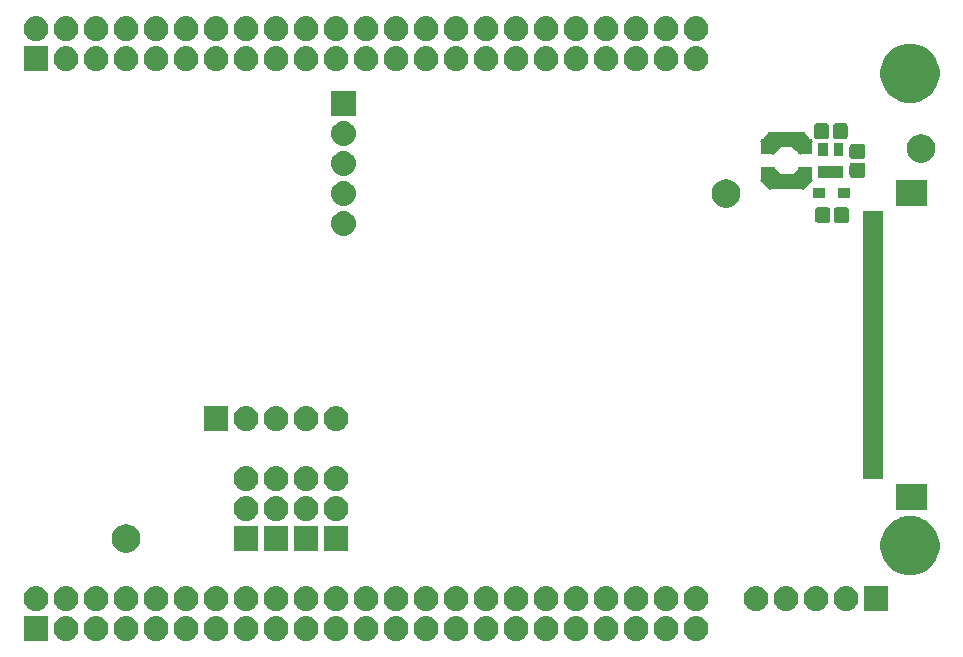
<source format=gts>
G04 #@! TF.GenerationSoftware,KiCad,Pcbnew,(5.1.0)-1*
G04 #@! TF.CreationDate,2019-05-27T21:22:36+02:00*
G04 #@! TF.ProjectId,TFT-Interface,5446542d-496e-4746-9572-666163652e6b,rev?*
G04 #@! TF.SameCoordinates,Original*
G04 #@! TF.FileFunction,Soldermask,Top*
G04 #@! TF.FilePolarity,Negative*
%FSLAX46Y46*%
G04 Gerber Fmt 4.6, Leading zero omitted, Abs format (unit mm)*
G04 Created by KiCad (PCBNEW (5.1.0)-1) date 2019-05-27 21:22:36*
%MOMM*%
%LPD*%
G04 APERTURE LIST*
%ADD10C,0.100000*%
G04 APERTURE END LIST*
D10*
G36*
X176258707Y-115957597D02*
G01*
X176335836Y-115965193D01*
X176533762Y-116025233D01*
X176533765Y-116025234D01*
X176716170Y-116122732D01*
X176876055Y-116253945D01*
X177007268Y-116413830D01*
X177104766Y-116596235D01*
X177104767Y-116596238D01*
X177164807Y-116794164D01*
X177185080Y-117000000D01*
X177164807Y-117205836D01*
X177104767Y-117403762D01*
X177104766Y-117403765D01*
X177007268Y-117586170D01*
X176876055Y-117746055D01*
X176716170Y-117877268D01*
X176533765Y-117974766D01*
X176533762Y-117974767D01*
X176335836Y-118034807D01*
X176258707Y-118042404D01*
X176181580Y-118050000D01*
X176078420Y-118050000D01*
X176001293Y-118042404D01*
X175924164Y-118034807D01*
X175726238Y-117974767D01*
X175726235Y-117974766D01*
X175543830Y-117877268D01*
X175383945Y-117746055D01*
X175252732Y-117586170D01*
X175155234Y-117403765D01*
X175155233Y-117403762D01*
X175095193Y-117205836D01*
X175074920Y-117000000D01*
X175095193Y-116794164D01*
X175155233Y-116596238D01*
X175155234Y-116596235D01*
X175252732Y-116413830D01*
X175383945Y-116253945D01*
X175543830Y-116122732D01*
X175726235Y-116025234D01*
X175726238Y-116025233D01*
X175924164Y-115965193D01*
X176001293Y-115957597D01*
X176078420Y-115950000D01*
X176181580Y-115950000D01*
X176258707Y-115957597D01*
X176258707Y-115957597D01*
G37*
G36*
X148318707Y-115957597D02*
G01*
X148395836Y-115965193D01*
X148593762Y-116025233D01*
X148593765Y-116025234D01*
X148776170Y-116122732D01*
X148936055Y-116253945D01*
X149067268Y-116413830D01*
X149164766Y-116596235D01*
X149164767Y-116596238D01*
X149224807Y-116794164D01*
X149245080Y-117000000D01*
X149224807Y-117205836D01*
X149164767Y-117403762D01*
X149164766Y-117403765D01*
X149067268Y-117586170D01*
X148936055Y-117746055D01*
X148776170Y-117877268D01*
X148593765Y-117974766D01*
X148593762Y-117974767D01*
X148395836Y-118034807D01*
X148318707Y-118042404D01*
X148241580Y-118050000D01*
X148138420Y-118050000D01*
X148061293Y-118042404D01*
X147984164Y-118034807D01*
X147786238Y-117974767D01*
X147786235Y-117974766D01*
X147603830Y-117877268D01*
X147443945Y-117746055D01*
X147312732Y-117586170D01*
X147215234Y-117403765D01*
X147215233Y-117403762D01*
X147155193Y-117205836D01*
X147134920Y-117000000D01*
X147155193Y-116794164D01*
X147215233Y-116596238D01*
X147215234Y-116596235D01*
X147312732Y-116413830D01*
X147443945Y-116253945D01*
X147603830Y-116122732D01*
X147786235Y-116025234D01*
X147786238Y-116025233D01*
X147984164Y-115965193D01*
X148061293Y-115957597D01*
X148138420Y-115950000D01*
X148241580Y-115950000D01*
X148318707Y-115957597D01*
X148318707Y-115957597D01*
G37*
G36*
X121300000Y-118050000D02*
G01*
X119200000Y-118050000D01*
X119200000Y-115950000D01*
X121300000Y-115950000D01*
X121300000Y-118050000D01*
X121300000Y-118050000D01*
G37*
G36*
X122918707Y-115957597D02*
G01*
X122995836Y-115965193D01*
X123193762Y-116025233D01*
X123193765Y-116025234D01*
X123376170Y-116122732D01*
X123536055Y-116253945D01*
X123667268Y-116413830D01*
X123764766Y-116596235D01*
X123764767Y-116596238D01*
X123824807Y-116794164D01*
X123845080Y-117000000D01*
X123824807Y-117205836D01*
X123764767Y-117403762D01*
X123764766Y-117403765D01*
X123667268Y-117586170D01*
X123536055Y-117746055D01*
X123376170Y-117877268D01*
X123193765Y-117974766D01*
X123193762Y-117974767D01*
X122995836Y-118034807D01*
X122918707Y-118042404D01*
X122841580Y-118050000D01*
X122738420Y-118050000D01*
X122661293Y-118042404D01*
X122584164Y-118034807D01*
X122386238Y-117974767D01*
X122386235Y-117974766D01*
X122203830Y-117877268D01*
X122043945Y-117746055D01*
X121912732Y-117586170D01*
X121815234Y-117403765D01*
X121815233Y-117403762D01*
X121755193Y-117205836D01*
X121734920Y-117000000D01*
X121755193Y-116794164D01*
X121815233Y-116596238D01*
X121815234Y-116596235D01*
X121912732Y-116413830D01*
X122043945Y-116253945D01*
X122203830Y-116122732D01*
X122386235Y-116025234D01*
X122386238Y-116025233D01*
X122584164Y-115965193D01*
X122661293Y-115957597D01*
X122738420Y-115950000D01*
X122841580Y-115950000D01*
X122918707Y-115957597D01*
X122918707Y-115957597D01*
G37*
G36*
X125458707Y-115957597D02*
G01*
X125535836Y-115965193D01*
X125733762Y-116025233D01*
X125733765Y-116025234D01*
X125916170Y-116122732D01*
X126076055Y-116253945D01*
X126207268Y-116413830D01*
X126304766Y-116596235D01*
X126304767Y-116596238D01*
X126364807Y-116794164D01*
X126385080Y-117000000D01*
X126364807Y-117205836D01*
X126304767Y-117403762D01*
X126304766Y-117403765D01*
X126207268Y-117586170D01*
X126076055Y-117746055D01*
X125916170Y-117877268D01*
X125733765Y-117974766D01*
X125733762Y-117974767D01*
X125535836Y-118034807D01*
X125458707Y-118042404D01*
X125381580Y-118050000D01*
X125278420Y-118050000D01*
X125201293Y-118042404D01*
X125124164Y-118034807D01*
X124926238Y-117974767D01*
X124926235Y-117974766D01*
X124743830Y-117877268D01*
X124583945Y-117746055D01*
X124452732Y-117586170D01*
X124355234Y-117403765D01*
X124355233Y-117403762D01*
X124295193Y-117205836D01*
X124274920Y-117000000D01*
X124295193Y-116794164D01*
X124355233Y-116596238D01*
X124355234Y-116596235D01*
X124452732Y-116413830D01*
X124583945Y-116253945D01*
X124743830Y-116122732D01*
X124926235Y-116025234D01*
X124926238Y-116025233D01*
X125124164Y-115965193D01*
X125201293Y-115957597D01*
X125278420Y-115950000D01*
X125381580Y-115950000D01*
X125458707Y-115957597D01*
X125458707Y-115957597D01*
G37*
G36*
X127998707Y-115957597D02*
G01*
X128075836Y-115965193D01*
X128273762Y-116025233D01*
X128273765Y-116025234D01*
X128456170Y-116122732D01*
X128616055Y-116253945D01*
X128747268Y-116413830D01*
X128844766Y-116596235D01*
X128844767Y-116596238D01*
X128904807Y-116794164D01*
X128925080Y-117000000D01*
X128904807Y-117205836D01*
X128844767Y-117403762D01*
X128844766Y-117403765D01*
X128747268Y-117586170D01*
X128616055Y-117746055D01*
X128456170Y-117877268D01*
X128273765Y-117974766D01*
X128273762Y-117974767D01*
X128075836Y-118034807D01*
X127998707Y-118042404D01*
X127921580Y-118050000D01*
X127818420Y-118050000D01*
X127741293Y-118042404D01*
X127664164Y-118034807D01*
X127466238Y-117974767D01*
X127466235Y-117974766D01*
X127283830Y-117877268D01*
X127123945Y-117746055D01*
X126992732Y-117586170D01*
X126895234Y-117403765D01*
X126895233Y-117403762D01*
X126835193Y-117205836D01*
X126814920Y-117000000D01*
X126835193Y-116794164D01*
X126895233Y-116596238D01*
X126895234Y-116596235D01*
X126992732Y-116413830D01*
X127123945Y-116253945D01*
X127283830Y-116122732D01*
X127466235Y-116025234D01*
X127466238Y-116025233D01*
X127664164Y-115965193D01*
X127741293Y-115957597D01*
X127818420Y-115950000D01*
X127921580Y-115950000D01*
X127998707Y-115957597D01*
X127998707Y-115957597D01*
G37*
G36*
X130538707Y-115957597D02*
G01*
X130615836Y-115965193D01*
X130813762Y-116025233D01*
X130813765Y-116025234D01*
X130996170Y-116122732D01*
X131156055Y-116253945D01*
X131287268Y-116413830D01*
X131384766Y-116596235D01*
X131384767Y-116596238D01*
X131444807Y-116794164D01*
X131465080Y-117000000D01*
X131444807Y-117205836D01*
X131384767Y-117403762D01*
X131384766Y-117403765D01*
X131287268Y-117586170D01*
X131156055Y-117746055D01*
X130996170Y-117877268D01*
X130813765Y-117974766D01*
X130813762Y-117974767D01*
X130615836Y-118034807D01*
X130538707Y-118042404D01*
X130461580Y-118050000D01*
X130358420Y-118050000D01*
X130281293Y-118042404D01*
X130204164Y-118034807D01*
X130006238Y-117974767D01*
X130006235Y-117974766D01*
X129823830Y-117877268D01*
X129663945Y-117746055D01*
X129532732Y-117586170D01*
X129435234Y-117403765D01*
X129435233Y-117403762D01*
X129375193Y-117205836D01*
X129354920Y-117000000D01*
X129375193Y-116794164D01*
X129435233Y-116596238D01*
X129435234Y-116596235D01*
X129532732Y-116413830D01*
X129663945Y-116253945D01*
X129823830Y-116122732D01*
X130006235Y-116025234D01*
X130006238Y-116025233D01*
X130204164Y-115965193D01*
X130281293Y-115957597D01*
X130358420Y-115950000D01*
X130461580Y-115950000D01*
X130538707Y-115957597D01*
X130538707Y-115957597D01*
G37*
G36*
X133078707Y-115957597D02*
G01*
X133155836Y-115965193D01*
X133353762Y-116025233D01*
X133353765Y-116025234D01*
X133536170Y-116122732D01*
X133696055Y-116253945D01*
X133827268Y-116413830D01*
X133924766Y-116596235D01*
X133924767Y-116596238D01*
X133984807Y-116794164D01*
X134005080Y-117000000D01*
X133984807Y-117205836D01*
X133924767Y-117403762D01*
X133924766Y-117403765D01*
X133827268Y-117586170D01*
X133696055Y-117746055D01*
X133536170Y-117877268D01*
X133353765Y-117974766D01*
X133353762Y-117974767D01*
X133155836Y-118034807D01*
X133078707Y-118042404D01*
X133001580Y-118050000D01*
X132898420Y-118050000D01*
X132821293Y-118042404D01*
X132744164Y-118034807D01*
X132546238Y-117974767D01*
X132546235Y-117974766D01*
X132363830Y-117877268D01*
X132203945Y-117746055D01*
X132072732Y-117586170D01*
X131975234Y-117403765D01*
X131975233Y-117403762D01*
X131915193Y-117205836D01*
X131894920Y-117000000D01*
X131915193Y-116794164D01*
X131975233Y-116596238D01*
X131975234Y-116596235D01*
X132072732Y-116413830D01*
X132203945Y-116253945D01*
X132363830Y-116122732D01*
X132546235Y-116025234D01*
X132546238Y-116025233D01*
X132744164Y-115965193D01*
X132821293Y-115957597D01*
X132898420Y-115950000D01*
X133001580Y-115950000D01*
X133078707Y-115957597D01*
X133078707Y-115957597D01*
G37*
G36*
X135618707Y-115957597D02*
G01*
X135695836Y-115965193D01*
X135893762Y-116025233D01*
X135893765Y-116025234D01*
X136076170Y-116122732D01*
X136236055Y-116253945D01*
X136367268Y-116413830D01*
X136464766Y-116596235D01*
X136464767Y-116596238D01*
X136524807Y-116794164D01*
X136545080Y-117000000D01*
X136524807Y-117205836D01*
X136464767Y-117403762D01*
X136464766Y-117403765D01*
X136367268Y-117586170D01*
X136236055Y-117746055D01*
X136076170Y-117877268D01*
X135893765Y-117974766D01*
X135893762Y-117974767D01*
X135695836Y-118034807D01*
X135618707Y-118042404D01*
X135541580Y-118050000D01*
X135438420Y-118050000D01*
X135361293Y-118042404D01*
X135284164Y-118034807D01*
X135086238Y-117974767D01*
X135086235Y-117974766D01*
X134903830Y-117877268D01*
X134743945Y-117746055D01*
X134612732Y-117586170D01*
X134515234Y-117403765D01*
X134515233Y-117403762D01*
X134455193Y-117205836D01*
X134434920Y-117000000D01*
X134455193Y-116794164D01*
X134515233Y-116596238D01*
X134515234Y-116596235D01*
X134612732Y-116413830D01*
X134743945Y-116253945D01*
X134903830Y-116122732D01*
X135086235Y-116025234D01*
X135086238Y-116025233D01*
X135284164Y-115965193D01*
X135361293Y-115957597D01*
X135438420Y-115950000D01*
X135541580Y-115950000D01*
X135618707Y-115957597D01*
X135618707Y-115957597D01*
G37*
G36*
X138158707Y-115957597D02*
G01*
X138235836Y-115965193D01*
X138433762Y-116025233D01*
X138433765Y-116025234D01*
X138616170Y-116122732D01*
X138776055Y-116253945D01*
X138907268Y-116413830D01*
X139004766Y-116596235D01*
X139004767Y-116596238D01*
X139064807Y-116794164D01*
X139085080Y-117000000D01*
X139064807Y-117205836D01*
X139004767Y-117403762D01*
X139004766Y-117403765D01*
X138907268Y-117586170D01*
X138776055Y-117746055D01*
X138616170Y-117877268D01*
X138433765Y-117974766D01*
X138433762Y-117974767D01*
X138235836Y-118034807D01*
X138158707Y-118042404D01*
X138081580Y-118050000D01*
X137978420Y-118050000D01*
X137901293Y-118042404D01*
X137824164Y-118034807D01*
X137626238Y-117974767D01*
X137626235Y-117974766D01*
X137443830Y-117877268D01*
X137283945Y-117746055D01*
X137152732Y-117586170D01*
X137055234Y-117403765D01*
X137055233Y-117403762D01*
X136995193Y-117205836D01*
X136974920Y-117000000D01*
X136995193Y-116794164D01*
X137055233Y-116596238D01*
X137055234Y-116596235D01*
X137152732Y-116413830D01*
X137283945Y-116253945D01*
X137443830Y-116122732D01*
X137626235Y-116025234D01*
X137626238Y-116025233D01*
X137824164Y-115965193D01*
X137901293Y-115957597D01*
X137978420Y-115950000D01*
X138081580Y-115950000D01*
X138158707Y-115957597D01*
X138158707Y-115957597D01*
G37*
G36*
X140698707Y-115957597D02*
G01*
X140775836Y-115965193D01*
X140973762Y-116025233D01*
X140973765Y-116025234D01*
X141156170Y-116122732D01*
X141316055Y-116253945D01*
X141447268Y-116413830D01*
X141544766Y-116596235D01*
X141544767Y-116596238D01*
X141604807Y-116794164D01*
X141625080Y-117000000D01*
X141604807Y-117205836D01*
X141544767Y-117403762D01*
X141544766Y-117403765D01*
X141447268Y-117586170D01*
X141316055Y-117746055D01*
X141156170Y-117877268D01*
X140973765Y-117974766D01*
X140973762Y-117974767D01*
X140775836Y-118034807D01*
X140698707Y-118042404D01*
X140621580Y-118050000D01*
X140518420Y-118050000D01*
X140441293Y-118042404D01*
X140364164Y-118034807D01*
X140166238Y-117974767D01*
X140166235Y-117974766D01*
X139983830Y-117877268D01*
X139823945Y-117746055D01*
X139692732Y-117586170D01*
X139595234Y-117403765D01*
X139595233Y-117403762D01*
X139535193Y-117205836D01*
X139514920Y-117000000D01*
X139535193Y-116794164D01*
X139595233Y-116596238D01*
X139595234Y-116596235D01*
X139692732Y-116413830D01*
X139823945Y-116253945D01*
X139983830Y-116122732D01*
X140166235Y-116025234D01*
X140166238Y-116025233D01*
X140364164Y-115965193D01*
X140441293Y-115957597D01*
X140518420Y-115950000D01*
X140621580Y-115950000D01*
X140698707Y-115957597D01*
X140698707Y-115957597D01*
G37*
G36*
X143238707Y-115957597D02*
G01*
X143315836Y-115965193D01*
X143513762Y-116025233D01*
X143513765Y-116025234D01*
X143696170Y-116122732D01*
X143856055Y-116253945D01*
X143987268Y-116413830D01*
X144084766Y-116596235D01*
X144084767Y-116596238D01*
X144144807Y-116794164D01*
X144165080Y-117000000D01*
X144144807Y-117205836D01*
X144084767Y-117403762D01*
X144084766Y-117403765D01*
X143987268Y-117586170D01*
X143856055Y-117746055D01*
X143696170Y-117877268D01*
X143513765Y-117974766D01*
X143513762Y-117974767D01*
X143315836Y-118034807D01*
X143238707Y-118042404D01*
X143161580Y-118050000D01*
X143058420Y-118050000D01*
X142981293Y-118042404D01*
X142904164Y-118034807D01*
X142706238Y-117974767D01*
X142706235Y-117974766D01*
X142523830Y-117877268D01*
X142363945Y-117746055D01*
X142232732Y-117586170D01*
X142135234Y-117403765D01*
X142135233Y-117403762D01*
X142075193Y-117205836D01*
X142054920Y-117000000D01*
X142075193Y-116794164D01*
X142135233Y-116596238D01*
X142135234Y-116596235D01*
X142232732Y-116413830D01*
X142363945Y-116253945D01*
X142523830Y-116122732D01*
X142706235Y-116025234D01*
X142706238Y-116025233D01*
X142904164Y-115965193D01*
X142981293Y-115957597D01*
X143058420Y-115950000D01*
X143161580Y-115950000D01*
X143238707Y-115957597D01*
X143238707Y-115957597D01*
G37*
G36*
X150858707Y-115957597D02*
G01*
X150935836Y-115965193D01*
X151133762Y-116025233D01*
X151133765Y-116025234D01*
X151316170Y-116122732D01*
X151476055Y-116253945D01*
X151607268Y-116413830D01*
X151704766Y-116596235D01*
X151704767Y-116596238D01*
X151764807Y-116794164D01*
X151785080Y-117000000D01*
X151764807Y-117205836D01*
X151704767Y-117403762D01*
X151704766Y-117403765D01*
X151607268Y-117586170D01*
X151476055Y-117746055D01*
X151316170Y-117877268D01*
X151133765Y-117974766D01*
X151133762Y-117974767D01*
X150935836Y-118034807D01*
X150858707Y-118042404D01*
X150781580Y-118050000D01*
X150678420Y-118050000D01*
X150601293Y-118042404D01*
X150524164Y-118034807D01*
X150326238Y-117974767D01*
X150326235Y-117974766D01*
X150143830Y-117877268D01*
X149983945Y-117746055D01*
X149852732Y-117586170D01*
X149755234Y-117403765D01*
X149755233Y-117403762D01*
X149695193Y-117205836D01*
X149674920Y-117000000D01*
X149695193Y-116794164D01*
X149755233Y-116596238D01*
X149755234Y-116596235D01*
X149852732Y-116413830D01*
X149983945Y-116253945D01*
X150143830Y-116122732D01*
X150326235Y-116025234D01*
X150326238Y-116025233D01*
X150524164Y-115965193D01*
X150601293Y-115957597D01*
X150678420Y-115950000D01*
X150781580Y-115950000D01*
X150858707Y-115957597D01*
X150858707Y-115957597D01*
G37*
G36*
X145778707Y-115957597D02*
G01*
X145855836Y-115965193D01*
X146053762Y-116025233D01*
X146053765Y-116025234D01*
X146236170Y-116122732D01*
X146396055Y-116253945D01*
X146527268Y-116413830D01*
X146624766Y-116596235D01*
X146624767Y-116596238D01*
X146684807Y-116794164D01*
X146705080Y-117000000D01*
X146684807Y-117205836D01*
X146624767Y-117403762D01*
X146624766Y-117403765D01*
X146527268Y-117586170D01*
X146396055Y-117746055D01*
X146236170Y-117877268D01*
X146053765Y-117974766D01*
X146053762Y-117974767D01*
X145855836Y-118034807D01*
X145778707Y-118042404D01*
X145701580Y-118050000D01*
X145598420Y-118050000D01*
X145521293Y-118042404D01*
X145444164Y-118034807D01*
X145246238Y-117974767D01*
X145246235Y-117974766D01*
X145063830Y-117877268D01*
X144903945Y-117746055D01*
X144772732Y-117586170D01*
X144675234Y-117403765D01*
X144675233Y-117403762D01*
X144615193Y-117205836D01*
X144594920Y-117000000D01*
X144615193Y-116794164D01*
X144675233Y-116596238D01*
X144675234Y-116596235D01*
X144772732Y-116413830D01*
X144903945Y-116253945D01*
X145063830Y-116122732D01*
X145246235Y-116025234D01*
X145246238Y-116025233D01*
X145444164Y-115965193D01*
X145521293Y-115957597D01*
X145598420Y-115950000D01*
X145701580Y-115950000D01*
X145778707Y-115957597D01*
X145778707Y-115957597D01*
G37*
G36*
X173718707Y-115957597D02*
G01*
X173795836Y-115965193D01*
X173993762Y-116025233D01*
X173993765Y-116025234D01*
X174176170Y-116122732D01*
X174336055Y-116253945D01*
X174467268Y-116413830D01*
X174564766Y-116596235D01*
X174564767Y-116596238D01*
X174624807Y-116794164D01*
X174645080Y-117000000D01*
X174624807Y-117205836D01*
X174564767Y-117403762D01*
X174564766Y-117403765D01*
X174467268Y-117586170D01*
X174336055Y-117746055D01*
X174176170Y-117877268D01*
X173993765Y-117974766D01*
X173993762Y-117974767D01*
X173795836Y-118034807D01*
X173718707Y-118042404D01*
X173641580Y-118050000D01*
X173538420Y-118050000D01*
X173461293Y-118042404D01*
X173384164Y-118034807D01*
X173186238Y-117974767D01*
X173186235Y-117974766D01*
X173003830Y-117877268D01*
X172843945Y-117746055D01*
X172712732Y-117586170D01*
X172615234Y-117403765D01*
X172615233Y-117403762D01*
X172555193Y-117205836D01*
X172534920Y-117000000D01*
X172555193Y-116794164D01*
X172615233Y-116596238D01*
X172615234Y-116596235D01*
X172712732Y-116413830D01*
X172843945Y-116253945D01*
X173003830Y-116122732D01*
X173186235Y-116025234D01*
X173186238Y-116025233D01*
X173384164Y-115965193D01*
X173461293Y-115957597D01*
X173538420Y-115950000D01*
X173641580Y-115950000D01*
X173718707Y-115957597D01*
X173718707Y-115957597D01*
G37*
G36*
X171178707Y-115957597D02*
G01*
X171255836Y-115965193D01*
X171453762Y-116025233D01*
X171453765Y-116025234D01*
X171636170Y-116122732D01*
X171796055Y-116253945D01*
X171927268Y-116413830D01*
X172024766Y-116596235D01*
X172024767Y-116596238D01*
X172084807Y-116794164D01*
X172105080Y-117000000D01*
X172084807Y-117205836D01*
X172024767Y-117403762D01*
X172024766Y-117403765D01*
X171927268Y-117586170D01*
X171796055Y-117746055D01*
X171636170Y-117877268D01*
X171453765Y-117974766D01*
X171453762Y-117974767D01*
X171255836Y-118034807D01*
X171178707Y-118042404D01*
X171101580Y-118050000D01*
X170998420Y-118050000D01*
X170921293Y-118042404D01*
X170844164Y-118034807D01*
X170646238Y-117974767D01*
X170646235Y-117974766D01*
X170463830Y-117877268D01*
X170303945Y-117746055D01*
X170172732Y-117586170D01*
X170075234Y-117403765D01*
X170075233Y-117403762D01*
X170015193Y-117205836D01*
X169994920Y-117000000D01*
X170015193Y-116794164D01*
X170075233Y-116596238D01*
X170075234Y-116596235D01*
X170172732Y-116413830D01*
X170303945Y-116253945D01*
X170463830Y-116122732D01*
X170646235Y-116025234D01*
X170646238Y-116025233D01*
X170844164Y-115965193D01*
X170921293Y-115957597D01*
X170998420Y-115950000D01*
X171101580Y-115950000D01*
X171178707Y-115957597D01*
X171178707Y-115957597D01*
G37*
G36*
X168638707Y-115957597D02*
G01*
X168715836Y-115965193D01*
X168913762Y-116025233D01*
X168913765Y-116025234D01*
X169096170Y-116122732D01*
X169256055Y-116253945D01*
X169387268Y-116413830D01*
X169484766Y-116596235D01*
X169484767Y-116596238D01*
X169544807Y-116794164D01*
X169565080Y-117000000D01*
X169544807Y-117205836D01*
X169484767Y-117403762D01*
X169484766Y-117403765D01*
X169387268Y-117586170D01*
X169256055Y-117746055D01*
X169096170Y-117877268D01*
X168913765Y-117974766D01*
X168913762Y-117974767D01*
X168715836Y-118034807D01*
X168638707Y-118042404D01*
X168561580Y-118050000D01*
X168458420Y-118050000D01*
X168381293Y-118042404D01*
X168304164Y-118034807D01*
X168106238Y-117974767D01*
X168106235Y-117974766D01*
X167923830Y-117877268D01*
X167763945Y-117746055D01*
X167632732Y-117586170D01*
X167535234Y-117403765D01*
X167535233Y-117403762D01*
X167475193Y-117205836D01*
X167454920Y-117000000D01*
X167475193Y-116794164D01*
X167535233Y-116596238D01*
X167535234Y-116596235D01*
X167632732Y-116413830D01*
X167763945Y-116253945D01*
X167923830Y-116122732D01*
X168106235Y-116025234D01*
X168106238Y-116025233D01*
X168304164Y-115965193D01*
X168381293Y-115957597D01*
X168458420Y-115950000D01*
X168561580Y-115950000D01*
X168638707Y-115957597D01*
X168638707Y-115957597D01*
G37*
G36*
X166098707Y-115957597D02*
G01*
X166175836Y-115965193D01*
X166373762Y-116025233D01*
X166373765Y-116025234D01*
X166556170Y-116122732D01*
X166716055Y-116253945D01*
X166847268Y-116413830D01*
X166944766Y-116596235D01*
X166944767Y-116596238D01*
X167004807Y-116794164D01*
X167025080Y-117000000D01*
X167004807Y-117205836D01*
X166944767Y-117403762D01*
X166944766Y-117403765D01*
X166847268Y-117586170D01*
X166716055Y-117746055D01*
X166556170Y-117877268D01*
X166373765Y-117974766D01*
X166373762Y-117974767D01*
X166175836Y-118034807D01*
X166098707Y-118042404D01*
X166021580Y-118050000D01*
X165918420Y-118050000D01*
X165841293Y-118042404D01*
X165764164Y-118034807D01*
X165566238Y-117974767D01*
X165566235Y-117974766D01*
X165383830Y-117877268D01*
X165223945Y-117746055D01*
X165092732Y-117586170D01*
X164995234Y-117403765D01*
X164995233Y-117403762D01*
X164935193Y-117205836D01*
X164914920Y-117000000D01*
X164935193Y-116794164D01*
X164995233Y-116596238D01*
X164995234Y-116596235D01*
X165092732Y-116413830D01*
X165223945Y-116253945D01*
X165383830Y-116122732D01*
X165566235Y-116025234D01*
X165566238Y-116025233D01*
X165764164Y-115965193D01*
X165841293Y-115957597D01*
X165918420Y-115950000D01*
X166021580Y-115950000D01*
X166098707Y-115957597D01*
X166098707Y-115957597D01*
G37*
G36*
X163558707Y-115957597D02*
G01*
X163635836Y-115965193D01*
X163833762Y-116025233D01*
X163833765Y-116025234D01*
X164016170Y-116122732D01*
X164176055Y-116253945D01*
X164307268Y-116413830D01*
X164404766Y-116596235D01*
X164404767Y-116596238D01*
X164464807Y-116794164D01*
X164485080Y-117000000D01*
X164464807Y-117205836D01*
X164404767Y-117403762D01*
X164404766Y-117403765D01*
X164307268Y-117586170D01*
X164176055Y-117746055D01*
X164016170Y-117877268D01*
X163833765Y-117974766D01*
X163833762Y-117974767D01*
X163635836Y-118034807D01*
X163558707Y-118042404D01*
X163481580Y-118050000D01*
X163378420Y-118050000D01*
X163301293Y-118042404D01*
X163224164Y-118034807D01*
X163026238Y-117974767D01*
X163026235Y-117974766D01*
X162843830Y-117877268D01*
X162683945Y-117746055D01*
X162552732Y-117586170D01*
X162455234Y-117403765D01*
X162455233Y-117403762D01*
X162395193Y-117205836D01*
X162374920Y-117000000D01*
X162395193Y-116794164D01*
X162455233Y-116596238D01*
X162455234Y-116596235D01*
X162552732Y-116413830D01*
X162683945Y-116253945D01*
X162843830Y-116122732D01*
X163026235Y-116025234D01*
X163026238Y-116025233D01*
X163224164Y-115965193D01*
X163301293Y-115957597D01*
X163378420Y-115950000D01*
X163481580Y-115950000D01*
X163558707Y-115957597D01*
X163558707Y-115957597D01*
G37*
G36*
X161018707Y-115957597D02*
G01*
X161095836Y-115965193D01*
X161293762Y-116025233D01*
X161293765Y-116025234D01*
X161476170Y-116122732D01*
X161636055Y-116253945D01*
X161767268Y-116413830D01*
X161864766Y-116596235D01*
X161864767Y-116596238D01*
X161924807Y-116794164D01*
X161945080Y-117000000D01*
X161924807Y-117205836D01*
X161864767Y-117403762D01*
X161864766Y-117403765D01*
X161767268Y-117586170D01*
X161636055Y-117746055D01*
X161476170Y-117877268D01*
X161293765Y-117974766D01*
X161293762Y-117974767D01*
X161095836Y-118034807D01*
X161018707Y-118042404D01*
X160941580Y-118050000D01*
X160838420Y-118050000D01*
X160761293Y-118042404D01*
X160684164Y-118034807D01*
X160486238Y-117974767D01*
X160486235Y-117974766D01*
X160303830Y-117877268D01*
X160143945Y-117746055D01*
X160012732Y-117586170D01*
X159915234Y-117403765D01*
X159915233Y-117403762D01*
X159855193Y-117205836D01*
X159834920Y-117000000D01*
X159855193Y-116794164D01*
X159915233Y-116596238D01*
X159915234Y-116596235D01*
X160012732Y-116413830D01*
X160143945Y-116253945D01*
X160303830Y-116122732D01*
X160486235Y-116025234D01*
X160486238Y-116025233D01*
X160684164Y-115965193D01*
X160761293Y-115957597D01*
X160838420Y-115950000D01*
X160941580Y-115950000D01*
X161018707Y-115957597D01*
X161018707Y-115957597D01*
G37*
G36*
X158478707Y-115957597D02*
G01*
X158555836Y-115965193D01*
X158753762Y-116025233D01*
X158753765Y-116025234D01*
X158936170Y-116122732D01*
X159096055Y-116253945D01*
X159227268Y-116413830D01*
X159324766Y-116596235D01*
X159324767Y-116596238D01*
X159384807Y-116794164D01*
X159405080Y-117000000D01*
X159384807Y-117205836D01*
X159324767Y-117403762D01*
X159324766Y-117403765D01*
X159227268Y-117586170D01*
X159096055Y-117746055D01*
X158936170Y-117877268D01*
X158753765Y-117974766D01*
X158753762Y-117974767D01*
X158555836Y-118034807D01*
X158478707Y-118042404D01*
X158401580Y-118050000D01*
X158298420Y-118050000D01*
X158221293Y-118042404D01*
X158144164Y-118034807D01*
X157946238Y-117974767D01*
X157946235Y-117974766D01*
X157763830Y-117877268D01*
X157603945Y-117746055D01*
X157472732Y-117586170D01*
X157375234Y-117403765D01*
X157375233Y-117403762D01*
X157315193Y-117205836D01*
X157294920Y-117000000D01*
X157315193Y-116794164D01*
X157375233Y-116596238D01*
X157375234Y-116596235D01*
X157472732Y-116413830D01*
X157603945Y-116253945D01*
X157763830Y-116122732D01*
X157946235Y-116025234D01*
X157946238Y-116025233D01*
X158144164Y-115965193D01*
X158221293Y-115957597D01*
X158298420Y-115950000D01*
X158401580Y-115950000D01*
X158478707Y-115957597D01*
X158478707Y-115957597D01*
G37*
G36*
X155938707Y-115957597D02*
G01*
X156015836Y-115965193D01*
X156213762Y-116025233D01*
X156213765Y-116025234D01*
X156396170Y-116122732D01*
X156556055Y-116253945D01*
X156687268Y-116413830D01*
X156784766Y-116596235D01*
X156784767Y-116596238D01*
X156844807Y-116794164D01*
X156865080Y-117000000D01*
X156844807Y-117205836D01*
X156784767Y-117403762D01*
X156784766Y-117403765D01*
X156687268Y-117586170D01*
X156556055Y-117746055D01*
X156396170Y-117877268D01*
X156213765Y-117974766D01*
X156213762Y-117974767D01*
X156015836Y-118034807D01*
X155938707Y-118042404D01*
X155861580Y-118050000D01*
X155758420Y-118050000D01*
X155681293Y-118042404D01*
X155604164Y-118034807D01*
X155406238Y-117974767D01*
X155406235Y-117974766D01*
X155223830Y-117877268D01*
X155063945Y-117746055D01*
X154932732Y-117586170D01*
X154835234Y-117403765D01*
X154835233Y-117403762D01*
X154775193Y-117205836D01*
X154754920Y-117000000D01*
X154775193Y-116794164D01*
X154835233Y-116596238D01*
X154835234Y-116596235D01*
X154932732Y-116413830D01*
X155063945Y-116253945D01*
X155223830Y-116122732D01*
X155406235Y-116025234D01*
X155406238Y-116025233D01*
X155604164Y-115965193D01*
X155681293Y-115957597D01*
X155758420Y-115950000D01*
X155861580Y-115950000D01*
X155938707Y-115957597D01*
X155938707Y-115957597D01*
G37*
G36*
X153398707Y-115957597D02*
G01*
X153475836Y-115965193D01*
X153673762Y-116025233D01*
X153673765Y-116025234D01*
X153856170Y-116122732D01*
X154016055Y-116253945D01*
X154147268Y-116413830D01*
X154244766Y-116596235D01*
X154244767Y-116596238D01*
X154304807Y-116794164D01*
X154325080Y-117000000D01*
X154304807Y-117205836D01*
X154244767Y-117403762D01*
X154244766Y-117403765D01*
X154147268Y-117586170D01*
X154016055Y-117746055D01*
X153856170Y-117877268D01*
X153673765Y-117974766D01*
X153673762Y-117974767D01*
X153475836Y-118034807D01*
X153398707Y-118042404D01*
X153321580Y-118050000D01*
X153218420Y-118050000D01*
X153141293Y-118042404D01*
X153064164Y-118034807D01*
X152866238Y-117974767D01*
X152866235Y-117974766D01*
X152683830Y-117877268D01*
X152523945Y-117746055D01*
X152392732Y-117586170D01*
X152295234Y-117403765D01*
X152295233Y-117403762D01*
X152235193Y-117205836D01*
X152214920Y-117000000D01*
X152235193Y-116794164D01*
X152295233Y-116596238D01*
X152295234Y-116596235D01*
X152392732Y-116413830D01*
X152523945Y-116253945D01*
X152683830Y-116122732D01*
X152866235Y-116025234D01*
X152866238Y-116025233D01*
X153064164Y-115965193D01*
X153141293Y-115957597D01*
X153218420Y-115950000D01*
X153321580Y-115950000D01*
X153398707Y-115957597D01*
X153398707Y-115957597D01*
G37*
G36*
X176258707Y-113417597D02*
G01*
X176335836Y-113425193D01*
X176533762Y-113485233D01*
X176533765Y-113485234D01*
X176716170Y-113582732D01*
X176876055Y-113713945D01*
X177007268Y-113873830D01*
X177104766Y-114056235D01*
X177104767Y-114056238D01*
X177164807Y-114254164D01*
X177185080Y-114460000D01*
X177164807Y-114665836D01*
X177104767Y-114863762D01*
X177104766Y-114863765D01*
X177007268Y-115046170D01*
X176876055Y-115206055D01*
X176716170Y-115337268D01*
X176533765Y-115434766D01*
X176533762Y-115434767D01*
X176335836Y-115494807D01*
X176258707Y-115502404D01*
X176181580Y-115510000D01*
X176078420Y-115510000D01*
X176001293Y-115502404D01*
X175924164Y-115494807D01*
X175726238Y-115434767D01*
X175726235Y-115434766D01*
X175543830Y-115337268D01*
X175383945Y-115206055D01*
X175252732Y-115046170D01*
X175155234Y-114863765D01*
X175155233Y-114863762D01*
X175095193Y-114665836D01*
X175074920Y-114460000D01*
X175095193Y-114254164D01*
X175155233Y-114056238D01*
X175155234Y-114056235D01*
X175252732Y-113873830D01*
X175383945Y-113713945D01*
X175543830Y-113582732D01*
X175726235Y-113485234D01*
X175726238Y-113485233D01*
X175924164Y-113425193D01*
X176001293Y-113417597D01*
X176078420Y-113410000D01*
X176181580Y-113410000D01*
X176258707Y-113417597D01*
X176258707Y-113417597D01*
G37*
G36*
X148318707Y-113417597D02*
G01*
X148395836Y-113425193D01*
X148593762Y-113485233D01*
X148593765Y-113485234D01*
X148776170Y-113582732D01*
X148936055Y-113713945D01*
X149067268Y-113873830D01*
X149164766Y-114056235D01*
X149164767Y-114056238D01*
X149224807Y-114254164D01*
X149245080Y-114460000D01*
X149224807Y-114665836D01*
X149164767Y-114863762D01*
X149164766Y-114863765D01*
X149067268Y-115046170D01*
X148936055Y-115206055D01*
X148776170Y-115337268D01*
X148593765Y-115434766D01*
X148593762Y-115434767D01*
X148395836Y-115494807D01*
X148318707Y-115502404D01*
X148241580Y-115510000D01*
X148138420Y-115510000D01*
X148061293Y-115502404D01*
X147984164Y-115494807D01*
X147786238Y-115434767D01*
X147786235Y-115434766D01*
X147603830Y-115337268D01*
X147443945Y-115206055D01*
X147312732Y-115046170D01*
X147215234Y-114863765D01*
X147215233Y-114863762D01*
X147155193Y-114665836D01*
X147134920Y-114460000D01*
X147155193Y-114254164D01*
X147215233Y-114056238D01*
X147215234Y-114056235D01*
X147312732Y-113873830D01*
X147443945Y-113713945D01*
X147603830Y-113582732D01*
X147786235Y-113485234D01*
X147786238Y-113485233D01*
X147984164Y-113425193D01*
X148061293Y-113417597D01*
X148138420Y-113410000D01*
X148241580Y-113410000D01*
X148318707Y-113417597D01*
X148318707Y-113417597D01*
G37*
G36*
X171178707Y-113417597D02*
G01*
X171255836Y-113425193D01*
X171453762Y-113485233D01*
X171453765Y-113485234D01*
X171636170Y-113582732D01*
X171796055Y-113713945D01*
X171927268Y-113873830D01*
X172024766Y-114056235D01*
X172024767Y-114056238D01*
X172084807Y-114254164D01*
X172105080Y-114460000D01*
X172084807Y-114665836D01*
X172024767Y-114863762D01*
X172024766Y-114863765D01*
X171927268Y-115046170D01*
X171796055Y-115206055D01*
X171636170Y-115337268D01*
X171453765Y-115434766D01*
X171453762Y-115434767D01*
X171255836Y-115494807D01*
X171178707Y-115502404D01*
X171101580Y-115510000D01*
X170998420Y-115510000D01*
X170921293Y-115502404D01*
X170844164Y-115494807D01*
X170646238Y-115434767D01*
X170646235Y-115434766D01*
X170463830Y-115337268D01*
X170303945Y-115206055D01*
X170172732Y-115046170D01*
X170075234Y-114863765D01*
X170075233Y-114863762D01*
X170015193Y-114665836D01*
X169994920Y-114460000D01*
X170015193Y-114254164D01*
X170075233Y-114056238D01*
X170075234Y-114056235D01*
X170172732Y-113873830D01*
X170303945Y-113713945D01*
X170463830Y-113582732D01*
X170646235Y-113485234D01*
X170646238Y-113485233D01*
X170844164Y-113425193D01*
X170921293Y-113417597D01*
X170998420Y-113410000D01*
X171101580Y-113410000D01*
X171178707Y-113417597D01*
X171178707Y-113417597D01*
G37*
G36*
X125458707Y-113417597D02*
G01*
X125535836Y-113425193D01*
X125733762Y-113485233D01*
X125733765Y-113485234D01*
X125916170Y-113582732D01*
X126076055Y-113713945D01*
X126207268Y-113873830D01*
X126304766Y-114056235D01*
X126304767Y-114056238D01*
X126364807Y-114254164D01*
X126385080Y-114460000D01*
X126364807Y-114665836D01*
X126304767Y-114863762D01*
X126304766Y-114863765D01*
X126207268Y-115046170D01*
X126076055Y-115206055D01*
X125916170Y-115337268D01*
X125733765Y-115434766D01*
X125733762Y-115434767D01*
X125535836Y-115494807D01*
X125458707Y-115502404D01*
X125381580Y-115510000D01*
X125278420Y-115510000D01*
X125201293Y-115502404D01*
X125124164Y-115494807D01*
X124926238Y-115434767D01*
X124926235Y-115434766D01*
X124743830Y-115337268D01*
X124583945Y-115206055D01*
X124452732Y-115046170D01*
X124355234Y-114863765D01*
X124355233Y-114863762D01*
X124295193Y-114665836D01*
X124274920Y-114460000D01*
X124295193Y-114254164D01*
X124355233Y-114056238D01*
X124355234Y-114056235D01*
X124452732Y-113873830D01*
X124583945Y-113713945D01*
X124743830Y-113582732D01*
X124926235Y-113485234D01*
X124926238Y-113485233D01*
X125124164Y-113425193D01*
X125201293Y-113417597D01*
X125278420Y-113410000D01*
X125381580Y-113410000D01*
X125458707Y-113417597D01*
X125458707Y-113417597D01*
G37*
G36*
X168638707Y-113417597D02*
G01*
X168715836Y-113425193D01*
X168913762Y-113485233D01*
X168913765Y-113485234D01*
X169096170Y-113582732D01*
X169256055Y-113713945D01*
X169387268Y-113873830D01*
X169484766Y-114056235D01*
X169484767Y-114056238D01*
X169544807Y-114254164D01*
X169565080Y-114460000D01*
X169544807Y-114665836D01*
X169484767Y-114863762D01*
X169484766Y-114863765D01*
X169387268Y-115046170D01*
X169256055Y-115206055D01*
X169096170Y-115337268D01*
X168913765Y-115434766D01*
X168913762Y-115434767D01*
X168715836Y-115494807D01*
X168638707Y-115502404D01*
X168561580Y-115510000D01*
X168458420Y-115510000D01*
X168381293Y-115502404D01*
X168304164Y-115494807D01*
X168106238Y-115434767D01*
X168106235Y-115434766D01*
X167923830Y-115337268D01*
X167763945Y-115206055D01*
X167632732Y-115046170D01*
X167535234Y-114863765D01*
X167535233Y-114863762D01*
X167475193Y-114665836D01*
X167454920Y-114460000D01*
X167475193Y-114254164D01*
X167535233Y-114056238D01*
X167535234Y-114056235D01*
X167632732Y-113873830D01*
X167763945Y-113713945D01*
X167923830Y-113582732D01*
X168106235Y-113485234D01*
X168106238Y-113485233D01*
X168304164Y-113425193D01*
X168381293Y-113417597D01*
X168458420Y-113410000D01*
X168561580Y-113410000D01*
X168638707Y-113417597D01*
X168638707Y-113417597D01*
G37*
G36*
X161018707Y-113417597D02*
G01*
X161095836Y-113425193D01*
X161293762Y-113485233D01*
X161293765Y-113485234D01*
X161476170Y-113582732D01*
X161636055Y-113713945D01*
X161767268Y-113873830D01*
X161864766Y-114056235D01*
X161864767Y-114056238D01*
X161924807Y-114254164D01*
X161945080Y-114460000D01*
X161924807Y-114665836D01*
X161864767Y-114863762D01*
X161864766Y-114863765D01*
X161767268Y-115046170D01*
X161636055Y-115206055D01*
X161476170Y-115337268D01*
X161293765Y-115434766D01*
X161293762Y-115434767D01*
X161095836Y-115494807D01*
X161018707Y-115502404D01*
X160941580Y-115510000D01*
X160838420Y-115510000D01*
X160761293Y-115502404D01*
X160684164Y-115494807D01*
X160486238Y-115434767D01*
X160486235Y-115434766D01*
X160303830Y-115337268D01*
X160143945Y-115206055D01*
X160012732Y-115046170D01*
X159915234Y-114863765D01*
X159915233Y-114863762D01*
X159855193Y-114665836D01*
X159834920Y-114460000D01*
X159855193Y-114254164D01*
X159915233Y-114056238D01*
X159915234Y-114056235D01*
X160012732Y-113873830D01*
X160143945Y-113713945D01*
X160303830Y-113582732D01*
X160486235Y-113485234D01*
X160486238Y-113485233D01*
X160684164Y-113425193D01*
X160761293Y-113417597D01*
X160838420Y-113410000D01*
X160941580Y-113410000D01*
X161018707Y-113417597D01*
X161018707Y-113417597D01*
G37*
G36*
X192420000Y-115510000D02*
G01*
X190320000Y-115510000D01*
X190320000Y-113410000D01*
X192420000Y-113410000D01*
X192420000Y-115510000D01*
X192420000Y-115510000D01*
G37*
G36*
X166098707Y-113417597D02*
G01*
X166175836Y-113425193D01*
X166373762Y-113485233D01*
X166373765Y-113485234D01*
X166556170Y-113582732D01*
X166716055Y-113713945D01*
X166847268Y-113873830D01*
X166944766Y-114056235D01*
X166944767Y-114056238D01*
X167004807Y-114254164D01*
X167025080Y-114460000D01*
X167004807Y-114665836D01*
X166944767Y-114863762D01*
X166944766Y-114863765D01*
X166847268Y-115046170D01*
X166716055Y-115206055D01*
X166556170Y-115337268D01*
X166373765Y-115434766D01*
X166373762Y-115434767D01*
X166175836Y-115494807D01*
X166098707Y-115502404D01*
X166021580Y-115510000D01*
X165918420Y-115510000D01*
X165841293Y-115502404D01*
X165764164Y-115494807D01*
X165566238Y-115434767D01*
X165566235Y-115434766D01*
X165383830Y-115337268D01*
X165223945Y-115206055D01*
X165092732Y-115046170D01*
X164995234Y-114863765D01*
X164995233Y-114863762D01*
X164935193Y-114665836D01*
X164914920Y-114460000D01*
X164935193Y-114254164D01*
X164995233Y-114056238D01*
X164995234Y-114056235D01*
X165092732Y-113873830D01*
X165223945Y-113713945D01*
X165383830Y-113582732D01*
X165566235Y-113485234D01*
X165566238Y-113485233D01*
X165764164Y-113425193D01*
X165841293Y-113417597D01*
X165918420Y-113410000D01*
X166021580Y-113410000D01*
X166098707Y-113417597D01*
X166098707Y-113417597D01*
G37*
G36*
X188958707Y-113417597D02*
G01*
X189035836Y-113425193D01*
X189233762Y-113485233D01*
X189233765Y-113485234D01*
X189416170Y-113582732D01*
X189576055Y-113713945D01*
X189707268Y-113873830D01*
X189804766Y-114056235D01*
X189804767Y-114056238D01*
X189864807Y-114254164D01*
X189885080Y-114460000D01*
X189864807Y-114665836D01*
X189804767Y-114863762D01*
X189804766Y-114863765D01*
X189707268Y-115046170D01*
X189576055Y-115206055D01*
X189416170Y-115337268D01*
X189233765Y-115434766D01*
X189233762Y-115434767D01*
X189035836Y-115494807D01*
X188958707Y-115502404D01*
X188881580Y-115510000D01*
X188778420Y-115510000D01*
X188701293Y-115502404D01*
X188624164Y-115494807D01*
X188426238Y-115434767D01*
X188426235Y-115434766D01*
X188243830Y-115337268D01*
X188083945Y-115206055D01*
X187952732Y-115046170D01*
X187855234Y-114863765D01*
X187855233Y-114863762D01*
X187795193Y-114665836D01*
X187774920Y-114460000D01*
X187795193Y-114254164D01*
X187855233Y-114056238D01*
X187855234Y-114056235D01*
X187952732Y-113873830D01*
X188083945Y-113713945D01*
X188243830Y-113582732D01*
X188426235Y-113485234D01*
X188426238Y-113485233D01*
X188624164Y-113425193D01*
X188701293Y-113417597D01*
X188778420Y-113410000D01*
X188881580Y-113410000D01*
X188958707Y-113417597D01*
X188958707Y-113417597D01*
G37*
G36*
X163558707Y-113417597D02*
G01*
X163635836Y-113425193D01*
X163833762Y-113485233D01*
X163833765Y-113485234D01*
X164016170Y-113582732D01*
X164176055Y-113713945D01*
X164307268Y-113873830D01*
X164404766Y-114056235D01*
X164404767Y-114056238D01*
X164464807Y-114254164D01*
X164485080Y-114460000D01*
X164464807Y-114665836D01*
X164404767Y-114863762D01*
X164404766Y-114863765D01*
X164307268Y-115046170D01*
X164176055Y-115206055D01*
X164016170Y-115337268D01*
X163833765Y-115434766D01*
X163833762Y-115434767D01*
X163635836Y-115494807D01*
X163558707Y-115502404D01*
X163481580Y-115510000D01*
X163378420Y-115510000D01*
X163301293Y-115502404D01*
X163224164Y-115494807D01*
X163026238Y-115434767D01*
X163026235Y-115434766D01*
X162843830Y-115337268D01*
X162683945Y-115206055D01*
X162552732Y-115046170D01*
X162455234Y-114863765D01*
X162455233Y-114863762D01*
X162395193Y-114665836D01*
X162374920Y-114460000D01*
X162395193Y-114254164D01*
X162455233Y-114056238D01*
X162455234Y-114056235D01*
X162552732Y-113873830D01*
X162683945Y-113713945D01*
X162843830Y-113582732D01*
X163026235Y-113485234D01*
X163026238Y-113485233D01*
X163224164Y-113425193D01*
X163301293Y-113417597D01*
X163378420Y-113410000D01*
X163481580Y-113410000D01*
X163558707Y-113417597D01*
X163558707Y-113417597D01*
G37*
G36*
X181338707Y-113417597D02*
G01*
X181415836Y-113425193D01*
X181613762Y-113485233D01*
X181613765Y-113485234D01*
X181796170Y-113582732D01*
X181956055Y-113713945D01*
X182087268Y-113873830D01*
X182184766Y-114056235D01*
X182184767Y-114056238D01*
X182244807Y-114254164D01*
X182265080Y-114460000D01*
X182244807Y-114665836D01*
X182184767Y-114863762D01*
X182184766Y-114863765D01*
X182087268Y-115046170D01*
X181956055Y-115206055D01*
X181796170Y-115337268D01*
X181613765Y-115434766D01*
X181613762Y-115434767D01*
X181415836Y-115494807D01*
X181338707Y-115502404D01*
X181261580Y-115510000D01*
X181158420Y-115510000D01*
X181081293Y-115502404D01*
X181004164Y-115494807D01*
X180806238Y-115434767D01*
X180806235Y-115434766D01*
X180623830Y-115337268D01*
X180463945Y-115206055D01*
X180332732Y-115046170D01*
X180235234Y-114863765D01*
X180235233Y-114863762D01*
X180175193Y-114665836D01*
X180154920Y-114460000D01*
X180175193Y-114254164D01*
X180235233Y-114056238D01*
X180235234Y-114056235D01*
X180332732Y-113873830D01*
X180463945Y-113713945D01*
X180623830Y-113582732D01*
X180806235Y-113485234D01*
X180806238Y-113485233D01*
X181004164Y-113425193D01*
X181081293Y-113417597D01*
X181158420Y-113410000D01*
X181261580Y-113410000D01*
X181338707Y-113417597D01*
X181338707Y-113417597D01*
G37*
G36*
X183878707Y-113417597D02*
G01*
X183955836Y-113425193D01*
X184153762Y-113485233D01*
X184153765Y-113485234D01*
X184336170Y-113582732D01*
X184496055Y-113713945D01*
X184627268Y-113873830D01*
X184724766Y-114056235D01*
X184724767Y-114056238D01*
X184784807Y-114254164D01*
X184805080Y-114460000D01*
X184784807Y-114665836D01*
X184724767Y-114863762D01*
X184724766Y-114863765D01*
X184627268Y-115046170D01*
X184496055Y-115206055D01*
X184336170Y-115337268D01*
X184153765Y-115434766D01*
X184153762Y-115434767D01*
X183955836Y-115494807D01*
X183878707Y-115502404D01*
X183801580Y-115510000D01*
X183698420Y-115510000D01*
X183621293Y-115502404D01*
X183544164Y-115494807D01*
X183346238Y-115434767D01*
X183346235Y-115434766D01*
X183163830Y-115337268D01*
X183003945Y-115206055D01*
X182872732Y-115046170D01*
X182775234Y-114863765D01*
X182775233Y-114863762D01*
X182715193Y-114665836D01*
X182694920Y-114460000D01*
X182715193Y-114254164D01*
X182775233Y-114056238D01*
X182775234Y-114056235D01*
X182872732Y-113873830D01*
X183003945Y-113713945D01*
X183163830Y-113582732D01*
X183346235Y-113485234D01*
X183346238Y-113485233D01*
X183544164Y-113425193D01*
X183621293Y-113417597D01*
X183698420Y-113410000D01*
X183801580Y-113410000D01*
X183878707Y-113417597D01*
X183878707Y-113417597D01*
G37*
G36*
X120378707Y-113417597D02*
G01*
X120455836Y-113425193D01*
X120653762Y-113485233D01*
X120653765Y-113485234D01*
X120836170Y-113582732D01*
X120996055Y-113713945D01*
X121127268Y-113873830D01*
X121224766Y-114056235D01*
X121224767Y-114056238D01*
X121284807Y-114254164D01*
X121305080Y-114460000D01*
X121284807Y-114665836D01*
X121224767Y-114863762D01*
X121224766Y-114863765D01*
X121127268Y-115046170D01*
X120996055Y-115206055D01*
X120836170Y-115337268D01*
X120653765Y-115434766D01*
X120653762Y-115434767D01*
X120455836Y-115494807D01*
X120378707Y-115502404D01*
X120301580Y-115510000D01*
X120198420Y-115510000D01*
X120121293Y-115502404D01*
X120044164Y-115494807D01*
X119846238Y-115434767D01*
X119846235Y-115434766D01*
X119663830Y-115337268D01*
X119503945Y-115206055D01*
X119372732Y-115046170D01*
X119275234Y-114863765D01*
X119275233Y-114863762D01*
X119215193Y-114665836D01*
X119194920Y-114460000D01*
X119215193Y-114254164D01*
X119275233Y-114056238D01*
X119275234Y-114056235D01*
X119372732Y-113873830D01*
X119503945Y-113713945D01*
X119663830Y-113582732D01*
X119846235Y-113485234D01*
X119846238Y-113485233D01*
X120044164Y-113425193D01*
X120121293Y-113417597D01*
X120198420Y-113410000D01*
X120301580Y-113410000D01*
X120378707Y-113417597D01*
X120378707Y-113417597D01*
G37*
G36*
X173718707Y-113417597D02*
G01*
X173795836Y-113425193D01*
X173993762Y-113485233D01*
X173993765Y-113485234D01*
X174176170Y-113582732D01*
X174336055Y-113713945D01*
X174467268Y-113873830D01*
X174564766Y-114056235D01*
X174564767Y-114056238D01*
X174624807Y-114254164D01*
X174645080Y-114460000D01*
X174624807Y-114665836D01*
X174564767Y-114863762D01*
X174564766Y-114863765D01*
X174467268Y-115046170D01*
X174336055Y-115206055D01*
X174176170Y-115337268D01*
X173993765Y-115434766D01*
X173993762Y-115434767D01*
X173795836Y-115494807D01*
X173718707Y-115502404D01*
X173641580Y-115510000D01*
X173538420Y-115510000D01*
X173461293Y-115502404D01*
X173384164Y-115494807D01*
X173186238Y-115434767D01*
X173186235Y-115434766D01*
X173003830Y-115337268D01*
X172843945Y-115206055D01*
X172712732Y-115046170D01*
X172615234Y-114863765D01*
X172615233Y-114863762D01*
X172555193Y-114665836D01*
X172534920Y-114460000D01*
X172555193Y-114254164D01*
X172615233Y-114056238D01*
X172615234Y-114056235D01*
X172712732Y-113873830D01*
X172843945Y-113713945D01*
X173003830Y-113582732D01*
X173186235Y-113485234D01*
X173186238Y-113485233D01*
X173384164Y-113425193D01*
X173461293Y-113417597D01*
X173538420Y-113410000D01*
X173641580Y-113410000D01*
X173718707Y-113417597D01*
X173718707Y-113417597D01*
G37*
G36*
X135618707Y-113417597D02*
G01*
X135695836Y-113425193D01*
X135893762Y-113485233D01*
X135893765Y-113485234D01*
X136076170Y-113582732D01*
X136236055Y-113713945D01*
X136367268Y-113873830D01*
X136464766Y-114056235D01*
X136464767Y-114056238D01*
X136524807Y-114254164D01*
X136545080Y-114460000D01*
X136524807Y-114665836D01*
X136464767Y-114863762D01*
X136464766Y-114863765D01*
X136367268Y-115046170D01*
X136236055Y-115206055D01*
X136076170Y-115337268D01*
X135893765Y-115434766D01*
X135893762Y-115434767D01*
X135695836Y-115494807D01*
X135618707Y-115502404D01*
X135541580Y-115510000D01*
X135438420Y-115510000D01*
X135361293Y-115502404D01*
X135284164Y-115494807D01*
X135086238Y-115434767D01*
X135086235Y-115434766D01*
X134903830Y-115337268D01*
X134743945Y-115206055D01*
X134612732Y-115046170D01*
X134515234Y-114863765D01*
X134515233Y-114863762D01*
X134455193Y-114665836D01*
X134434920Y-114460000D01*
X134455193Y-114254164D01*
X134515233Y-114056238D01*
X134515234Y-114056235D01*
X134612732Y-113873830D01*
X134743945Y-113713945D01*
X134903830Y-113582732D01*
X135086235Y-113485234D01*
X135086238Y-113485233D01*
X135284164Y-113425193D01*
X135361293Y-113417597D01*
X135438420Y-113410000D01*
X135541580Y-113410000D01*
X135618707Y-113417597D01*
X135618707Y-113417597D01*
G37*
G36*
X145778707Y-113417597D02*
G01*
X145855836Y-113425193D01*
X146053762Y-113485233D01*
X146053765Y-113485234D01*
X146236170Y-113582732D01*
X146396055Y-113713945D01*
X146527268Y-113873830D01*
X146624766Y-114056235D01*
X146624767Y-114056238D01*
X146684807Y-114254164D01*
X146705080Y-114460000D01*
X146684807Y-114665836D01*
X146624767Y-114863762D01*
X146624766Y-114863765D01*
X146527268Y-115046170D01*
X146396055Y-115206055D01*
X146236170Y-115337268D01*
X146053765Y-115434766D01*
X146053762Y-115434767D01*
X145855836Y-115494807D01*
X145778707Y-115502404D01*
X145701580Y-115510000D01*
X145598420Y-115510000D01*
X145521293Y-115502404D01*
X145444164Y-115494807D01*
X145246238Y-115434767D01*
X145246235Y-115434766D01*
X145063830Y-115337268D01*
X144903945Y-115206055D01*
X144772732Y-115046170D01*
X144675234Y-114863765D01*
X144675233Y-114863762D01*
X144615193Y-114665836D01*
X144594920Y-114460000D01*
X144615193Y-114254164D01*
X144675233Y-114056238D01*
X144675234Y-114056235D01*
X144772732Y-113873830D01*
X144903945Y-113713945D01*
X145063830Y-113582732D01*
X145246235Y-113485234D01*
X145246238Y-113485233D01*
X145444164Y-113425193D01*
X145521293Y-113417597D01*
X145598420Y-113410000D01*
X145701580Y-113410000D01*
X145778707Y-113417597D01*
X145778707Y-113417597D01*
G37*
G36*
X133078707Y-113417597D02*
G01*
X133155836Y-113425193D01*
X133353762Y-113485233D01*
X133353765Y-113485234D01*
X133536170Y-113582732D01*
X133696055Y-113713945D01*
X133827268Y-113873830D01*
X133924766Y-114056235D01*
X133924767Y-114056238D01*
X133984807Y-114254164D01*
X134005080Y-114460000D01*
X133984807Y-114665836D01*
X133924767Y-114863762D01*
X133924766Y-114863765D01*
X133827268Y-115046170D01*
X133696055Y-115206055D01*
X133536170Y-115337268D01*
X133353765Y-115434766D01*
X133353762Y-115434767D01*
X133155836Y-115494807D01*
X133078707Y-115502404D01*
X133001580Y-115510000D01*
X132898420Y-115510000D01*
X132821293Y-115502404D01*
X132744164Y-115494807D01*
X132546238Y-115434767D01*
X132546235Y-115434766D01*
X132363830Y-115337268D01*
X132203945Y-115206055D01*
X132072732Y-115046170D01*
X131975234Y-114863765D01*
X131975233Y-114863762D01*
X131915193Y-114665836D01*
X131894920Y-114460000D01*
X131915193Y-114254164D01*
X131975233Y-114056238D01*
X131975234Y-114056235D01*
X132072732Y-113873830D01*
X132203945Y-113713945D01*
X132363830Y-113582732D01*
X132546235Y-113485234D01*
X132546238Y-113485233D01*
X132744164Y-113425193D01*
X132821293Y-113417597D01*
X132898420Y-113410000D01*
X133001580Y-113410000D01*
X133078707Y-113417597D01*
X133078707Y-113417597D01*
G37*
G36*
X140698707Y-113417597D02*
G01*
X140775836Y-113425193D01*
X140973762Y-113485233D01*
X140973765Y-113485234D01*
X141156170Y-113582732D01*
X141316055Y-113713945D01*
X141447268Y-113873830D01*
X141544766Y-114056235D01*
X141544767Y-114056238D01*
X141604807Y-114254164D01*
X141625080Y-114460000D01*
X141604807Y-114665836D01*
X141544767Y-114863762D01*
X141544766Y-114863765D01*
X141447268Y-115046170D01*
X141316055Y-115206055D01*
X141156170Y-115337268D01*
X140973765Y-115434766D01*
X140973762Y-115434767D01*
X140775836Y-115494807D01*
X140698707Y-115502404D01*
X140621580Y-115510000D01*
X140518420Y-115510000D01*
X140441293Y-115502404D01*
X140364164Y-115494807D01*
X140166238Y-115434767D01*
X140166235Y-115434766D01*
X139983830Y-115337268D01*
X139823945Y-115206055D01*
X139692732Y-115046170D01*
X139595234Y-114863765D01*
X139595233Y-114863762D01*
X139535193Y-114665836D01*
X139514920Y-114460000D01*
X139535193Y-114254164D01*
X139595233Y-114056238D01*
X139595234Y-114056235D01*
X139692732Y-113873830D01*
X139823945Y-113713945D01*
X139983830Y-113582732D01*
X140166235Y-113485234D01*
X140166238Y-113485233D01*
X140364164Y-113425193D01*
X140441293Y-113417597D01*
X140518420Y-113410000D01*
X140621580Y-113410000D01*
X140698707Y-113417597D01*
X140698707Y-113417597D01*
G37*
G36*
X138158707Y-113417597D02*
G01*
X138235836Y-113425193D01*
X138433762Y-113485233D01*
X138433765Y-113485234D01*
X138616170Y-113582732D01*
X138776055Y-113713945D01*
X138907268Y-113873830D01*
X139004766Y-114056235D01*
X139004767Y-114056238D01*
X139064807Y-114254164D01*
X139085080Y-114460000D01*
X139064807Y-114665836D01*
X139004767Y-114863762D01*
X139004766Y-114863765D01*
X138907268Y-115046170D01*
X138776055Y-115206055D01*
X138616170Y-115337268D01*
X138433765Y-115434766D01*
X138433762Y-115434767D01*
X138235836Y-115494807D01*
X138158707Y-115502404D01*
X138081580Y-115510000D01*
X137978420Y-115510000D01*
X137901293Y-115502404D01*
X137824164Y-115494807D01*
X137626238Y-115434767D01*
X137626235Y-115434766D01*
X137443830Y-115337268D01*
X137283945Y-115206055D01*
X137152732Y-115046170D01*
X137055234Y-114863765D01*
X137055233Y-114863762D01*
X136995193Y-114665836D01*
X136974920Y-114460000D01*
X136995193Y-114254164D01*
X137055233Y-114056238D01*
X137055234Y-114056235D01*
X137152732Y-113873830D01*
X137283945Y-113713945D01*
X137443830Y-113582732D01*
X137626235Y-113485234D01*
X137626238Y-113485233D01*
X137824164Y-113425193D01*
X137901293Y-113417597D01*
X137978420Y-113410000D01*
X138081580Y-113410000D01*
X138158707Y-113417597D01*
X138158707Y-113417597D01*
G37*
G36*
X155938707Y-113417597D02*
G01*
X156015836Y-113425193D01*
X156213762Y-113485233D01*
X156213765Y-113485234D01*
X156396170Y-113582732D01*
X156556055Y-113713945D01*
X156687268Y-113873830D01*
X156784766Y-114056235D01*
X156784767Y-114056238D01*
X156844807Y-114254164D01*
X156865080Y-114460000D01*
X156844807Y-114665836D01*
X156784767Y-114863762D01*
X156784766Y-114863765D01*
X156687268Y-115046170D01*
X156556055Y-115206055D01*
X156396170Y-115337268D01*
X156213765Y-115434766D01*
X156213762Y-115434767D01*
X156015836Y-115494807D01*
X155938707Y-115502404D01*
X155861580Y-115510000D01*
X155758420Y-115510000D01*
X155681293Y-115502404D01*
X155604164Y-115494807D01*
X155406238Y-115434767D01*
X155406235Y-115434766D01*
X155223830Y-115337268D01*
X155063945Y-115206055D01*
X154932732Y-115046170D01*
X154835234Y-114863765D01*
X154835233Y-114863762D01*
X154775193Y-114665836D01*
X154754920Y-114460000D01*
X154775193Y-114254164D01*
X154835233Y-114056238D01*
X154835234Y-114056235D01*
X154932732Y-113873830D01*
X155063945Y-113713945D01*
X155223830Y-113582732D01*
X155406235Y-113485234D01*
X155406238Y-113485233D01*
X155604164Y-113425193D01*
X155681293Y-113417597D01*
X155758420Y-113410000D01*
X155861580Y-113410000D01*
X155938707Y-113417597D01*
X155938707Y-113417597D01*
G37*
G36*
X143238707Y-113417597D02*
G01*
X143315836Y-113425193D01*
X143513762Y-113485233D01*
X143513765Y-113485234D01*
X143696170Y-113582732D01*
X143856055Y-113713945D01*
X143987268Y-113873830D01*
X144084766Y-114056235D01*
X144084767Y-114056238D01*
X144144807Y-114254164D01*
X144165080Y-114460000D01*
X144144807Y-114665836D01*
X144084767Y-114863762D01*
X144084766Y-114863765D01*
X143987268Y-115046170D01*
X143856055Y-115206055D01*
X143696170Y-115337268D01*
X143513765Y-115434766D01*
X143513762Y-115434767D01*
X143315836Y-115494807D01*
X143238707Y-115502404D01*
X143161580Y-115510000D01*
X143058420Y-115510000D01*
X142981293Y-115502404D01*
X142904164Y-115494807D01*
X142706238Y-115434767D01*
X142706235Y-115434766D01*
X142523830Y-115337268D01*
X142363945Y-115206055D01*
X142232732Y-115046170D01*
X142135234Y-114863765D01*
X142135233Y-114863762D01*
X142075193Y-114665836D01*
X142054920Y-114460000D01*
X142075193Y-114254164D01*
X142135233Y-114056238D01*
X142135234Y-114056235D01*
X142232732Y-113873830D01*
X142363945Y-113713945D01*
X142523830Y-113582732D01*
X142706235Y-113485234D01*
X142706238Y-113485233D01*
X142904164Y-113425193D01*
X142981293Y-113417597D01*
X143058420Y-113410000D01*
X143161580Y-113410000D01*
X143238707Y-113417597D01*
X143238707Y-113417597D01*
G37*
G36*
X153398707Y-113417597D02*
G01*
X153475836Y-113425193D01*
X153673762Y-113485233D01*
X153673765Y-113485234D01*
X153856170Y-113582732D01*
X154016055Y-113713945D01*
X154147268Y-113873830D01*
X154244766Y-114056235D01*
X154244767Y-114056238D01*
X154304807Y-114254164D01*
X154325080Y-114460000D01*
X154304807Y-114665836D01*
X154244767Y-114863762D01*
X154244766Y-114863765D01*
X154147268Y-115046170D01*
X154016055Y-115206055D01*
X153856170Y-115337268D01*
X153673765Y-115434766D01*
X153673762Y-115434767D01*
X153475836Y-115494807D01*
X153398707Y-115502404D01*
X153321580Y-115510000D01*
X153218420Y-115510000D01*
X153141293Y-115502404D01*
X153064164Y-115494807D01*
X152866238Y-115434767D01*
X152866235Y-115434766D01*
X152683830Y-115337268D01*
X152523945Y-115206055D01*
X152392732Y-115046170D01*
X152295234Y-114863765D01*
X152295233Y-114863762D01*
X152235193Y-114665836D01*
X152214920Y-114460000D01*
X152235193Y-114254164D01*
X152295233Y-114056238D01*
X152295234Y-114056235D01*
X152392732Y-113873830D01*
X152523945Y-113713945D01*
X152683830Y-113582732D01*
X152866235Y-113485234D01*
X152866238Y-113485233D01*
X153064164Y-113425193D01*
X153141293Y-113417597D01*
X153218420Y-113410000D01*
X153321580Y-113410000D01*
X153398707Y-113417597D01*
X153398707Y-113417597D01*
G37*
G36*
X130538707Y-113417597D02*
G01*
X130615836Y-113425193D01*
X130813762Y-113485233D01*
X130813765Y-113485234D01*
X130996170Y-113582732D01*
X131156055Y-113713945D01*
X131287268Y-113873830D01*
X131384766Y-114056235D01*
X131384767Y-114056238D01*
X131444807Y-114254164D01*
X131465080Y-114460000D01*
X131444807Y-114665836D01*
X131384767Y-114863762D01*
X131384766Y-114863765D01*
X131287268Y-115046170D01*
X131156055Y-115206055D01*
X130996170Y-115337268D01*
X130813765Y-115434766D01*
X130813762Y-115434767D01*
X130615836Y-115494807D01*
X130538707Y-115502404D01*
X130461580Y-115510000D01*
X130358420Y-115510000D01*
X130281293Y-115502404D01*
X130204164Y-115494807D01*
X130006238Y-115434767D01*
X130006235Y-115434766D01*
X129823830Y-115337268D01*
X129663945Y-115206055D01*
X129532732Y-115046170D01*
X129435234Y-114863765D01*
X129435233Y-114863762D01*
X129375193Y-114665836D01*
X129354920Y-114460000D01*
X129375193Y-114254164D01*
X129435233Y-114056238D01*
X129435234Y-114056235D01*
X129532732Y-113873830D01*
X129663945Y-113713945D01*
X129823830Y-113582732D01*
X130006235Y-113485234D01*
X130006238Y-113485233D01*
X130204164Y-113425193D01*
X130281293Y-113417597D01*
X130358420Y-113410000D01*
X130461580Y-113410000D01*
X130538707Y-113417597D01*
X130538707Y-113417597D01*
G37*
G36*
X127998707Y-113417597D02*
G01*
X128075836Y-113425193D01*
X128273762Y-113485233D01*
X128273765Y-113485234D01*
X128456170Y-113582732D01*
X128616055Y-113713945D01*
X128747268Y-113873830D01*
X128844766Y-114056235D01*
X128844767Y-114056238D01*
X128904807Y-114254164D01*
X128925080Y-114460000D01*
X128904807Y-114665836D01*
X128844767Y-114863762D01*
X128844766Y-114863765D01*
X128747268Y-115046170D01*
X128616055Y-115206055D01*
X128456170Y-115337268D01*
X128273765Y-115434766D01*
X128273762Y-115434767D01*
X128075836Y-115494807D01*
X127998707Y-115502404D01*
X127921580Y-115510000D01*
X127818420Y-115510000D01*
X127741293Y-115502404D01*
X127664164Y-115494807D01*
X127466238Y-115434767D01*
X127466235Y-115434766D01*
X127283830Y-115337268D01*
X127123945Y-115206055D01*
X126992732Y-115046170D01*
X126895234Y-114863765D01*
X126895233Y-114863762D01*
X126835193Y-114665836D01*
X126814920Y-114460000D01*
X126835193Y-114254164D01*
X126895233Y-114056238D01*
X126895234Y-114056235D01*
X126992732Y-113873830D01*
X127123945Y-113713945D01*
X127283830Y-113582732D01*
X127466235Y-113485234D01*
X127466238Y-113485233D01*
X127664164Y-113425193D01*
X127741293Y-113417597D01*
X127818420Y-113410000D01*
X127921580Y-113410000D01*
X127998707Y-113417597D01*
X127998707Y-113417597D01*
G37*
G36*
X150858707Y-113417597D02*
G01*
X150935836Y-113425193D01*
X151133762Y-113485233D01*
X151133765Y-113485234D01*
X151316170Y-113582732D01*
X151476055Y-113713945D01*
X151607268Y-113873830D01*
X151704766Y-114056235D01*
X151704767Y-114056238D01*
X151764807Y-114254164D01*
X151785080Y-114460000D01*
X151764807Y-114665836D01*
X151704767Y-114863762D01*
X151704766Y-114863765D01*
X151607268Y-115046170D01*
X151476055Y-115206055D01*
X151316170Y-115337268D01*
X151133765Y-115434766D01*
X151133762Y-115434767D01*
X150935836Y-115494807D01*
X150858707Y-115502404D01*
X150781580Y-115510000D01*
X150678420Y-115510000D01*
X150601293Y-115502404D01*
X150524164Y-115494807D01*
X150326238Y-115434767D01*
X150326235Y-115434766D01*
X150143830Y-115337268D01*
X149983945Y-115206055D01*
X149852732Y-115046170D01*
X149755234Y-114863765D01*
X149755233Y-114863762D01*
X149695193Y-114665836D01*
X149674920Y-114460000D01*
X149695193Y-114254164D01*
X149755233Y-114056238D01*
X149755234Y-114056235D01*
X149852732Y-113873830D01*
X149983945Y-113713945D01*
X150143830Y-113582732D01*
X150326235Y-113485234D01*
X150326238Y-113485233D01*
X150524164Y-113425193D01*
X150601293Y-113417597D01*
X150678420Y-113410000D01*
X150781580Y-113410000D01*
X150858707Y-113417597D01*
X150858707Y-113417597D01*
G37*
G36*
X122918707Y-113417597D02*
G01*
X122995836Y-113425193D01*
X123193762Y-113485233D01*
X123193765Y-113485234D01*
X123376170Y-113582732D01*
X123536055Y-113713945D01*
X123667268Y-113873830D01*
X123764766Y-114056235D01*
X123764767Y-114056238D01*
X123824807Y-114254164D01*
X123845080Y-114460000D01*
X123824807Y-114665836D01*
X123764767Y-114863762D01*
X123764766Y-114863765D01*
X123667268Y-115046170D01*
X123536055Y-115206055D01*
X123376170Y-115337268D01*
X123193765Y-115434766D01*
X123193762Y-115434767D01*
X122995836Y-115494807D01*
X122918707Y-115502404D01*
X122841580Y-115510000D01*
X122738420Y-115510000D01*
X122661293Y-115502404D01*
X122584164Y-115494807D01*
X122386238Y-115434767D01*
X122386235Y-115434766D01*
X122203830Y-115337268D01*
X122043945Y-115206055D01*
X121912732Y-115046170D01*
X121815234Y-114863765D01*
X121815233Y-114863762D01*
X121755193Y-114665836D01*
X121734920Y-114460000D01*
X121755193Y-114254164D01*
X121815233Y-114056238D01*
X121815234Y-114056235D01*
X121912732Y-113873830D01*
X122043945Y-113713945D01*
X122203830Y-113582732D01*
X122386235Y-113485234D01*
X122386238Y-113485233D01*
X122584164Y-113425193D01*
X122661293Y-113417597D01*
X122738420Y-113410000D01*
X122841580Y-113410000D01*
X122918707Y-113417597D01*
X122918707Y-113417597D01*
G37*
G36*
X186418707Y-113417597D02*
G01*
X186495836Y-113425193D01*
X186693762Y-113485233D01*
X186693765Y-113485234D01*
X186876170Y-113582732D01*
X187036055Y-113713945D01*
X187167268Y-113873830D01*
X187264766Y-114056235D01*
X187264767Y-114056238D01*
X187324807Y-114254164D01*
X187345080Y-114460000D01*
X187324807Y-114665836D01*
X187264767Y-114863762D01*
X187264766Y-114863765D01*
X187167268Y-115046170D01*
X187036055Y-115206055D01*
X186876170Y-115337268D01*
X186693765Y-115434766D01*
X186693762Y-115434767D01*
X186495836Y-115494807D01*
X186418707Y-115502404D01*
X186341580Y-115510000D01*
X186238420Y-115510000D01*
X186161293Y-115502404D01*
X186084164Y-115494807D01*
X185886238Y-115434767D01*
X185886235Y-115434766D01*
X185703830Y-115337268D01*
X185543945Y-115206055D01*
X185412732Y-115046170D01*
X185315234Y-114863765D01*
X185315233Y-114863762D01*
X185255193Y-114665836D01*
X185234920Y-114460000D01*
X185255193Y-114254164D01*
X185315233Y-114056238D01*
X185315234Y-114056235D01*
X185412732Y-113873830D01*
X185543945Y-113713945D01*
X185703830Y-113582732D01*
X185886235Y-113485234D01*
X185886238Y-113485233D01*
X186084164Y-113425193D01*
X186161293Y-113417597D01*
X186238420Y-113410000D01*
X186341580Y-113410000D01*
X186418707Y-113417597D01*
X186418707Y-113417597D01*
G37*
G36*
X158478707Y-113417597D02*
G01*
X158555836Y-113425193D01*
X158753762Y-113485233D01*
X158753765Y-113485234D01*
X158936170Y-113582732D01*
X159096055Y-113713945D01*
X159227268Y-113873830D01*
X159324766Y-114056235D01*
X159324767Y-114056238D01*
X159384807Y-114254164D01*
X159405080Y-114460000D01*
X159384807Y-114665836D01*
X159324767Y-114863762D01*
X159324766Y-114863765D01*
X159227268Y-115046170D01*
X159096055Y-115206055D01*
X158936170Y-115337268D01*
X158753765Y-115434766D01*
X158753762Y-115434767D01*
X158555836Y-115494807D01*
X158478707Y-115502404D01*
X158401580Y-115510000D01*
X158298420Y-115510000D01*
X158221293Y-115502404D01*
X158144164Y-115494807D01*
X157946238Y-115434767D01*
X157946235Y-115434766D01*
X157763830Y-115337268D01*
X157603945Y-115206055D01*
X157472732Y-115046170D01*
X157375234Y-114863765D01*
X157375233Y-114863762D01*
X157315193Y-114665836D01*
X157294920Y-114460000D01*
X157315193Y-114254164D01*
X157375233Y-114056238D01*
X157375234Y-114056235D01*
X157472732Y-113873830D01*
X157603945Y-113713945D01*
X157763830Y-113582732D01*
X157946235Y-113485234D01*
X157946238Y-113485233D01*
X158144164Y-113425193D01*
X158221293Y-113417597D01*
X158298420Y-113410000D01*
X158401580Y-113410000D01*
X158478707Y-113417597D01*
X158478707Y-113417597D01*
G37*
G36*
X194979222Y-107596073D02*
G01*
X195434192Y-107784528D01*
X195434194Y-107784529D01*
X195479448Y-107814767D01*
X195843656Y-108058123D01*
X196191877Y-108406344D01*
X196465472Y-108815808D01*
X196653927Y-109270778D01*
X196750000Y-109753770D01*
X196750000Y-110246230D01*
X196653927Y-110729222D01*
X196465472Y-111184192D01*
X196465471Y-111184194D01*
X196191876Y-111593657D01*
X195843657Y-111941876D01*
X195434194Y-112215471D01*
X195434193Y-112215472D01*
X195434192Y-112215472D01*
X194979222Y-112403927D01*
X194496230Y-112500000D01*
X194003770Y-112500000D01*
X193520778Y-112403927D01*
X193065808Y-112215472D01*
X193065807Y-112215472D01*
X193065806Y-112215471D01*
X192656343Y-111941876D01*
X192308124Y-111593657D01*
X192034529Y-111184194D01*
X192034528Y-111184192D01*
X191846073Y-110729222D01*
X191750000Y-110246230D01*
X191750000Y-109753770D01*
X191846073Y-109270778D01*
X192034528Y-108815808D01*
X192308123Y-108406344D01*
X192656344Y-108058123D01*
X193020552Y-107814767D01*
X193065806Y-107784529D01*
X193065808Y-107784528D01*
X193520778Y-107596073D01*
X194003770Y-107500000D01*
X194496230Y-107500000D01*
X194979222Y-107596073D01*
X194979222Y-107596073D01*
G37*
G36*
X128220026Y-108226115D02*
G01*
X128438411Y-108316573D01*
X128438413Y-108316574D01*
X128458506Y-108330000D01*
X128634955Y-108447899D01*
X128802101Y-108615045D01*
X128933427Y-108811589D01*
X129023885Y-109029974D01*
X129070000Y-109261809D01*
X129070000Y-109498191D01*
X129023885Y-109730026D01*
X129014049Y-109753772D01*
X128933426Y-109948413D01*
X128802101Y-110144955D01*
X128634955Y-110312101D01*
X128438413Y-110443426D01*
X128438412Y-110443427D01*
X128438411Y-110443427D01*
X128220026Y-110533885D01*
X127988191Y-110580000D01*
X127751809Y-110580000D01*
X127519974Y-110533885D01*
X127301589Y-110443427D01*
X127301588Y-110443427D01*
X127301587Y-110443426D01*
X127105045Y-110312101D01*
X126937899Y-110144955D01*
X126806574Y-109948413D01*
X126725951Y-109753772D01*
X126716115Y-109730026D01*
X126670000Y-109498191D01*
X126670000Y-109261809D01*
X126716115Y-109029974D01*
X126806573Y-108811589D01*
X126937899Y-108615045D01*
X127105045Y-108447899D01*
X127281494Y-108330000D01*
X127301587Y-108316574D01*
X127301589Y-108316573D01*
X127519974Y-108226115D01*
X127751809Y-108180000D01*
X127988191Y-108180000D01*
X128220026Y-108226115D01*
X128220026Y-108226115D01*
G37*
G36*
X144160000Y-110430000D02*
G01*
X142060000Y-110430000D01*
X142060000Y-108330000D01*
X144160000Y-108330000D01*
X144160000Y-110430000D01*
X144160000Y-110430000D01*
G37*
G36*
X146700000Y-110430000D02*
G01*
X144600000Y-110430000D01*
X144600000Y-108330000D01*
X146700000Y-108330000D01*
X146700000Y-110430000D01*
X146700000Y-110430000D01*
G37*
G36*
X139080000Y-110430000D02*
G01*
X136980000Y-110430000D01*
X136980000Y-108330000D01*
X139080000Y-108330000D01*
X139080000Y-110430000D01*
X139080000Y-110430000D01*
G37*
G36*
X141620000Y-110430000D02*
G01*
X139520000Y-110430000D01*
X139520000Y-108330000D01*
X141620000Y-108330000D01*
X141620000Y-110430000D01*
X141620000Y-110430000D01*
G37*
G36*
X145778707Y-105797597D02*
G01*
X145855836Y-105805193D01*
X146053762Y-105865233D01*
X146053765Y-105865234D01*
X146236170Y-105962732D01*
X146396055Y-106093945D01*
X146527268Y-106253830D01*
X146624766Y-106436235D01*
X146624767Y-106436238D01*
X146684807Y-106634164D01*
X146705080Y-106840000D01*
X146684807Y-107045836D01*
X146624767Y-107243762D01*
X146624766Y-107243765D01*
X146527268Y-107426170D01*
X146396055Y-107586055D01*
X146236170Y-107717268D01*
X146053765Y-107814766D01*
X146053762Y-107814767D01*
X145855836Y-107874807D01*
X145778707Y-107882403D01*
X145701580Y-107890000D01*
X145598420Y-107890000D01*
X145521293Y-107882403D01*
X145444164Y-107874807D01*
X145246238Y-107814767D01*
X145246235Y-107814766D01*
X145063830Y-107717268D01*
X144903945Y-107586055D01*
X144772732Y-107426170D01*
X144675234Y-107243765D01*
X144675233Y-107243762D01*
X144615193Y-107045836D01*
X144594920Y-106840000D01*
X144615193Y-106634164D01*
X144675233Y-106436238D01*
X144675234Y-106436235D01*
X144772732Y-106253830D01*
X144903945Y-106093945D01*
X145063830Y-105962732D01*
X145246235Y-105865234D01*
X145246238Y-105865233D01*
X145444164Y-105805193D01*
X145521293Y-105797597D01*
X145598420Y-105790000D01*
X145701580Y-105790000D01*
X145778707Y-105797597D01*
X145778707Y-105797597D01*
G37*
G36*
X143238707Y-105797597D02*
G01*
X143315836Y-105805193D01*
X143513762Y-105865233D01*
X143513765Y-105865234D01*
X143696170Y-105962732D01*
X143856055Y-106093945D01*
X143987268Y-106253830D01*
X144084766Y-106436235D01*
X144084767Y-106436238D01*
X144144807Y-106634164D01*
X144165080Y-106840000D01*
X144144807Y-107045836D01*
X144084767Y-107243762D01*
X144084766Y-107243765D01*
X143987268Y-107426170D01*
X143856055Y-107586055D01*
X143696170Y-107717268D01*
X143513765Y-107814766D01*
X143513762Y-107814767D01*
X143315836Y-107874807D01*
X143238707Y-107882403D01*
X143161580Y-107890000D01*
X143058420Y-107890000D01*
X142981293Y-107882403D01*
X142904164Y-107874807D01*
X142706238Y-107814767D01*
X142706235Y-107814766D01*
X142523830Y-107717268D01*
X142363945Y-107586055D01*
X142232732Y-107426170D01*
X142135234Y-107243765D01*
X142135233Y-107243762D01*
X142075193Y-107045836D01*
X142054920Y-106840000D01*
X142075193Y-106634164D01*
X142135233Y-106436238D01*
X142135234Y-106436235D01*
X142232732Y-106253830D01*
X142363945Y-106093945D01*
X142523830Y-105962732D01*
X142706235Y-105865234D01*
X142706238Y-105865233D01*
X142904164Y-105805193D01*
X142981293Y-105797597D01*
X143058420Y-105790000D01*
X143161580Y-105790000D01*
X143238707Y-105797597D01*
X143238707Y-105797597D01*
G37*
G36*
X140698707Y-105797597D02*
G01*
X140775836Y-105805193D01*
X140973762Y-105865233D01*
X140973765Y-105865234D01*
X141156170Y-105962732D01*
X141316055Y-106093945D01*
X141447268Y-106253830D01*
X141544766Y-106436235D01*
X141544767Y-106436238D01*
X141604807Y-106634164D01*
X141625080Y-106840000D01*
X141604807Y-107045836D01*
X141544767Y-107243762D01*
X141544766Y-107243765D01*
X141447268Y-107426170D01*
X141316055Y-107586055D01*
X141156170Y-107717268D01*
X140973765Y-107814766D01*
X140973762Y-107814767D01*
X140775836Y-107874807D01*
X140698707Y-107882403D01*
X140621580Y-107890000D01*
X140518420Y-107890000D01*
X140441293Y-107882403D01*
X140364164Y-107874807D01*
X140166238Y-107814767D01*
X140166235Y-107814766D01*
X139983830Y-107717268D01*
X139823945Y-107586055D01*
X139692732Y-107426170D01*
X139595234Y-107243765D01*
X139595233Y-107243762D01*
X139535193Y-107045836D01*
X139514920Y-106840000D01*
X139535193Y-106634164D01*
X139595233Y-106436238D01*
X139595234Y-106436235D01*
X139692732Y-106253830D01*
X139823945Y-106093945D01*
X139983830Y-105962732D01*
X140166235Y-105865234D01*
X140166238Y-105865233D01*
X140364164Y-105805193D01*
X140441293Y-105797597D01*
X140518420Y-105790000D01*
X140621580Y-105790000D01*
X140698707Y-105797597D01*
X140698707Y-105797597D01*
G37*
G36*
X138158707Y-105797597D02*
G01*
X138235836Y-105805193D01*
X138433762Y-105865233D01*
X138433765Y-105865234D01*
X138616170Y-105962732D01*
X138776055Y-106093945D01*
X138907268Y-106253830D01*
X139004766Y-106436235D01*
X139004767Y-106436238D01*
X139064807Y-106634164D01*
X139085080Y-106840000D01*
X139064807Y-107045836D01*
X139004767Y-107243762D01*
X139004766Y-107243765D01*
X138907268Y-107426170D01*
X138776055Y-107586055D01*
X138616170Y-107717268D01*
X138433765Y-107814766D01*
X138433762Y-107814767D01*
X138235836Y-107874807D01*
X138158707Y-107882403D01*
X138081580Y-107890000D01*
X137978420Y-107890000D01*
X137901293Y-107882403D01*
X137824164Y-107874807D01*
X137626238Y-107814767D01*
X137626235Y-107814766D01*
X137443830Y-107717268D01*
X137283945Y-107586055D01*
X137152732Y-107426170D01*
X137055234Y-107243765D01*
X137055233Y-107243762D01*
X136995193Y-107045836D01*
X136974920Y-106840000D01*
X136995193Y-106634164D01*
X137055233Y-106436238D01*
X137055234Y-106436235D01*
X137152732Y-106253830D01*
X137283945Y-106093945D01*
X137443830Y-105962732D01*
X137626235Y-105865234D01*
X137626238Y-105865233D01*
X137824164Y-105805193D01*
X137901293Y-105797597D01*
X137978420Y-105790000D01*
X138081580Y-105790000D01*
X138158707Y-105797597D01*
X138158707Y-105797597D01*
G37*
G36*
X195700000Y-107000000D02*
G01*
X193100000Y-107000000D01*
X193100000Y-104800000D01*
X195700000Y-104800000D01*
X195700000Y-107000000D01*
X195700000Y-107000000D01*
G37*
G36*
X145778707Y-103257597D02*
G01*
X145855836Y-103265193D01*
X146053762Y-103325233D01*
X146053765Y-103325234D01*
X146236170Y-103422732D01*
X146396055Y-103553945D01*
X146527268Y-103713830D01*
X146624766Y-103896235D01*
X146624767Y-103896238D01*
X146684807Y-104094164D01*
X146705080Y-104300000D01*
X146684807Y-104505836D01*
X146624767Y-104703762D01*
X146624766Y-104703765D01*
X146527268Y-104886170D01*
X146396055Y-105046055D01*
X146236170Y-105177268D01*
X146053765Y-105274766D01*
X146053762Y-105274767D01*
X145855836Y-105334807D01*
X145778707Y-105342403D01*
X145701580Y-105350000D01*
X145598420Y-105350000D01*
X145521293Y-105342404D01*
X145444164Y-105334807D01*
X145246238Y-105274767D01*
X145246235Y-105274766D01*
X145063830Y-105177268D01*
X144903945Y-105046055D01*
X144772732Y-104886170D01*
X144675234Y-104703765D01*
X144675233Y-104703762D01*
X144615193Y-104505836D01*
X144594920Y-104300000D01*
X144615193Y-104094164D01*
X144675233Y-103896238D01*
X144675234Y-103896235D01*
X144772732Y-103713830D01*
X144903945Y-103553945D01*
X145063830Y-103422732D01*
X145246235Y-103325234D01*
X145246238Y-103325233D01*
X145444164Y-103265193D01*
X145521293Y-103257596D01*
X145598420Y-103250000D01*
X145701580Y-103250000D01*
X145778707Y-103257597D01*
X145778707Y-103257597D01*
G37*
G36*
X138158707Y-103257597D02*
G01*
X138235836Y-103265193D01*
X138433762Y-103325233D01*
X138433765Y-103325234D01*
X138616170Y-103422732D01*
X138776055Y-103553945D01*
X138907268Y-103713830D01*
X139004766Y-103896235D01*
X139004767Y-103896238D01*
X139064807Y-104094164D01*
X139085080Y-104300000D01*
X139064807Y-104505836D01*
X139004767Y-104703762D01*
X139004766Y-104703765D01*
X138907268Y-104886170D01*
X138776055Y-105046055D01*
X138616170Y-105177268D01*
X138433765Y-105274766D01*
X138433762Y-105274767D01*
X138235836Y-105334807D01*
X138158707Y-105342403D01*
X138081580Y-105350000D01*
X137978420Y-105350000D01*
X137901293Y-105342404D01*
X137824164Y-105334807D01*
X137626238Y-105274767D01*
X137626235Y-105274766D01*
X137443830Y-105177268D01*
X137283945Y-105046055D01*
X137152732Y-104886170D01*
X137055234Y-104703765D01*
X137055233Y-104703762D01*
X136995193Y-104505836D01*
X136974920Y-104300000D01*
X136995193Y-104094164D01*
X137055233Y-103896238D01*
X137055234Y-103896235D01*
X137152732Y-103713830D01*
X137283945Y-103553945D01*
X137443830Y-103422732D01*
X137626235Y-103325234D01*
X137626238Y-103325233D01*
X137824164Y-103265193D01*
X137901293Y-103257596D01*
X137978420Y-103250000D01*
X138081580Y-103250000D01*
X138158707Y-103257597D01*
X138158707Y-103257597D01*
G37*
G36*
X140698707Y-103257597D02*
G01*
X140775836Y-103265193D01*
X140973762Y-103325233D01*
X140973765Y-103325234D01*
X141156170Y-103422732D01*
X141316055Y-103553945D01*
X141447268Y-103713830D01*
X141544766Y-103896235D01*
X141544767Y-103896238D01*
X141604807Y-104094164D01*
X141625080Y-104300000D01*
X141604807Y-104505836D01*
X141544767Y-104703762D01*
X141544766Y-104703765D01*
X141447268Y-104886170D01*
X141316055Y-105046055D01*
X141156170Y-105177268D01*
X140973765Y-105274766D01*
X140973762Y-105274767D01*
X140775836Y-105334807D01*
X140698707Y-105342403D01*
X140621580Y-105350000D01*
X140518420Y-105350000D01*
X140441293Y-105342404D01*
X140364164Y-105334807D01*
X140166238Y-105274767D01*
X140166235Y-105274766D01*
X139983830Y-105177268D01*
X139823945Y-105046055D01*
X139692732Y-104886170D01*
X139595234Y-104703765D01*
X139595233Y-104703762D01*
X139535193Y-104505836D01*
X139514920Y-104300000D01*
X139535193Y-104094164D01*
X139595233Y-103896238D01*
X139595234Y-103896235D01*
X139692732Y-103713830D01*
X139823945Y-103553945D01*
X139983830Y-103422732D01*
X140166235Y-103325234D01*
X140166238Y-103325233D01*
X140364164Y-103265193D01*
X140441293Y-103257596D01*
X140518420Y-103250000D01*
X140621580Y-103250000D01*
X140698707Y-103257597D01*
X140698707Y-103257597D01*
G37*
G36*
X143238707Y-103257597D02*
G01*
X143315836Y-103265193D01*
X143513762Y-103325233D01*
X143513765Y-103325234D01*
X143696170Y-103422732D01*
X143856055Y-103553945D01*
X143987268Y-103713830D01*
X144084766Y-103896235D01*
X144084767Y-103896238D01*
X144144807Y-104094164D01*
X144165080Y-104300000D01*
X144144807Y-104505836D01*
X144084767Y-104703762D01*
X144084766Y-104703765D01*
X143987268Y-104886170D01*
X143856055Y-105046055D01*
X143696170Y-105177268D01*
X143513765Y-105274766D01*
X143513762Y-105274767D01*
X143315836Y-105334807D01*
X143238707Y-105342403D01*
X143161580Y-105350000D01*
X143058420Y-105350000D01*
X142981293Y-105342404D01*
X142904164Y-105334807D01*
X142706238Y-105274767D01*
X142706235Y-105274766D01*
X142523830Y-105177268D01*
X142363945Y-105046055D01*
X142232732Y-104886170D01*
X142135234Y-104703765D01*
X142135233Y-104703762D01*
X142075193Y-104505836D01*
X142054920Y-104300000D01*
X142075193Y-104094164D01*
X142135233Y-103896238D01*
X142135234Y-103896235D01*
X142232732Y-103713830D01*
X142363945Y-103553945D01*
X142523830Y-103422732D01*
X142706235Y-103325234D01*
X142706238Y-103325233D01*
X142904164Y-103265193D01*
X142981293Y-103257596D01*
X143058420Y-103250000D01*
X143161580Y-103250000D01*
X143238707Y-103257597D01*
X143238707Y-103257597D01*
G37*
G36*
X192000000Y-104350000D02*
G01*
X190300000Y-104350000D01*
X190300000Y-81650000D01*
X192000000Y-81650000D01*
X192000000Y-104350000D01*
X192000000Y-104350000D01*
G37*
G36*
X145778707Y-98177596D02*
G01*
X145855836Y-98185193D01*
X146053762Y-98245233D01*
X146053765Y-98245234D01*
X146236170Y-98342732D01*
X146396055Y-98473945D01*
X146527268Y-98633830D01*
X146624766Y-98816235D01*
X146624767Y-98816238D01*
X146684807Y-99014164D01*
X146705080Y-99220000D01*
X146684807Y-99425836D01*
X146624767Y-99623762D01*
X146624766Y-99623765D01*
X146527268Y-99806170D01*
X146396055Y-99966055D01*
X146236170Y-100097268D01*
X146053765Y-100194766D01*
X146053762Y-100194767D01*
X145855836Y-100254807D01*
X145778707Y-100262404D01*
X145701580Y-100270000D01*
X145598420Y-100270000D01*
X145521293Y-100262404D01*
X145444164Y-100254807D01*
X145246238Y-100194767D01*
X145246235Y-100194766D01*
X145063830Y-100097268D01*
X144903945Y-99966055D01*
X144772732Y-99806170D01*
X144675234Y-99623765D01*
X144675233Y-99623762D01*
X144615193Y-99425836D01*
X144594920Y-99220000D01*
X144615193Y-99014164D01*
X144675233Y-98816238D01*
X144675234Y-98816235D01*
X144772732Y-98633830D01*
X144903945Y-98473945D01*
X145063830Y-98342732D01*
X145246235Y-98245234D01*
X145246238Y-98245233D01*
X145444164Y-98185193D01*
X145521293Y-98177597D01*
X145598420Y-98170000D01*
X145701580Y-98170000D01*
X145778707Y-98177596D01*
X145778707Y-98177596D01*
G37*
G36*
X136540000Y-100270000D02*
G01*
X134440000Y-100270000D01*
X134440000Y-98170000D01*
X136540000Y-98170000D01*
X136540000Y-100270000D01*
X136540000Y-100270000D01*
G37*
G36*
X138158707Y-98177596D02*
G01*
X138235836Y-98185193D01*
X138433762Y-98245233D01*
X138433765Y-98245234D01*
X138616170Y-98342732D01*
X138776055Y-98473945D01*
X138907268Y-98633830D01*
X139004766Y-98816235D01*
X139004767Y-98816238D01*
X139064807Y-99014164D01*
X139085080Y-99220000D01*
X139064807Y-99425836D01*
X139004767Y-99623762D01*
X139004766Y-99623765D01*
X138907268Y-99806170D01*
X138776055Y-99966055D01*
X138616170Y-100097268D01*
X138433765Y-100194766D01*
X138433762Y-100194767D01*
X138235836Y-100254807D01*
X138158707Y-100262404D01*
X138081580Y-100270000D01*
X137978420Y-100270000D01*
X137901293Y-100262404D01*
X137824164Y-100254807D01*
X137626238Y-100194767D01*
X137626235Y-100194766D01*
X137443830Y-100097268D01*
X137283945Y-99966055D01*
X137152732Y-99806170D01*
X137055234Y-99623765D01*
X137055233Y-99623762D01*
X136995193Y-99425836D01*
X136974920Y-99220000D01*
X136995193Y-99014164D01*
X137055233Y-98816238D01*
X137055234Y-98816235D01*
X137152732Y-98633830D01*
X137283945Y-98473945D01*
X137443830Y-98342732D01*
X137626235Y-98245234D01*
X137626238Y-98245233D01*
X137824164Y-98185193D01*
X137901293Y-98177597D01*
X137978420Y-98170000D01*
X138081580Y-98170000D01*
X138158707Y-98177596D01*
X138158707Y-98177596D01*
G37*
G36*
X140698707Y-98177596D02*
G01*
X140775836Y-98185193D01*
X140973762Y-98245233D01*
X140973765Y-98245234D01*
X141156170Y-98342732D01*
X141316055Y-98473945D01*
X141447268Y-98633830D01*
X141544766Y-98816235D01*
X141544767Y-98816238D01*
X141604807Y-99014164D01*
X141625080Y-99220000D01*
X141604807Y-99425836D01*
X141544767Y-99623762D01*
X141544766Y-99623765D01*
X141447268Y-99806170D01*
X141316055Y-99966055D01*
X141156170Y-100097268D01*
X140973765Y-100194766D01*
X140973762Y-100194767D01*
X140775836Y-100254807D01*
X140698707Y-100262404D01*
X140621580Y-100270000D01*
X140518420Y-100270000D01*
X140441293Y-100262404D01*
X140364164Y-100254807D01*
X140166238Y-100194767D01*
X140166235Y-100194766D01*
X139983830Y-100097268D01*
X139823945Y-99966055D01*
X139692732Y-99806170D01*
X139595234Y-99623765D01*
X139595233Y-99623762D01*
X139535193Y-99425836D01*
X139514920Y-99220000D01*
X139535193Y-99014164D01*
X139595233Y-98816238D01*
X139595234Y-98816235D01*
X139692732Y-98633830D01*
X139823945Y-98473945D01*
X139983830Y-98342732D01*
X140166235Y-98245234D01*
X140166238Y-98245233D01*
X140364164Y-98185193D01*
X140441293Y-98177597D01*
X140518420Y-98170000D01*
X140621580Y-98170000D01*
X140698707Y-98177596D01*
X140698707Y-98177596D01*
G37*
G36*
X143238707Y-98177596D02*
G01*
X143315836Y-98185193D01*
X143513762Y-98245233D01*
X143513765Y-98245234D01*
X143696170Y-98342732D01*
X143856055Y-98473945D01*
X143987268Y-98633830D01*
X144084766Y-98816235D01*
X144084767Y-98816238D01*
X144144807Y-99014164D01*
X144165080Y-99220000D01*
X144144807Y-99425836D01*
X144084767Y-99623762D01*
X144084766Y-99623765D01*
X143987268Y-99806170D01*
X143856055Y-99966055D01*
X143696170Y-100097268D01*
X143513765Y-100194766D01*
X143513762Y-100194767D01*
X143315836Y-100254807D01*
X143238707Y-100262404D01*
X143161580Y-100270000D01*
X143058420Y-100270000D01*
X142981293Y-100262404D01*
X142904164Y-100254807D01*
X142706238Y-100194767D01*
X142706235Y-100194766D01*
X142523830Y-100097268D01*
X142363945Y-99966055D01*
X142232732Y-99806170D01*
X142135234Y-99623765D01*
X142135233Y-99623762D01*
X142075193Y-99425836D01*
X142054920Y-99220000D01*
X142075193Y-99014164D01*
X142135233Y-98816238D01*
X142135234Y-98816235D01*
X142232732Y-98633830D01*
X142363945Y-98473945D01*
X142523830Y-98342732D01*
X142706235Y-98245234D01*
X142706238Y-98245233D01*
X142904164Y-98185193D01*
X142981293Y-98177597D01*
X143058420Y-98170000D01*
X143161580Y-98170000D01*
X143238707Y-98177596D01*
X143238707Y-98177596D01*
G37*
G36*
X146413707Y-81667596D02*
G01*
X146490836Y-81675193D01*
X146688762Y-81735233D01*
X146688765Y-81735234D01*
X146871170Y-81832732D01*
X147031055Y-81963945D01*
X147162268Y-82123830D01*
X147259766Y-82306235D01*
X147259767Y-82306238D01*
X147319807Y-82504164D01*
X147340080Y-82710000D01*
X147319807Y-82915836D01*
X147259767Y-83113762D01*
X147259766Y-83113765D01*
X147162268Y-83296170D01*
X147031055Y-83456055D01*
X146871170Y-83587268D01*
X146688765Y-83684766D01*
X146688762Y-83684767D01*
X146490836Y-83744807D01*
X146413707Y-83752403D01*
X146336580Y-83760000D01*
X146233420Y-83760000D01*
X146156293Y-83752403D01*
X146079164Y-83744807D01*
X145881238Y-83684767D01*
X145881235Y-83684766D01*
X145698830Y-83587268D01*
X145538945Y-83456055D01*
X145407732Y-83296170D01*
X145310234Y-83113765D01*
X145310233Y-83113762D01*
X145250193Y-82915836D01*
X145229920Y-82710000D01*
X145250193Y-82504164D01*
X145310233Y-82306238D01*
X145310234Y-82306235D01*
X145407732Y-82123830D01*
X145538945Y-81963945D01*
X145698830Y-81832732D01*
X145881235Y-81735234D01*
X145881238Y-81735233D01*
X146079164Y-81675193D01*
X146156293Y-81667596D01*
X146233420Y-81660000D01*
X146336580Y-81660000D01*
X146413707Y-81667596D01*
X146413707Y-81667596D01*
G37*
G36*
X187293622Y-81330517D02*
G01*
X187341585Y-81345066D01*
X187385778Y-81368688D01*
X187424519Y-81400481D01*
X187456312Y-81439222D01*
X187479934Y-81483415D01*
X187494483Y-81531378D01*
X187500000Y-81587391D01*
X187500000Y-82412609D01*
X187494483Y-82468622D01*
X187479934Y-82516585D01*
X187456312Y-82560778D01*
X187424519Y-82599519D01*
X187385778Y-82631312D01*
X187341585Y-82654934D01*
X187293622Y-82669483D01*
X187237609Y-82675000D01*
X186487391Y-82675000D01*
X186431378Y-82669483D01*
X186383415Y-82654934D01*
X186339222Y-82631312D01*
X186300481Y-82599519D01*
X186268688Y-82560778D01*
X186245066Y-82516585D01*
X186230517Y-82468622D01*
X186225000Y-82412609D01*
X186225000Y-81587391D01*
X186230517Y-81531378D01*
X186245066Y-81483415D01*
X186268688Y-81439222D01*
X186300481Y-81400481D01*
X186339222Y-81368688D01*
X186383415Y-81345066D01*
X186431378Y-81330517D01*
X186487391Y-81325000D01*
X187237609Y-81325000D01*
X187293622Y-81330517D01*
X187293622Y-81330517D01*
G37*
G36*
X188868622Y-81330517D02*
G01*
X188916585Y-81345066D01*
X188960778Y-81368688D01*
X188999519Y-81400481D01*
X189031312Y-81439222D01*
X189054934Y-81483415D01*
X189069483Y-81531378D01*
X189075000Y-81587391D01*
X189075000Y-82412609D01*
X189069483Y-82468622D01*
X189054934Y-82516585D01*
X189031312Y-82560778D01*
X188999519Y-82599519D01*
X188960778Y-82631312D01*
X188916585Y-82654934D01*
X188868622Y-82669483D01*
X188812609Y-82675000D01*
X188062391Y-82675000D01*
X188006378Y-82669483D01*
X187958415Y-82654934D01*
X187914222Y-82631312D01*
X187875481Y-82599519D01*
X187843688Y-82560778D01*
X187820066Y-82516585D01*
X187805517Y-82468622D01*
X187800000Y-82412609D01*
X187800000Y-81587391D01*
X187805517Y-81531378D01*
X187820066Y-81483415D01*
X187843688Y-81439222D01*
X187875481Y-81400481D01*
X187914222Y-81368688D01*
X187958415Y-81345066D01*
X188006378Y-81330517D01*
X188062391Y-81325000D01*
X188812609Y-81325000D01*
X188868622Y-81330517D01*
X188868622Y-81330517D01*
G37*
G36*
X179020026Y-79016115D02*
G01*
X179238411Y-79106573D01*
X179238413Y-79106574D01*
X179353065Y-79183182D01*
X179434955Y-79237899D01*
X179602101Y-79405045D01*
X179733427Y-79601589D01*
X179823885Y-79819974D01*
X179870000Y-80051809D01*
X179870000Y-80288191D01*
X179823885Y-80520026D01*
X179733427Y-80738411D01*
X179733426Y-80738413D01*
X179602101Y-80934955D01*
X179434955Y-81102101D01*
X179238413Y-81233426D01*
X179238412Y-81233427D01*
X179238411Y-81233427D01*
X179020026Y-81323885D01*
X178788191Y-81370000D01*
X178551809Y-81370000D01*
X178319974Y-81323885D01*
X178101589Y-81233427D01*
X178101588Y-81233427D01*
X178101587Y-81233426D01*
X177905045Y-81102101D01*
X177737899Y-80934955D01*
X177606574Y-80738413D01*
X177606573Y-80738411D01*
X177516115Y-80520026D01*
X177470000Y-80288191D01*
X177470000Y-80051809D01*
X177516115Y-79819974D01*
X177606573Y-79601589D01*
X177737899Y-79405045D01*
X177905045Y-79237899D01*
X177986935Y-79183182D01*
X178101587Y-79106574D01*
X178101589Y-79106573D01*
X178319974Y-79016115D01*
X178551809Y-78970000D01*
X178788191Y-78970000D01*
X179020026Y-79016115D01*
X179020026Y-79016115D01*
G37*
G36*
X146413707Y-79127597D02*
G01*
X146490836Y-79135193D01*
X146688762Y-79195233D01*
X146688765Y-79195234D01*
X146871170Y-79292732D01*
X147031055Y-79423945D01*
X147162268Y-79583830D01*
X147259766Y-79766235D01*
X147259767Y-79766238D01*
X147319807Y-79964164D01*
X147340080Y-80170000D01*
X147319807Y-80375836D01*
X147276067Y-80520027D01*
X147259766Y-80573765D01*
X147162268Y-80756170D01*
X147031055Y-80916055D01*
X146871170Y-81047268D01*
X146688765Y-81144766D01*
X146688762Y-81144767D01*
X146490836Y-81204807D01*
X146413707Y-81212404D01*
X146336580Y-81220000D01*
X146233420Y-81220000D01*
X146156293Y-81212404D01*
X146079164Y-81204807D01*
X145881238Y-81144767D01*
X145881235Y-81144766D01*
X145698830Y-81047268D01*
X145538945Y-80916055D01*
X145407732Y-80756170D01*
X145310234Y-80573765D01*
X145293933Y-80520027D01*
X145250193Y-80375836D01*
X145229920Y-80170000D01*
X145250193Y-79964164D01*
X145310233Y-79766238D01*
X145310234Y-79766235D01*
X145407732Y-79583830D01*
X145538945Y-79423945D01*
X145698830Y-79292732D01*
X145881235Y-79195234D01*
X145881238Y-79195233D01*
X146079164Y-79135193D01*
X146156293Y-79127597D01*
X146233420Y-79120000D01*
X146336580Y-79120000D01*
X146413707Y-79127597D01*
X146413707Y-79127597D01*
G37*
G36*
X195700000Y-81200000D02*
G01*
X193100000Y-81200000D01*
X193100000Y-79000000D01*
X195700000Y-79000000D01*
X195700000Y-81200000D01*
X195700000Y-81200000D01*
G37*
G36*
X187048000Y-80581000D02*
G01*
X186048000Y-80581000D01*
X186048000Y-79731000D01*
X187048000Y-79731000D01*
X187048000Y-80581000D01*
X187048000Y-80581000D01*
G37*
G36*
X189148000Y-80581000D02*
G01*
X188148000Y-80581000D01*
X188148000Y-79731000D01*
X189148000Y-79731000D01*
X189148000Y-80581000D01*
X189148000Y-80581000D01*
G37*
G36*
X185017868Y-77922302D02*
G01*
X185036619Y-77938078D01*
X185058087Y-77949892D01*
X185081447Y-77957291D01*
X185107329Y-77960000D01*
X185945000Y-77960000D01*
X185945000Y-78908294D01*
X185947402Y-78932680D01*
X185954515Y-78956129D01*
X185966066Y-78977740D01*
X185982386Y-78997450D01*
X186030653Y-79044882D01*
X185980843Y-79095569D01*
X185965464Y-79114646D01*
X185954102Y-79136357D01*
X185947194Y-79159867D01*
X185945000Y-79183182D01*
X185945000Y-79250000D01*
X185881501Y-79250000D01*
X185857115Y-79252402D01*
X185833666Y-79259515D01*
X185812055Y-79271066D01*
X185792345Y-79287386D01*
X185483579Y-79601589D01*
X185430843Y-79655253D01*
X185415464Y-79674330D01*
X185404102Y-79696041D01*
X185397194Y-79719551D01*
X185395000Y-79742866D01*
X185395000Y-79810000D01*
X185331190Y-79810000D01*
X185306804Y-79812402D01*
X185283355Y-79819515D01*
X185261744Y-79831066D01*
X185242038Y-79847382D01*
X185197272Y-79892937D01*
X185149344Y-79845838D01*
X185130273Y-79830464D01*
X185108562Y-79819102D01*
X185085052Y-79812194D01*
X185061737Y-79810000D01*
X182538263Y-79810000D01*
X182513877Y-79812402D01*
X182490428Y-79819515D01*
X182468817Y-79831066D01*
X182450657Y-79845838D01*
X182402728Y-79892937D01*
X182357961Y-79847382D01*
X182339160Y-79831676D01*
X182317651Y-79819937D01*
X182294265Y-79812619D01*
X182268810Y-79810000D01*
X182205000Y-79810000D01*
X182205000Y-79742866D01*
X182202598Y-79718480D01*
X182195485Y-79695031D01*
X182183934Y-79673420D01*
X182169157Y-79655253D01*
X182116422Y-79601589D01*
X181807655Y-79287386D01*
X181788849Y-79271676D01*
X181767340Y-79259937D01*
X181743954Y-79252619D01*
X181718499Y-79250000D01*
X181655000Y-79250000D01*
X181655000Y-79183182D01*
X181652598Y-79158796D01*
X181645485Y-79135347D01*
X181633934Y-79113736D01*
X181619157Y-79095569D01*
X181569347Y-79044882D01*
X181617614Y-78997450D01*
X181633324Y-78978644D01*
X181645063Y-78957135D01*
X181652381Y-78933749D01*
X181655000Y-78908294D01*
X181655000Y-77960000D01*
X182492671Y-77960000D01*
X182517057Y-77957598D01*
X182540506Y-77950485D01*
X182562117Y-77938934D01*
X182582132Y-77922302D01*
X182626278Y-77877064D01*
X182674851Y-77924464D01*
X182693978Y-77939774D01*
X182715728Y-77951061D01*
X182739262Y-77957887D01*
X182762149Y-77960000D01*
X182830000Y-77960000D01*
X182830000Y-78023195D01*
X182832402Y-78047581D01*
X182839515Y-78071030D01*
X182851066Y-78092641D01*
X182867698Y-78112656D01*
X183269197Y-78504462D01*
X183288327Y-78519775D01*
X183310077Y-78531061D01*
X183333612Y-78537887D01*
X183356498Y-78540000D01*
X184243502Y-78540000D01*
X184267888Y-78537598D01*
X184291337Y-78530485D01*
X184312948Y-78518934D01*
X184330803Y-78504462D01*
X184732302Y-78112656D01*
X184748078Y-78093905D01*
X184759892Y-78072437D01*
X184767291Y-78049077D01*
X184770000Y-78023195D01*
X184770000Y-77960000D01*
X184837851Y-77960000D01*
X184862237Y-77957598D01*
X184885686Y-77950485D01*
X184907297Y-77938934D01*
X184925149Y-77924465D01*
X184973722Y-77877064D01*
X185017868Y-77922302D01*
X185017868Y-77922302D01*
G37*
G36*
X188600000Y-78885000D02*
G01*
X186500000Y-78885000D01*
X186500000Y-77835000D01*
X188600000Y-77835000D01*
X188600000Y-78885000D01*
X188600000Y-78885000D01*
G37*
G36*
X190268622Y-77565517D02*
G01*
X190316585Y-77580066D01*
X190360778Y-77603688D01*
X190399519Y-77635481D01*
X190431312Y-77674222D01*
X190454934Y-77718415D01*
X190469483Y-77766378D01*
X190475000Y-77822391D01*
X190475000Y-78572609D01*
X190469483Y-78628622D01*
X190454934Y-78676585D01*
X190431312Y-78720778D01*
X190399519Y-78759519D01*
X190360778Y-78791312D01*
X190316585Y-78814934D01*
X190268622Y-78829483D01*
X190212609Y-78835000D01*
X189387391Y-78835000D01*
X189331378Y-78829483D01*
X189283415Y-78814934D01*
X189239222Y-78791312D01*
X189200481Y-78759519D01*
X189168688Y-78720778D01*
X189145066Y-78676585D01*
X189130517Y-78628622D01*
X189125000Y-78572609D01*
X189125000Y-77822391D01*
X189130517Y-77766378D01*
X189145066Y-77718415D01*
X189168688Y-77674222D01*
X189200481Y-77635481D01*
X189239222Y-77603688D01*
X189283415Y-77580066D01*
X189331378Y-77565517D01*
X189387391Y-77560000D01*
X190212609Y-77560000D01*
X190268622Y-77565517D01*
X190268622Y-77565517D01*
G37*
G36*
X146413707Y-76587597D02*
G01*
X146490836Y-76595193D01*
X146688762Y-76655233D01*
X146688765Y-76655234D01*
X146871170Y-76752732D01*
X147031055Y-76883945D01*
X147162268Y-77043830D01*
X147259766Y-77226235D01*
X147259767Y-77226238D01*
X147319807Y-77424164D01*
X147340080Y-77630000D01*
X147319807Y-77835836D01*
X147284854Y-77951061D01*
X147259766Y-78033765D01*
X147162268Y-78216170D01*
X147031055Y-78376055D01*
X146871170Y-78507268D01*
X146688765Y-78604766D01*
X146688762Y-78604767D01*
X146490836Y-78664807D01*
X146413707Y-78672403D01*
X146336580Y-78680000D01*
X146233420Y-78680000D01*
X146156293Y-78672403D01*
X146079164Y-78664807D01*
X145881238Y-78604767D01*
X145881235Y-78604766D01*
X145698830Y-78507268D01*
X145538945Y-78376055D01*
X145407732Y-78216170D01*
X145310234Y-78033765D01*
X145285146Y-77951061D01*
X145250193Y-77835836D01*
X145229920Y-77630000D01*
X145250193Y-77424164D01*
X145310233Y-77226238D01*
X145310234Y-77226235D01*
X145407732Y-77043830D01*
X145538945Y-76883945D01*
X145698830Y-76752732D01*
X145881235Y-76655234D01*
X145881238Y-76655233D01*
X146079164Y-76595193D01*
X146156293Y-76587597D01*
X146233420Y-76580000D01*
X146336580Y-76580000D01*
X146413707Y-76587597D01*
X146413707Y-76587597D01*
G37*
G36*
X195530026Y-75206115D02*
G01*
X195748411Y-75296573D01*
X195748413Y-75296574D01*
X195944955Y-75427899D01*
X196112101Y-75595045D01*
X196232422Y-75775118D01*
X196243427Y-75791589D01*
X196333885Y-76009974D01*
X196380000Y-76241809D01*
X196380000Y-76478191D01*
X196333885Y-76710026D01*
X196267577Y-76870108D01*
X196243426Y-76928413D01*
X196112101Y-77124955D01*
X195944955Y-77292101D01*
X195748413Y-77423426D01*
X195748412Y-77423427D01*
X195748411Y-77423427D01*
X195530026Y-77513885D01*
X195298191Y-77560000D01*
X195061809Y-77560000D01*
X194829974Y-77513885D01*
X194611589Y-77423427D01*
X194611588Y-77423427D01*
X194611587Y-77423426D01*
X194415045Y-77292101D01*
X194247899Y-77124955D01*
X194116574Y-76928413D01*
X194092423Y-76870108D01*
X194026115Y-76710026D01*
X193980000Y-76478191D01*
X193980000Y-76241809D01*
X194026115Y-76009974D01*
X194116573Y-75791589D01*
X194127579Y-75775118D01*
X194247899Y-75595045D01*
X194415045Y-75427899D01*
X194611587Y-75296574D01*
X194611589Y-75296573D01*
X194829974Y-75206115D01*
X195061809Y-75160000D01*
X195298191Y-75160000D01*
X195530026Y-75206115D01*
X195530026Y-75206115D01*
G37*
G36*
X190268622Y-75990517D02*
G01*
X190316585Y-76005066D01*
X190360778Y-76028688D01*
X190399519Y-76060481D01*
X190431312Y-76099222D01*
X190454934Y-76143415D01*
X190469483Y-76191378D01*
X190475000Y-76247391D01*
X190475000Y-76997609D01*
X190469483Y-77053622D01*
X190454934Y-77101585D01*
X190431312Y-77145778D01*
X190399519Y-77184519D01*
X190360778Y-77216312D01*
X190316585Y-77239934D01*
X190268622Y-77254483D01*
X190212609Y-77260000D01*
X189387391Y-77260000D01*
X189331378Y-77254483D01*
X189283415Y-77239934D01*
X189239222Y-77216312D01*
X189200481Y-77184519D01*
X189168688Y-77145778D01*
X189145066Y-77101585D01*
X189130517Y-77053622D01*
X189125000Y-76997609D01*
X189125000Y-76247391D01*
X189130517Y-76191378D01*
X189145066Y-76143415D01*
X189168688Y-76099222D01*
X189200481Y-76060481D01*
X189239222Y-76028688D01*
X189283415Y-76005066D01*
X189331378Y-75990517D01*
X189387391Y-75985000D01*
X190212609Y-75985000D01*
X190268622Y-75990517D01*
X190268622Y-75990517D01*
G37*
G36*
X187300000Y-76985000D02*
G01*
X186500000Y-76985000D01*
X186500000Y-75935000D01*
X187300000Y-75935000D01*
X187300000Y-76985000D01*
X187300000Y-76985000D01*
G37*
G36*
X188600000Y-76985000D02*
G01*
X187800000Y-76985000D01*
X187800000Y-75935000D01*
X188600000Y-75935000D01*
X188600000Y-76985000D01*
X188600000Y-76985000D01*
G37*
G36*
X185242039Y-74972618D02*
G01*
X185260840Y-74988324D01*
X185282349Y-75000063D01*
X185305735Y-75007381D01*
X185331190Y-75010000D01*
X185395000Y-75010000D01*
X185395000Y-75077134D01*
X185397402Y-75101520D01*
X185404515Y-75124969D01*
X185416066Y-75146580D01*
X185430841Y-75164745D01*
X185731579Y-75470778D01*
X185792345Y-75532614D01*
X185811151Y-75548324D01*
X185832660Y-75560063D01*
X185856046Y-75567381D01*
X185881501Y-75570000D01*
X185945000Y-75570000D01*
X185945000Y-75636818D01*
X185947402Y-75661204D01*
X185954515Y-75684653D01*
X185966066Y-75706264D01*
X185980843Y-75724431D01*
X186030653Y-75775118D01*
X185982386Y-75822550D01*
X185966676Y-75841356D01*
X185954937Y-75862865D01*
X185947619Y-75886251D01*
X185945000Y-75911706D01*
X185945000Y-76860000D01*
X185107329Y-76860000D01*
X185082943Y-76862402D01*
X185059494Y-76869515D01*
X185037883Y-76881066D01*
X185017868Y-76897698D01*
X184973722Y-76942936D01*
X184925149Y-76895536D01*
X184906022Y-76880226D01*
X184884272Y-76868939D01*
X184860738Y-76862113D01*
X184837851Y-76860000D01*
X184770000Y-76860000D01*
X184770000Y-76796805D01*
X184767598Y-76772419D01*
X184760485Y-76748970D01*
X184748934Y-76727359D01*
X184732302Y-76707344D01*
X184601808Y-76580000D01*
X184330803Y-76315538D01*
X184311673Y-76300225D01*
X184289923Y-76288939D01*
X184266388Y-76282113D01*
X184243502Y-76280000D01*
X183356498Y-76280000D01*
X183332112Y-76282402D01*
X183308663Y-76289515D01*
X183287052Y-76301066D01*
X183269197Y-76315538D01*
X182998193Y-76580000D01*
X182867698Y-76707344D01*
X182851922Y-76726095D01*
X182840108Y-76747563D01*
X182832709Y-76770923D01*
X182830000Y-76796805D01*
X182830000Y-76860000D01*
X182762149Y-76860000D01*
X182737763Y-76862402D01*
X182714314Y-76869515D01*
X182692703Y-76881066D01*
X182674851Y-76895535D01*
X182626278Y-76942936D01*
X182582132Y-76897698D01*
X182563381Y-76881922D01*
X182541913Y-76870108D01*
X182518553Y-76862709D01*
X182492671Y-76860000D01*
X181655000Y-76860000D01*
X181655000Y-75911706D01*
X181652598Y-75887320D01*
X181645485Y-75863871D01*
X181633934Y-75842260D01*
X181617614Y-75822550D01*
X181569347Y-75775118D01*
X181619157Y-75724431D01*
X181634536Y-75705354D01*
X181645898Y-75683643D01*
X181652806Y-75660133D01*
X181655000Y-75636818D01*
X181655000Y-75570000D01*
X181718499Y-75570000D01*
X181742885Y-75567598D01*
X181766334Y-75560485D01*
X181787945Y-75548934D01*
X181807655Y-75532614D01*
X181868421Y-75470778D01*
X182169158Y-75164745D01*
X182184536Y-75145670D01*
X182195898Y-75123959D01*
X182202806Y-75100449D01*
X182205000Y-75077134D01*
X182205000Y-75010000D01*
X182268810Y-75010000D01*
X182293196Y-75007598D01*
X182316645Y-75000485D01*
X182338256Y-74988934D01*
X182357962Y-74972618D01*
X182402728Y-74927063D01*
X182450656Y-74974162D01*
X182469727Y-74989536D01*
X182491438Y-75000898D01*
X182514948Y-75007806D01*
X182538263Y-75010000D01*
X185061737Y-75010000D01*
X185086123Y-75007598D01*
X185109572Y-75000485D01*
X185131183Y-74988934D01*
X185149343Y-74974162D01*
X185197272Y-74927063D01*
X185242039Y-74972618D01*
X185242039Y-74972618D01*
G37*
G36*
X146413707Y-74047597D02*
G01*
X146490836Y-74055193D01*
X146688762Y-74115233D01*
X146688765Y-74115234D01*
X146871170Y-74212732D01*
X147031055Y-74343945D01*
X147162268Y-74503830D01*
X147259766Y-74686235D01*
X147259767Y-74686238D01*
X147319807Y-74884164D01*
X147340080Y-75090000D01*
X147319807Y-75295836D01*
X147285565Y-75408716D01*
X147259766Y-75493765D01*
X147162268Y-75676170D01*
X147031055Y-75836055D01*
X146871170Y-75967268D01*
X146688765Y-76064766D01*
X146688762Y-76064767D01*
X146490836Y-76124807D01*
X146413707Y-76132404D01*
X146336580Y-76140000D01*
X146233420Y-76140000D01*
X146156293Y-76132404D01*
X146079164Y-76124807D01*
X145881238Y-76064767D01*
X145881235Y-76064766D01*
X145698830Y-75967268D01*
X145538945Y-75836055D01*
X145407732Y-75676170D01*
X145310234Y-75493765D01*
X145284435Y-75408716D01*
X145250193Y-75295836D01*
X145229920Y-75090000D01*
X145250193Y-74884164D01*
X145310233Y-74686238D01*
X145310234Y-74686235D01*
X145407732Y-74503830D01*
X145538945Y-74343945D01*
X145698830Y-74212732D01*
X145881235Y-74115234D01*
X145881238Y-74115233D01*
X146079164Y-74055193D01*
X146156293Y-74047597D01*
X146233420Y-74040000D01*
X146336580Y-74040000D01*
X146413707Y-74047597D01*
X146413707Y-74047597D01*
G37*
G36*
X188768622Y-74240517D02*
G01*
X188816585Y-74255066D01*
X188860778Y-74278688D01*
X188899519Y-74310481D01*
X188931312Y-74349222D01*
X188954934Y-74393415D01*
X188969483Y-74441378D01*
X188975000Y-74497391D01*
X188975000Y-75322609D01*
X188969483Y-75378622D01*
X188954934Y-75426585D01*
X188931312Y-75470778D01*
X188899519Y-75509519D01*
X188860778Y-75541312D01*
X188816585Y-75564934D01*
X188768622Y-75579483D01*
X188712609Y-75585000D01*
X187962391Y-75585000D01*
X187906378Y-75579483D01*
X187858415Y-75564934D01*
X187814222Y-75541312D01*
X187775481Y-75509519D01*
X187743688Y-75470778D01*
X187720066Y-75426585D01*
X187705517Y-75378622D01*
X187700000Y-75322609D01*
X187700000Y-74497391D01*
X187705517Y-74441378D01*
X187720066Y-74393415D01*
X187743688Y-74349222D01*
X187775481Y-74310481D01*
X187814222Y-74278688D01*
X187858415Y-74255066D01*
X187906378Y-74240517D01*
X187962391Y-74235000D01*
X188712609Y-74235000D01*
X188768622Y-74240517D01*
X188768622Y-74240517D01*
G37*
G36*
X187193622Y-74240517D02*
G01*
X187241585Y-74255066D01*
X187285778Y-74278688D01*
X187324519Y-74310481D01*
X187356312Y-74349222D01*
X187379934Y-74393415D01*
X187394483Y-74441378D01*
X187400000Y-74497391D01*
X187400000Y-75322609D01*
X187394483Y-75378622D01*
X187379934Y-75426585D01*
X187356312Y-75470778D01*
X187324519Y-75509519D01*
X187285778Y-75541312D01*
X187241585Y-75564934D01*
X187193622Y-75579483D01*
X187137609Y-75585000D01*
X186387391Y-75585000D01*
X186331378Y-75579483D01*
X186283415Y-75564934D01*
X186239222Y-75541312D01*
X186200481Y-75509518D01*
X186166624Y-75468264D01*
X186149297Y-75450937D01*
X186144743Y-75447894D01*
X186145028Y-75445001D01*
X186139646Y-75408716D01*
X186130517Y-75378622D01*
X186125000Y-75322609D01*
X186125000Y-74497391D01*
X186130517Y-74441378D01*
X186145066Y-74393415D01*
X186168688Y-74349222D01*
X186200481Y-74310481D01*
X186239222Y-74278688D01*
X186283415Y-74255066D01*
X186331378Y-74240517D01*
X186387391Y-74235000D01*
X187137609Y-74235000D01*
X187193622Y-74240517D01*
X187193622Y-74240517D01*
G37*
G36*
X147335000Y-73600000D02*
G01*
X145235000Y-73600000D01*
X145235000Y-71500000D01*
X147335000Y-71500000D01*
X147335000Y-73600000D01*
X147335000Y-73600000D01*
G37*
G36*
X194979222Y-67596073D02*
G01*
X195411754Y-67775234D01*
X195434194Y-67784529D01*
X195566199Y-67872732D01*
X195843656Y-68058123D01*
X196191877Y-68406344D01*
X196465472Y-68815808D01*
X196653927Y-69270778D01*
X196750000Y-69753770D01*
X196750000Y-70246230D01*
X196653927Y-70729222D01*
X196465472Y-71184192D01*
X196465471Y-71184194D01*
X196191876Y-71593657D01*
X195843657Y-71941876D01*
X195434194Y-72215471D01*
X195434193Y-72215472D01*
X195434192Y-72215472D01*
X194979222Y-72403927D01*
X194496230Y-72500000D01*
X194003770Y-72500000D01*
X193520778Y-72403927D01*
X193065808Y-72215472D01*
X193065807Y-72215472D01*
X193065806Y-72215471D01*
X192656343Y-71941876D01*
X192308124Y-71593657D01*
X192034529Y-71184194D01*
X192034528Y-71184192D01*
X191846073Y-70729222D01*
X191750000Y-70246230D01*
X191750000Y-69753770D01*
X191846073Y-69270778D01*
X192034528Y-68815808D01*
X192308123Y-68406344D01*
X192656344Y-68058123D01*
X192933801Y-67872732D01*
X193065806Y-67784529D01*
X193088246Y-67775234D01*
X193520778Y-67596073D01*
X194003770Y-67500000D01*
X194496230Y-67500000D01*
X194979222Y-67596073D01*
X194979222Y-67596073D01*
G37*
G36*
X148318707Y-67707596D02*
G01*
X148395836Y-67715193D01*
X148593762Y-67775233D01*
X148593765Y-67775234D01*
X148776170Y-67872732D01*
X148936055Y-68003945D01*
X149067268Y-68163830D01*
X149164766Y-68346235D01*
X149164767Y-68346238D01*
X149224807Y-68544164D01*
X149245080Y-68750000D01*
X149224807Y-68955836D01*
X149164767Y-69153762D01*
X149164766Y-69153765D01*
X149067268Y-69336170D01*
X148936055Y-69496055D01*
X148776170Y-69627268D01*
X148593765Y-69724766D01*
X148593762Y-69724767D01*
X148395836Y-69784807D01*
X148318707Y-69792404D01*
X148241580Y-69800000D01*
X148138420Y-69800000D01*
X148061293Y-69792404D01*
X147984164Y-69784807D01*
X147786238Y-69724767D01*
X147786235Y-69724766D01*
X147603830Y-69627268D01*
X147443945Y-69496055D01*
X147312732Y-69336170D01*
X147215234Y-69153765D01*
X147215233Y-69153762D01*
X147155193Y-68955836D01*
X147134920Y-68750000D01*
X147155193Y-68544164D01*
X147215233Y-68346238D01*
X147215234Y-68346235D01*
X147312732Y-68163830D01*
X147443945Y-68003945D01*
X147603830Y-67872732D01*
X147786235Y-67775234D01*
X147786238Y-67775233D01*
X147984164Y-67715193D01*
X148061293Y-67707596D01*
X148138420Y-67700000D01*
X148241580Y-67700000D01*
X148318707Y-67707596D01*
X148318707Y-67707596D01*
G37*
G36*
X143238707Y-67707596D02*
G01*
X143315836Y-67715193D01*
X143513762Y-67775233D01*
X143513765Y-67775234D01*
X143696170Y-67872732D01*
X143856055Y-68003945D01*
X143987268Y-68163830D01*
X144084766Y-68346235D01*
X144084767Y-68346238D01*
X144144807Y-68544164D01*
X144165080Y-68750000D01*
X144144807Y-68955836D01*
X144084767Y-69153762D01*
X144084766Y-69153765D01*
X143987268Y-69336170D01*
X143856055Y-69496055D01*
X143696170Y-69627268D01*
X143513765Y-69724766D01*
X143513762Y-69724767D01*
X143315836Y-69784807D01*
X143238707Y-69792404D01*
X143161580Y-69800000D01*
X143058420Y-69800000D01*
X142981293Y-69792404D01*
X142904164Y-69784807D01*
X142706238Y-69724767D01*
X142706235Y-69724766D01*
X142523830Y-69627268D01*
X142363945Y-69496055D01*
X142232732Y-69336170D01*
X142135234Y-69153765D01*
X142135233Y-69153762D01*
X142075193Y-68955836D01*
X142054920Y-68750000D01*
X142075193Y-68544164D01*
X142135233Y-68346238D01*
X142135234Y-68346235D01*
X142232732Y-68163830D01*
X142363945Y-68003945D01*
X142523830Y-67872732D01*
X142706235Y-67775234D01*
X142706238Y-67775233D01*
X142904164Y-67715193D01*
X142981293Y-67707596D01*
X143058420Y-67700000D01*
X143161580Y-67700000D01*
X143238707Y-67707596D01*
X143238707Y-67707596D01*
G37*
G36*
X153398707Y-67707596D02*
G01*
X153475836Y-67715193D01*
X153673762Y-67775233D01*
X153673765Y-67775234D01*
X153856170Y-67872732D01*
X154016055Y-68003945D01*
X154147268Y-68163830D01*
X154244766Y-68346235D01*
X154244767Y-68346238D01*
X154304807Y-68544164D01*
X154325080Y-68750000D01*
X154304807Y-68955836D01*
X154244767Y-69153762D01*
X154244766Y-69153765D01*
X154147268Y-69336170D01*
X154016055Y-69496055D01*
X153856170Y-69627268D01*
X153673765Y-69724766D01*
X153673762Y-69724767D01*
X153475836Y-69784807D01*
X153398707Y-69792404D01*
X153321580Y-69800000D01*
X153218420Y-69800000D01*
X153141293Y-69792404D01*
X153064164Y-69784807D01*
X152866238Y-69724767D01*
X152866235Y-69724766D01*
X152683830Y-69627268D01*
X152523945Y-69496055D01*
X152392732Y-69336170D01*
X152295234Y-69153765D01*
X152295233Y-69153762D01*
X152235193Y-68955836D01*
X152214920Y-68750000D01*
X152235193Y-68544164D01*
X152295233Y-68346238D01*
X152295234Y-68346235D01*
X152392732Y-68163830D01*
X152523945Y-68003945D01*
X152683830Y-67872732D01*
X152866235Y-67775234D01*
X152866238Y-67775233D01*
X153064164Y-67715193D01*
X153141293Y-67707596D01*
X153218420Y-67700000D01*
X153321580Y-67700000D01*
X153398707Y-67707596D01*
X153398707Y-67707596D01*
G37*
G36*
X155938707Y-67707596D02*
G01*
X156015836Y-67715193D01*
X156213762Y-67775233D01*
X156213765Y-67775234D01*
X156396170Y-67872732D01*
X156556055Y-68003945D01*
X156687268Y-68163830D01*
X156784766Y-68346235D01*
X156784767Y-68346238D01*
X156844807Y-68544164D01*
X156865080Y-68750000D01*
X156844807Y-68955836D01*
X156784767Y-69153762D01*
X156784766Y-69153765D01*
X156687268Y-69336170D01*
X156556055Y-69496055D01*
X156396170Y-69627268D01*
X156213765Y-69724766D01*
X156213762Y-69724767D01*
X156015836Y-69784807D01*
X155938707Y-69792404D01*
X155861580Y-69800000D01*
X155758420Y-69800000D01*
X155681293Y-69792404D01*
X155604164Y-69784807D01*
X155406238Y-69724767D01*
X155406235Y-69724766D01*
X155223830Y-69627268D01*
X155063945Y-69496055D01*
X154932732Y-69336170D01*
X154835234Y-69153765D01*
X154835233Y-69153762D01*
X154775193Y-68955836D01*
X154754920Y-68750000D01*
X154775193Y-68544164D01*
X154835233Y-68346238D01*
X154835234Y-68346235D01*
X154932732Y-68163830D01*
X155063945Y-68003945D01*
X155223830Y-67872732D01*
X155406235Y-67775234D01*
X155406238Y-67775233D01*
X155604164Y-67715193D01*
X155681293Y-67707596D01*
X155758420Y-67700000D01*
X155861580Y-67700000D01*
X155938707Y-67707596D01*
X155938707Y-67707596D01*
G37*
G36*
X158478707Y-67707596D02*
G01*
X158555836Y-67715193D01*
X158753762Y-67775233D01*
X158753765Y-67775234D01*
X158936170Y-67872732D01*
X159096055Y-68003945D01*
X159227268Y-68163830D01*
X159324766Y-68346235D01*
X159324767Y-68346238D01*
X159384807Y-68544164D01*
X159405080Y-68750000D01*
X159384807Y-68955836D01*
X159324767Y-69153762D01*
X159324766Y-69153765D01*
X159227268Y-69336170D01*
X159096055Y-69496055D01*
X158936170Y-69627268D01*
X158753765Y-69724766D01*
X158753762Y-69724767D01*
X158555836Y-69784807D01*
X158478707Y-69792404D01*
X158401580Y-69800000D01*
X158298420Y-69800000D01*
X158221293Y-69792404D01*
X158144164Y-69784807D01*
X157946238Y-69724767D01*
X157946235Y-69724766D01*
X157763830Y-69627268D01*
X157603945Y-69496055D01*
X157472732Y-69336170D01*
X157375234Y-69153765D01*
X157375233Y-69153762D01*
X157315193Y-68955836D01*
X157294920Y-68750000D01*
X157315193Y-68544164D01*
X157375233Y-68346238D01*
X157375234Y-68346235D01*
X157472732Y-68163830D01*
X157603945Y-68003945D01*
X157763830Y-67872732D01*
X157946235Y-67775234D01*
X157946238Y-67775233D01*
X158144164Y-67715193D01*
X158221293Y-67707596D01*
X158298420Y-67700000D01*
X158401580Y-67700000D01*
X158478707Y-67707596D01*
X158478707Y-67707596D01*
G37*
G36*
X161018707Y-67707596D02*
G01*
X161095836Y-67715193D01*
X161293762Y-67775233D01*
X161293765Y-67775234D01*
X161476170Y-67872732D01*
X161636055Y-68003945D01*
X161767268Y-68163830D01*
X161864766Y-68346235D01*
X161864767Y-68346238D01*
X161924807Y-68544164D01*
X161945080Y-68750000D01*
X161924807Y-68955836D01*
X161864767Y-69153762D01*
X161864766Y-69153765D01*
X161767268Y-69336170D01*
X161636055Y-69496055D01*
X161476170Y-69627268D01*
X161293765Y-69724766D01*
X161293762Y-69724767D01*
X161095836Y-69784807D01*
X161018707Y-69792404D01*
X160941580Y-69800000D01*
X160838420Y-69800000D01*
X160761293Y-69792404D01*
X160684164Y-69784807D01*
X160486238Y-69724767D01*
X160486235Y-69724766D01*
X160303830Y-69627268D01*
X160143945Y-69496055D01*
X160012732Y-69336170D01*
X159915234Y-69153765D01*
X159915233Y-69153762D01*
X159855193Y-68955836D01*
X159834920Y-68750000D01*
X159855193Y-68544164D01*
X159915233Y-68346238D01*
X159915234Y-68346235D01*
X160012732Y-68163830D01*
X160143945Y-68003945D01*
X160303830Y-67872732D01*
X160486235Y-67775234D01*
X160486238Y-67775233D01*
X160684164Y-67715193D01*
X160761293Y-67707596D01*
X160838420Y-67700000D01*
X160941580Y-67700000D01*
X161018707Y-67707596D01*
X161018707Y-67707596D01*
G37*
G36*
X163558707Y-67707596D02*
G01*
X163635836Y-67715193D01*
X163833762Y-67775233D01*
X163833765Y-67775234D01*
X164016170Y-67872732D01*
X164176055Y-68003945D01*
X164307268Y-68163830D01*
X164404766Y-68346235D01*
X164404767Y-68346238D01*
X164464807Y-68544164D01*
X164485080Y-68750000D01*
X164464807Y-68955836D01*
X164404767Y-69153762D01*
X164404766Y-69153765D01*
X164307268Y-69336170D01*
X164176055Y-69496055D01*
X164016170Y-69627268D01*
X163833765Y-69724766D01*
X163833762Y-69724767D01*
X163635836Y-69784807D01*
X163558707Y-69792404D01*
X163481580Y-69800000D01*
X163378420Y-69800000D01*
X163301293Y-69792404D01*
X163224164Y-69784807D01*
X163026238Y-69724767D01*
X163026235Y-69724766D01*
X162843830Y-69627268D01*
X162683945Y-69496055D01*
X162552732Y-69336170D01*
X162455234Y-69153765D01*
X162455233Y-69153762D01*
X162395193Y-68955836D01*
X162374920Y-68750000D01*
X162395193Y-68544164D01*
X162455233Y-68346238D01*
X162455234Y-68346235D01*
X162552732Y-68163830D01*
X162683945Y-68003945D01*
X162843830Y-67872732D01*
X163026235Y-67775234D01*
X163026238Y-67775233D01*
X163224164Y-67715193D01*
X163301293Y-67707596D01*
X163378420Y-67700000D01*
X163481580Y-67700000D01*
X163558707Y-67707596D01*
X163558707Y-67707596D01*
G37*
G36*
X166098707Y-67707596D02*
G01*
X166175836Y-67715193D01*
X166373762Y-67775233D01*
X166373765Y-67775234D01*
X166556170Y-67872732D01*
X166716055Y-68003945D01*
X166847268Y-68163830D01*
X166944766Y-68346235D01*
X166944767Y-68346238D01*
X167004807Y-68544164D01*
X167025080Y-68750000D01*
X167004807Y-68955836D01*
X166944767Y-69153762D01*
X166944766Y-69153765D01*
X166847268Y-69336170D01*
X166716055Y-69496055D01*
X166556170Y-69627268D01*
X166373765Y-69724766D01*
X166373762Y-69724767D01*
X166175836Y-69784807D01*
X166098707Y-69792404D01*
X166021580Y-69800000D01*
X165918420Y-69800000D01*
X165841293Y-69792404D01*
X165764164Y-69784807D01*
X165566238Y-69724767D01*
X165566235Y-69724766D01*
X165383830Y-69627268D01*
X165223945Y-69496055D01*
X165092732Y-69336170D01*
X164995234Y-69153765D01*
X164995233Y-69153762D01*
X164935193Y-68955836D01*
X164914920Y-68750000D01*
X164935193Y-68544164D01*
X164995233Y-68346238D01*
X164995234Y-68346235D01*
X165092732Y-68163830D01*
X165223945Y-68003945D01*
X165383830Y-67872732D01*
X165566235Y-67775234D01*
X165566238Y-67775233D01*
X165764164Y-67715193D01*
X165841293Y-67707596D01*
X165918420Y-67700000D01*
X166021580Y-67700000D01*
X166098707Y-67707596D01*
X166098707Y-67707596D01*
G37*
G36*
X168638707Y-67707596D02*
G01*
X168715836Y-67715193D01*
X168913762Y-67775233D01*
X168913765Y-67775234D01*
X169096170Y-67872732D01*
X169256055Y-68003945D01*
X169387268Y-68163830D01*
X169484766Y-68346235D01*
X169484767Y-68346238D01*
X169544807Y-68544164D01*
X169565080Y-68750000D01*
X169544807Y-68955836D01*
X169484767Y-69153762D01*
X169484766Y-69153765D01*
X169387268Y-69336170D01*
X169256055Y-69496055D01*
X169096170Y-69627268D01*
X168913765Y-69724766D01*
X168913762Y-69724767D01*
X168715836Y-69784807D01*
X168638707Y-69792404D01*
X168561580Y-69800000D01*
X168458420Y-69800000D01*
X168381293Y-69792404D01*
X168304164Y-69784807D01*
X168106238Y-69724767D01*
X168106235Y-69724766D01*
X167923830Y-69627268D01*
X167763945Y-69496055D01*
X167632732Y-69336170D01*
X167535234Y-69153765D01*
X167535233Y-69153762D01*
X167475193Y-68955836D01*
X167454920Y-68750000D01*
X167475193Y-68544164D01*
X167535233Y-68346238D01*
X167535234Y-68346235D01*
X167632732Y-68163830D01*
X167763945Y-68003945D01*
X167923830Y-67872732D01*
X168106235Y-67775234D01*
X168106238Y-67775233D01*
X168304164Y-67715193D01*
X168381293Y-67707596D01*
X168458420Y-67700000D01*
X168561580Y-67700000D01*
X168638707Y-67707596D01*
X168638707Y-67707596D01*
G37*
G36*
X171178707Y-67707596D02*
G01*
X171255836Y-67715193D01*
X171453762Y-67775233D01*
X171453765Y-67775234D01*
X171636170Y-67872732D01*
X171796055Y-68003945D01*
X171927268Y-68163830D01*
X172024766Y-68346235D01*
X172024767Y-68346238D01*
X172084807Y-68544164D01*
X172105080Y-68750000D01*
X172084807Y-68955836D01*
X172024767Y-69153762D01*
X172024766Y-69153765D01*
X171927268Y-69336170D01*
X171796055Y-69496055D01*
X171636170Y-69627268D01*
X171453765Y-69724766D01*
X171453762Y-69724767D01*
X171255836Y-69784807D01*
X171178707Y-69792404D01*
X171101580Y-69800000D01*
X170998420Y-69800000D01*
X170921293Y-69792404D01*
X170844164Y-69784807D01*
X170646238Y-69724767D01*
X170646235Y-69724766D01*
X170463830Y-69627268D01*
X170303945Y-69496055D01*
X170172732Y-69336170D01*
X170075234Y-69153765D01*
X170075233Y-69153762D01*
X170015193Y-68955836D01*
X169994920Y-68750000D01*
X170015193Y-68544164D01*
X170075233Y-68346238D01*
X170075234Y-68346235D01*
X170172732Y-68163830D01*
X170303945Y-68003945D01*
X170463830Y-67872732D01*
X170646235Y-67775234D01*
X170646238Y-67775233D01*
X170844164Y-67715193D01*
X170921293Y-67707596D01*
X170998420Y-67700000D01*
X171101580Y-67700000D01*
X171178707Y-67707596D01*
X171178707Y-67707596D01*
G37*
G36*
X173718707Y-67707596D02*
G01*
X173795836Y-67715193D01*
X173993762Y-67775233D01*
X173993765Y-67775234D01*
X174176170Y-67872732D01*
X174336055Y-68003945D01*
X174467268Y-68163830D01*
X174564766Y-68346235D01*
X174564767Y-68346238D01*
X174624807Y-68544164D01*
X174645080Y-68750000D01*
X174624807Y-68955836D01*
X174564767Y-69153762D01*
X174564766Y-69153765D01*
X174467268Y-69336170D01*
X174336055Y-69496055D01*
X174176170Y-69627268D01*
X173993765Y-69724766D01*
X173993762Y-69724767D01*
X173795836Y-69784807D01*
X173718707Y-69792404D01*
X173641580Y-69800000D01*
X173538420Y-69800000D01*
X173461293Y-69792404D01*
X173384164Y-69784807D01*
X173186238Y-69724767D01*
X173186235Y-69724766D01*
X173003830Y-69627268D01*
X172843945Y-69496055D01*
X172712732Y-69336170D01*
X172615234Y-69153765D01*
X172615233Y-69153762D01*
X172555193Y-68955836D01*
X172534920Y-68750000D01*
X172555193Y-68544164D01*
X172615233Y-68346238D01*
X172615234Y-68346235D01*
X172712732Y-68163830D01*
X172843945Y-68003945D01*
X173003830Y-67872732D01*
X173186235Y-67775234D01*
X173186238Y-67775233D01*
X173384164Y-67715193D01*
X173461293Y-67707596D01*
X173538420Y-67700000D01*
X173641580Y-67700000D01*
X173718707Y-67707596D01*
X173718707Y-67707596D01*
G37*
G36*
X176258707Y-67707596D02*
G01*
X176335836Y-67715193D01*
X176533762Y-67775233D01*
X176533765Y-67775234D01*
X176716170Y-67872732D01*
X176876055Y-68003945D01*
X177007268Y-68163830D01*
X177104766Y-68346235D01*
X177104767Y-68346238D01*
X177164807Y-68544164D01*
X177185080Y-68750000D01*
X177164807Y-68955836D01*
X177104767Y-69153762D01*
X177104766Y-69153765D01*
X177007268Y-69336170D01*
X176876055Y-69496055D01*
X176716170Y-69627268D01*
X176533765Y-69724766D01*
X176533762Y-69724767D01*
X176335836Y-69784807D01*
X176258707Y-69792404D01*
X176181580Y-69800000D01*
X176078420Y-69800000D01*
X176001293Y-69792404D01*
X175924164Y-69784807D01*
X175726238Y-69724767D01*
X175726235Y-69724766D01*
X175543830Y-69627268D01*
X175383945Y-69496055D01*
X175252732Y-69336170D01*
X175155234Y-69153765D01*
X175155233Y-69153762D01*
X175095193Y-68955836D01*
X175074920Y-68750000D01*
X175095193Y-68544164D01*
X175155233Y-68346238D01*
X175155234Y-68346235D01*
X175252732Y-68163830D01*
X175383945Y-68003945D01*
X175543830Y-67872732D01*
X175726235Y-67775234D01*
X175726238Y-67775233D01*
X175924164Y-67715193D01*
X176001293Y-67707596D01*
X176078420Y-67700000D01*
X176181580Y-67700000D01*
X176258707Y-67707596D01*
X176258707Y-67707596D01*
G37*
G36*
X140698707Y-67707596D02*
G01*
X140775836Y-67715193D01*
X140973762Y-67775233D01*
X140973765Y-67775234D01*
X141156170Y-67872732D01*
X141316055Y-68003945D01*
X141447268Y-68163830D01*
X141544766Y-68346235D01*
X141544767Y-68346238D01*
X141604807Y-68544164D01*
X141625080Y-68750000D01*
X141604807Y-68955836D01*
X141544767Y-69153762D01*
X141544766Y-69153765D01*
X141447268Y-69336170D01*
X141316055Y-69496055D01*
X141156170Y-69627268D01*
X140973765Y-69724766D01*
X140973762Y-69724767D01*
X140775836Y-69784807D01*
X140698707Y-69792404D01*
X140621580Y-69800000D01*
X140518420Y-69800000D01*
X140441293Y-69792404D01*
X140364164Y-69784807D01*
X140166238Y-69724767D01*
X140166235Y-69724766D01*
X139983830Y-69627268D01*
X139823945Y-69496055D01*
X139692732Y-69336170D01*
X139595234Y-69153765D01*
X139595233Y-69153762D01*
X139535193Y-68955836D01*
X139514920Y-68750000D01*
X139535193Y-68544164D01*
X139595233Y-68346238D01*
X139595234Y-68346235D01*
X139692732Y-68163830D01*
X139823945Y-68003945D01*
X139983830Y-67872732D01*
X140166235Y-67775234D01*
X140166238Y-67775233D01*
X140364164Y-67715193D01*
X140441293Y-67707596D01*
X140518420Y-67700000D01*
X140621580Y-67700000D01*
X140698707Y-67707596D01*
X140698707Y-67707596D01*
G37*
G36*
X145778707Y-67707596D02*
G01*
X145855836Y-67715193D01*
X146053762Y-67775233D01*
X146053765Y-67775234D01*
X146236170Y-67872732D01*
X146396055Y-68003945D01*
X146527268Y-68163830D01*
X146624766Y-68346235D01*
X146624767Y-68346238D01*
X146684807Y-68544164D01*
X146705080Y-68750000D01*
X146684807Y-68955836D01*
X146624767Y-69153762D01*
X146624766Y-69153765D01*
X146527268Y-69336170D01*
X146396055Y-69496055D01*
X146236170Y-69627268D01*
X146053765Y-69724766D01*
X146053762Y-69724767D01*
X145855836Y-69784807D01*
X145778707Y-69792404D01*
X145701580Y-69800000D01*
X145598420Y-69800000D01*
X145521293Y-69792404D01*
X145444164Y-69784807D01*
X145246238Y-69724767D01*
X145246235Y-69724766D01*
X145063830Y-69627268D01*
X144903945Y-69496055D01*
X144772732Y-69336170D01*
X144675234Y-69153765D01*
X144675233Y-69153762D01*
X144615193Y-68955836D01*
X144594920Y-68750000D01*
X144615193Y-68544164D01*
X144675233Y-68346238D01*
X144675234Y-68346235D01*
X144772732Y-68163830D01*
X144903945Y-68003945D01*
X145063830Y-67872732D01*
X145246235Y-67775234D01*
X145246238Y-67775233D01*
X145444164Y-67715193D01*
X145521293Y-67707596D01*
X145598420Y-67700000D01*
X145701580Y-67700000D01*
X145778707Y-67707596D01*
X145778707Y-67707596D01*
G37*
G36*
X150858707Y-67707596D02*
G01*
X150935836Y-67715193D01*
X151133762Y-67775233D01*
X151133765Y-67775234D01*
X151316170Y-67872732D01*
X151476055Y-68003945D01*
X151607268Y-68163830D01*
X151704766Y-68346235D01*
X151704767Y-68346238D01*
X151764807Y-68544164D01*
X151785080Y-68750000D01*
X151764807Y-68955836D01*
X151704767Y-69153762D01*
X151704766Y-69153765D01*
X151607268Y-69336170D01*
X151476055Y-69496055D01*
X151316170Y-69627268D01*
X151133765Y-69724766D01*
X151133762Y-69724767D01*
X150935836Y-69784807D01*
X150858707Y-69792404D01*
X150781580Y-69800000D01*
X150678420Y-69800000D01*
X150601293Y-69792404D01*
X150524164Y-69784807D01*
X150326238Y-69724767D01*
X150326235Y-69724766D01*
X150143830Y-69627268D01*
X149983945Y-69496055D01*
X149852732Y-69336170D01*
X149755234Y-69153765D01*
X149755233Y-69153762D01*
X149695193Y-68955836D01*
X149674920Y-68750000D01*
X149695193Y-68544164D01*
X149755233Y-68346238D01*
X149755234Y-68346235D01*
X149852732Y-68163830D01*
X149983945Y-68003945D01*
X150143830Y-67872732D01*
X150326235Y-67775234D01*
X150326238Y-67775233D01*
X150524164Y-67715193D01*
X150601293Y-67707596D01*
X150678420Y-67700000D01*
X150781580Y-67700000D01*
X150858707Y-67707596D01*
X150858707Y-67707596D01*
G37*
G36*
X135618707Y-67707596D02*
G01*
X135695836Y-67715193D01*
X135893762Y-67775233D01*
X135893765Y-67775234D01*
X136076170Y-67872732D01*
X136236055Y-68003945D01*
X136367268Y-68163830D01*
X136464766Y-68346235D01*
X136464767Y-68346238D01*
X136524807Y-68544164D01*
X136545080Y-68750000D01*
X136524807Y-68955836D01*
X136464767Y-69153762D01*
X136464766Y-69153765D01*
X136367268Y-69336170D01*
X136236055Y-69496055D01*
X136076170Y-69627268D01*
X135893765Y-69724766D01*
X135893762Y-69724767D01*
X135695836Y-69784807D01*
X135618707Y-69792404D01*
X135541580Y-69800000D01*
X135438420Y-69800000D01*
X135361293Y-69792404D01*
X135284164Y-69784807D01*
X135086238Y-69724767D01*
X135086235Y-69724766D01*
X134903830Y-69627268D01*
X134743945Y-69496055D01*
X134612732Y-69336170D01*
X134515234Y-69153765D01*
X134515233Y-69153762D01*
X134455193Y-68955836D01*
X134434920Y-68750000D01*
X134455193Y-68544164D01*
X134515233Y-68346238D01*
X134515234Y-68346235D01*
X134612732Y-68163830D01*
X134743945Y-68003945D01*
X134903830Y-67872732D01*
X135086235Y-67775234D01*
X135086238Y-67775233D01*
X135284164Y-67715193D01*
X135361293Y-67707596D01*
X135438420Y-67700000D01*
X135541580Y-67700000D01*
X135618707Y-67707596D01*
X135618707Y-67707596D01*
G37*
G36*
X133078707Y-67707596D02*
G01*
X133155836Y-67715193D01*
X133353762Y-67775233D01*
X133353765Y-67775234D01*
X133536170Y-67872732D01*
X133696055Y-68003945D01*
X133827268Y-68163830D01*
X133924766Y-68346235D01*
X133924767Y-68346238D01*
X133984807Y-68544164D01*
X134005080Y-68750000D01*
X133984807Y-68955836D01*
X133924767Y-69153762D01*
X133924766Y-69153765D01*
X133827268Y-69336170D01*
X133696055Y-69496055D01*
X133536170Y-69627268D01*
X133353765Y-69724766D01*
X133353762Y-69724767D01*
X133155836Y-69784807D01*
X133078707Y-69792404D01*
X133001580Y-69800000D01*
X132898420Y-69800000D01*
X132821293Y-69792404D01*
X132744164Y-69784807D01*
X132546238Y-69724767D01*
X132546235Y-69724766D01*
X132363830Y-69627268D01*
X132203945Y-69496055D01*
X132072732Y-69336170D01*
X131975234Y-69153765D01*
X131975233Y-69153762D01*
X131915193Y-68955836D01*
X131894920Y-68750000D01*
X131915193Y-68544164D01*
X131975233Y-68346238D01*
X131975234Y-68346235D01*
X132072732Y-68163830D01*
X132203945Y-68003945D01*
X132363830Y-67872732D01*
X132546235Y-67775234D01*
X132546238Y-67775233D01*
X132744164Y-67715193D01*
X132821293Y-67707596D01*
X132898420Y-67700000D01*
X133001580Y-67700000D01*
X133078707Y-67707596D01*
X133078707Y-67707596D01*
G37*
G36*
X130538707Y-67707596D02*
G01*
X130615836Y-67715193D01*
X130813762Y-67775233D01*
X130813765Y-67775234D01*
X130996170Y-67872732D01*
X131156055Y-68003945D01*
X131287268Y-68163830D01*
X131384766Y-68346235D01*
X131384767Y-68346238D01*
X131444807Y-68544164D01*
X131465080Y-68750000D01*
X131444807Y-68955836D01*
X131384767Y-69153762D01*
X131384766Y-69153765D01*
X131287268Y-69336170D01*
X131156055Y-69496055D01*
X130996170Y-69627268D01*
X130813765Y-69724766D01*
X130813762Y-69724767D01*
X130615836Y-69784807D01*
X130538707Y-69792404D01*
X130461580Y-69800000D01*
X130358420Y-69800000D01*
X130281293Y-69792404D01*
X130204164Y-69784807D01*
X130006238Y-69724767D01*
X130006235Y-69724766D01*
X129823830Y-69627268D01*
X129663945Y-69496055D01*
X129532732Y-69336170D01*
X129435234Y-69153765D01*
X129435233Y-69153762D01*
X129375193Y-68955836D01*
X129354920Y-68750000D01*
X129375193Y-68544164D01*
X129435233Y-68346238D01*
X129435234Y-68346235D01*
X129532732Y-68163830D01*
X129663945Y-68003945D01*
X129823830Y-67872732D01*
X130006235Y-67775234D01*
X130006238Y-67775233D01*
X130204164Y-67715193D01*
X130281293Y-67707596D01*
X130358420Y-67700000D01*
X130461580Y-67700000D01*
X130538707Y-67707596D01*
X130538707Y-67707596D01*
G37*
G36*
X121300000Y-69800000D02*
G01*
X119200000Y-69800000D01*
X119200000Y-67700000D01*
X121300000Y-67700000D01*
X121300000Y-69800000D01*
X121300000Y-69800000D01*
G37*
G36*
X122918707Y-67707596D02*
G01*
X122995836Y-67715193D01*
X123193762Y-67775233D01*
X123193765Y-67775234D01*
X123376170Y-67872732D01*
X123536055Y-68003945D01*
X123667268Y-68163830D01*
X123764766Y-68346235D01*
X123764767Y-68346238D01*
X123824807Y-68544164D01*
X123845080Y-68750000D01*
X123824807Y-68955836D01*
X123764767Y-69153762D01*
X123764766Y-69153765D01*
X123667268Y-69336170D01*
X123536055Y-69496055D01*
X123376170Y-69627268D01*
X123193765Y-69724766D01*
X123193762Y-69724767D01*
X122995836Y-69784807D01*
X122918707Y-69792404D01*
X122841580Y-69800000D01*
X122738420Y-69800000D01*
X122661293Y-69792404D01*
X122584164Y-69784807D01*
X122386238Y-69724767D01*
X122386235Y-69724766D01*
X122203830Y-69627268D01*
X122043945Y-69496055D01*
X121912732Y-69336170D01*
X121815234Y-69153765D01*
X121815233Y-69153762D01*
X121755193Y-68955836D01*
X121734920Y-68750000D01*
X121755193Y-68544164D01*
X121815233Y-68346238D01*
X121815234Y-68346235D01*
X121912732Y-68163830D01*
X122043945Y-68003945D01*
X122203830Y-67872732D01*
X122386235Y-67775234D01*
X122386238Y-67775233D01*
X122584164Y-67715193D01*
X122661293Y-67707596D01*
X122738420Y-67700000D01*
X122841580Y-67700000D01*
X122918707Y-67707596D01*
X122918707Y-67707596D01*
G37*
G36*
X125458707Y-67707596D02*
G01*
X125535836Y-67715193D01*
X125733762Y-67775233D01*
X125733765Y-67775234D01*
X125916170Y-67872732D01*
X126076055Y-68003945D01*
X126207268Y-68163830D01*
X126304766Y-68346235D01*
X126304767Y-68346238D01*
X126364807Y-68544164D01*
X126385080Y-68750000D01*
X126364807Y-68955836D01*
X126304767Y-69153762D01*
X126304766Y-69153765D01*
X126207268Y-69336170D01*
X126076055Y-69496055D01*
X125916170Y-69627268D01*
X125733765Y-69724766D01*
X125733762Y-69724767D01*
X125535836Y-69784807D01*
X125458707Y-69792404D01*
X125381580Y-69800000D01*
X125278420Y-69800000D01*
X125201293Y-69792404D01*
X125124164Y-69784807D01*
X124926238Y-69724767D01*
X124926235Y-69724766D01*
X124743830Y-69627268D01*
X124583945Y-69496055D01*
X124452732Y-69336170D01*
X124355234Y-69153765D01*
X124355233Y-69153762D01*
X124295193Y-68955836D01*
X124274920Y-68750000D01*
X124295193Y-68544164D01*
X124355233Y-68346238D01*
X124355234Y-68346235D01*
X124452732Y-68163830D01*
X124583945Y-68003945D01*
X124743830Y-67872732D01*
X124926235Y-67775234D01*
X124926238Y-67775233D01*
X125124164Y-67715193D01*
X125201293Y-67707596D01*
X125278420Y-67700000D01*
X125381580Y-67700000D01*
X125458707Y-67707596D01*
X125458707Y-67707596D01*
G37*
G36*
X127998707Y-67707596D02*
G01*
X128075836Y-67715193D01*
X128273762Y-67775233D01*
X128273765Y-67775234D01*
X128456170Y-67872732D01*
X128616055Y-68003945D01*
X128747268Y-68163830D01*
X128844766Y-68346235D01*
X128844767Y-68346238D01*
X128904807Y-68544164D01*
X128925080Y-68750000D01*
X128904807Y-68955836D01*
X128844767Y-69153762D01*
X128844766Y-69153765D01*
X128747268Y-69336170D01*
X128616055Y-69496055D01*
X128456170Y-69627268D01*
X128273765Y-69724766D01*
X128273762Y-69724767D01*
X128075836Y-69784807D01*
X127998707Y-69792404D01*
X127921580Y-69800000D01*
X127818420Y-69800000D01*
X127741293Y-69792404D01*
X127664164Y-69784807D01*
X127466238Y-69724767D01*
X127466235Y-69724766D01*
X127283830Y-69627268D01*
X127123945Y-69496055D01*
X126992732Y-69336170D01*
X126895234Y-69153765D01*
X126895233Y-69153762D01*
X126835193Y-68955836D01*
X126814920Y-68750000D01*
X126835193Y-68544164D01*
X126895233Y-68346238D01*
X126895234Y-68346235D01*
X126992732Y-68163830D01*
X127123945Y-68003945D01*
X127283830Y-67872732D01*
X127466235Y-67775234D01*
X127466238Y-67775233D01*
X127664164Y-67715193D01*
X127741293Y-67707596D01*
X127818420Y-67700000D01*
X127921580Y-67700000D01*
X127998707Y-67707596D01*
X127998707Y-67707596D01*
G37*
G36*
X138158707Y-67707596D02*
G01*
X138235836Y-67715193D01*
X138433762Y-67775233D01*
X138433765Y-67775234D01*
X138616170Y-67872732D01*
X138776055Y-68003945D01*
X138907268Y-68163830D01*
X139004766Y-68346235D01*
X139004767Y-68346238D01*
X139064807Y-68544164D01*
X139085080Y-68750000D01*
X139064807Y-68955836D01*
X139004767Y-69153762D01*
X139004766Y-69153765D01*
X138907268Y-69336170D01*
X138776055Y-69496055D01*
X138616170Y-69627268D01*
X138433765Y-69724766D01*
X138433762Y-69724767D01*
X138235836Y-69784807D01*
X138158707Y-69792404D01*
X138081580Y-69800000D01*
X137978420Y-69800000D01*
X137901293Y-69792404D01*
X137824164Y-69784807D01*
X137626238Y-69724767D01*
X137626235Y-69724766D01*
X137443830Y-69627268D01*
X137283945Y-69496055D01*
X137152732Y-69336170D01*
X137055234Y-69153765D01*
X137055233Y-69153762D01*
X136995193Y-68955836D01*
X136974920Y-68750000D01*
X136995193Y-68544164D01*
X137055233Y-68346238D01*
X137055234Y-68346235D01*
X137152732Y-68163830D01*
X137283945Y-68003945D01*
X137443830Y-67872732D01*
X137626235Y-67775234D01*
X137626238Y-67775233D01*
X137824164Y-67715193D01*
X137901293Y-67707596D01*
X137978420Y-67700000D01*
X138081580Y-67700000D01*
X138158707Y-67707596D01*
X138158707Y-67707596D01*
G37*
G36*
X168638707Y-65167596D02*
G01*
X168715836Y-65175193D01*
X168913762Y-65235233D01*
X168913765Y-65235234D01*
X169096170Y-65332732D01*
X169256055Y-65463945D01*
X169387268Y-65623830D01*
X169484766Y-65806235D01*
X169484767Y-65806238D01*
X169544807Y-66004164D01*
X169565080Y-66210000D01*
X169544807Y-66415836D01*
X169484767Y-66613762D01*
X169484766Y-66613765D01*
X169387268Y-66796170D01*
X169256055Y-66956055D01*
X169096170Y-67087268D01*
X168913765Y-67184766D01*
X168913762Y-67184767D01*
X168715836Y-67244807D01*
X168638707Y-67252403D01*
X168561580Y-67260000D01*
X168458420Y-67260000D01*
X168381293Y-67252403D01*
X168304164Y-67244807D01*
X168106238Y-67184767D01*
X168106235Y-67184766D01*
X167923830Y-67087268D01*
X167763945Y-66956055D01*
X167632732Y-66796170D01*
X167535234Y-66613765D01*
X167535233Y-66613762D01*
X167475193Y-66415836D01*
X167454920Y-66210000D01*
X167475193Y-66004164D01*
X167535233Y-65806238D01*
X167535234Y-65806235D01*
X167632732Y-65623830D01*
X167763945Y-65463945D01*
X167923830Y-65332732D01*
X168106235Y-65235234D01*
X168106238Y-65235233D01*
X168304164Y-65175193D01*
X168381293Y-65167596D01*
X168458420Y-65160000D01*
X168561580Y-65160000D01*
X168638707Y-65167596D01*
X168638707Y-65167596D01*
G37*
G36*
X127998707Y-65167596D02*
G01*
X128075836Y-65175193D01*
X128273762Y-65235233D01*
X128273765Y-65235234D01*
X128456170Y-65332732D01*
X128616055Y-65463945D01*
X128747268Y-65623830D01*
X128844766Y-65806235D01*
X128844767Y-65806238D01*
X128904807Y-66004164D01*
X128925080Y-66210000D01*
X128904807Y-66415836D01*
X128844767Y-66613762D01*
X128844766Y-66613765D01*
X128747268Y-66796170D01*
X128616055Y-66956055D01*
X128456170Y-67087268D01*
X128273765Y-67184766D01*
X128273762Y-67184767D01*
X128075836Y-67244807D01*
X127998707Y-67252403D01*
X127921580Y-67260000D01*
X127818420Y-67260000D01*
X127741293Y-67252403D01*
X127664164Y-67244807D01*
X127466238Y-67184767D01*
X127466235Y-67184766D01*
X127283830Y-67087268D01*
X127123945Y-66956055D01*
X126992732Y-66796170D01*
X126895234Y-66613765D01*
X126895233Y-66613762D01*
X126835193Y-66415836D01*
X126814920Y-66210000D01*
X126835193Y-66004164D01*
X126895233Y-65806238D01*
X126895234Y-65806235D01*
X126992732Y-65623830D01*
X127123945Y-65463945D01*
X127283830Y-65332732D01*
X127466235Y-65235234D01*
X127466238Y-65235233D01*
X127664164Y-65175193D01*
X127741293Y-65167596D01*
X127818420Y-65160000D01*
X127921580Y-65160000D01*
X127998707Y-65167596D01*
X127998707Y-65167596D01*
G37*
G36*
X171178707Y-65167596D02*
G01*
X171255836Y-65175193D01*
X171453762Y-65235233D01*
X171453765Y-65235234D01*
X171636170Y-65332732D01*
X171796055Y-65463945D01*
X171927268Y-65623830D01*
X172024766Y-65806235D01*
X172024767Y-65806238D01*
X172084807Y-66004164D01*
X172105080Y-66210000D01*
X172084807Y-66415836D01*
X172024767Y-66613762D01*
X172024766Y-66613765D01*
X171927268Y-66796170D01*
X171796055Y-66956055D01*
X171636170Y-67087268D01*
X171453765Y-67184766D01*
X171453762Y-67184767D01*
X171255836Y-67244807D01*
X171178707Y-67252403D01*
X171101580Y-67260000D01*
X170998420Y-67260000D01*
X170921293Y-67252403D01*
X170844164Y-67244807D01*
X170646238Y-67184767D01*
X170646235Y-67184766D01*
X170463830Y-67087268D01*
X170303945Y-66956055D01*
X170172732Y-66796170D01*
X170075234Y-66613765D01*
X170075233Y-66613762D01*
X170015193Y-66415836D01*
X169994920Y-66210000D01*
X170015193Y-66004164D01*
X170075233Y-65806238D01*
X170075234Y-65806235D01*
X170172732Y-65623830D01*
X170303945Y-65463945D01*
X170463830Y-65332732D01*
X170646235Y-65235234D01*
X170646238Y-65235233D01*
X170844164Y-65175193D01*
X170921293Y-65167596D01*
X170998420Y-65160000D01*
X171101580Y-65160000D01*
X171178707Y-65167596D01*
X171178707Y-65167596D01*
G37*
G36*
X130538707Y-65167596D02*
G01*
X130615836Y-65175193D01*
X130813762Y-65235233D01*
X130813765Y-65235234D01*
X130996170Y-65332732D01*
X131156055Y-65463945D01*
X131287268Y-65623830D01*
X131384766Y-65806235D01*
X131384767Y-65806238D01*
X131444807Y-66004164D01*
X131465080Y-66210000D01*
X131444807Y-66415836D01*
X131384767Y-66613762D01*
X131384766Y-66613765D01*
X131287268Y-66796170D01*
X131156055Y-66956055D01*
X130996170Y-67087268D01*
X130813765Y-67184766D01*
X130813762Y-67184767D01*
X130615836Y-67244807D01*
X130538707Y-67252403D01*
X130461580Y-67260000D01*
X130358420Y-67260000D01*
X130281293Y-67252403D01*
X130204164Y-67244807D01*
X130006238Y-67184767D01*
X130006235Y-67184766D01*
X129823830Y-67087268D01*
X129663945Y-66956055D01*
X129532732Y-66796170D01*
X129435234Y-66613765D01*
X129435233Y-66613762D01*
X129375193Y-66415836D01*
X129354920Y-66210000D01*
X129375193Y-66004164D01*
X129435233Y-65806238D01*
X129435234Y-65806235D01*
X129532732Y-65623830D01*
X129663945Y-65463945D01*
X129823830Y-65332732D01*
X130006235Y-65235234D01*
X130006238Y-65235233D01*
X130204164Y-65175193D01*
X130281293Y-65167596D01*
X130358420Y-65160000D01*
X130461580Y-65160000D01*
X130538707Y-65167596D01*
X130538707Y-65167596D01*
G37*
G36*
X133078707Y-65167596D02*
G01*
X133155836Y-65175193D01*
X133353762Y-65235233D01*
X133353765Y-65235234D01*
X133536170Y-65332732D01*
X133696055Y-65463945D01*
X133827268Y-65623830D01*
X133924766Y-65806235D01*
X133924767Y-65806238D01*
X133984807Y-66004164D01*
X134005080Y-66210000D01*
X133984807Y-66415836D01*
X133924767Y-66613762D01*
X133924766Y-66613765D01*
X133827268Y-66796170D01*
X133696055Y-66956055D01*
X133536170Y-67087268D01*
X133353765Y-67184766D01*
X133353762Y-67184767D01*
X133155836Y-67244807D01*
X133078707Y-67252403D01*
X133001580Y-67260000D01*
X132898420Y-67260000D01*
X132821293Y-67252403D01*
X132744164Y-67244807D01*
X132546238Y-67184767D01*
X132546235Y-67184766D01*
X132363830Y-67087268D01*
X132203945Y-66956055D01*
X132072732Y-66796170D01*
X131975234Y-66613765D01*
X131975233Y-66613762D01*
X131915193Y-66415836D01*
X131894920Y-66210000D01*
X131915193Y-66004164D01*
X131975233Y-65806238D01*
X131975234Y-65806235D01*
X132072732Y-65623830D01*
X132203945Y-65463945D01*
X132363830Y-65332732D01*
X132546235Y-65235234D01*
X132546238Y-65235233D01*
X132744164Y-65175193D01*
X132821293Y-65167596D01*
X132898420Y-65160000D01*
X133001580Y-65160000D01*
X133078707Y-65167596D01*
X133078707Y-65167596D01*
G37*
G36*
X173718707Y-65167596D02*
G01*
X173795836Y-65175193D01*
X173993762Y-65235233D01*
X173993765Y-65235234D01*
X174176170Y-65332732D01*
X174336055Y-65463945D01*
X174467268Y-65623830D01*
X174564766Y-65806235D01*
X174564767Y-65806238D01*
X174624807Y-66004164D01*
X174645080Y-66210000D01*
X174624807Y-66415836D01*
X174564767Y-66613762D01*
X174564766Y-66613765D01*
X174467268Y-66796170D01*
X174336055Y-66956055D01*
X174176170Y-67087268D01*
X173993765Y-67184766D01*
X173993762Y-67184767D01*
X173795836Y-67244807D01*
X173718707Y-67252403D01*
X173641580Y-67260000D01*
X173538420Y-67260000D01*
X173461293Y-67252403D01*
X173384164Y-67244807D01*
X173186238Y-67184767D01*
X173186235Y-67184766D01*
X173003830Y-67087268D01*
X172843945Y-66956055D01*
X172712732Y-66796170D01*
X172615234Y-66613765D01*
X172615233Y-66613762D01*
X172555193Y-66415836D01*
X172534920Y-66210000D01*
X172555193Y-66004164D01*
X172615233Y-65806238D01*
X172615234Y-65806235D01*
X172712732Y-65623830D01*
X172843945Y-65463945D01*
X173003830Y-65332732D01*
X173186235Y-65235234D01*
X173186238Y-65235233D01*
X173384164Y-65175193D01*
X173461293Y-65167596D01*
X173538420Y-65160000D01*
X173641580Y-65160000D01*
X173718707Y-65167596D01*
X173718707Y-65167596D01*
G37*
G36*
X135618707Y-65167596D02*
G01*
X135695836Y-65175193D01*
X135893762Y-65235233D01*
X135893765Y-65235234D01*
X136076170Y-65332732D01*
X136236055Y-65463945D01*
X136367268Y-65623830D01*
X136464766Y-65806235D01*
X136464767Y-65806238D01*
X136524807Y-66004164D01*
X136545080Y-66210000D01*
X136524807Y-66415836D01*
X136464767Y-66613762D01*
X136464766Y-66613765D01*
X136367268Y-66796170D01*
X136236055Y-66956055D01*
X136076170Y-67087268D01*
X135893765Y-67184766D01*
X135893762Y-67184767D01*
X135695836Y-67244807D01*
X135618707Y-67252403D01*
X135541580Y-67260000D01*
X135438420Y-67260000D01*
X135361293Y-67252403D01*
X135284164Y-67244807D01*
X135086238Y-67184767D01*
X135086235Y-67184766D01*
X134903830Y-67087268D01*
X134743945Y-66956055D01*
X134612732Y-66796170D01*
X134515234Y-66613765D01*
X134515233Y-66613762D01*
X134455193Y-66415836D01*
X134434920Y-66210000D01*
X134455193Y-66004164D01*
X134515233Y-65806238D01*
X134515234Y-65806235D01*
X134612732Y-65623830D01*
X134743945Y-65463945D01*
X134903830Y-65332732D01*
X135086235Y-65235234D01*
X135086238Y-65235233D01*
X135284164Y-65175193D01*
X135361293Y-65167596D01*
X135438420Y-65160000D01*
X135541580Y-65160000D01*
X135618707Y-65167596D01*
X135618707Y-65167596D01*
G37*
G36*
X120378707Y-65167596D02*
G01*
X120455836Y-65175193D01*
X120653762Y-65235233D01*
X120653765Y-65235234D01*
X120836170Y-65332732D01*
X120996055Y-65463945D01*
X121127268Y-65623830D01*
X121224766Y-65806235D01*
X121224767Y-65806238D01*
X121284807Y-66004164D01*
X121305080Y-66210000D01*
X121284807Y-66415836D01*
X121224767Y-66613762D01*
X121224766Y-66613765D01*
X121127268Y-66796170D01*
X120996055Y-66956055D01*
X120836170Y-67087268D01*
X120653765Y-67184766D01*
X120653762Y-67184767D01*
X120455836Y-67244807D01*
X120378707Y-67252403D01*
X120301580Y-67260000D01*
X120198420Y-67260000D01*
X120121293Y-67252403D01*
X120044164Y-67244807D01*
X119846238Y-67184767D01*
X119846235Y-67184766D01*
X119663830Y-67087268D01*
X119503945Y-66956055D01*
X119372732Y-66796170D01*
X119275234Y-66613765D01*
X119275233Y-66613762D01*
X119215193Y-66415836D01*
X119194920Y-66210000D01*
X119215193Y-66004164D01*
X119275233Y-65806238D01*
X119275234Y-65806235D01*
X119372732Y-65623830D01*
X119503945Y-65463945D01*
X119663830Y-65332732D01*
X119846235Y-65235234D01*
X119846238Y-65235233D01*
X120044164Y-65175193D01*
X120121293Y-65167596D01*
X120198420Y-65160000D01*
X120301580Y-65160000D01*
X120378707Y-65167596D01*
X120378707Y-65167596D01*
G37*
G36*
X138158707Y-65167596D02*
G01*
X138235836Y-65175193D01*
X138433762Y-65235233D01*
X138433765Y-65235234D01*
X138616170Y-65332732D01*
X138776055Y-65463945D01*
X138907268Y-65623830D01*
X139004766Y-65806235D01*
X139004767Y-65806238D01*
X139064807Y-66004164D01*
X139085080Y-66210000D01*
X139064807Y-66415836D01*
X139004767Y-66613762D01*
X139004766Y-66613765D01*
X138907268Y-66796170D01*
X138776055Y-66956055D01*
X138616170Y-67087268D01*
X138433765Y-67184766D01*
X138433762Y-67184767D01*
X138235836Y-67244807D01*
X138158707Y-67252403D01*
X138081580Y-67260000D01*
X137978420Y-67260000D01*
X137901293Y-67252403D01*
X137824164Y-67244807D01*
X137626238Y-67184767D01*
X137626235Y-67184766D01*
X137443830Y-67087268D01*
X137283945Y-66956055D01*
X137152732Y-66796170D01*
X137055234Y-66613765D01*
X137055233Y-66613762D01*
X136995193Y-66415836D01*
X136974920Y-66210000D01*
X136995193Y-66004164D01*
X137055233Y-65806238D01*
X137055234Y-65806235D01*
X137152732Y-65623830D01*
X137283945Y-65463945D01*
X137443830Y-65332732D01*
X137626235Y-65235234D01*
X137626238Y-65235233D01*
X137824164Y-65175193D01*
X137901293Y-65167596D01*
X137978420Y-65160000D01*
X138081580Y-65160000D01*
X138158707Y-65167596D01*
X138158707Y-65167596D01*
G37*
G36*
X122918707Y-65167596D02*
G01*
X122995836Y-65175193D01*
X123193762Y-65235233D01*
X123193765Y-65235234D01*
X123376170Y-65332732D01*
X123536055Y-65463945D01*
X123667268Y-65623830D01*
X123764766Y-65806235D01*
X123764767Y-65806238D01*
X123824807Y-66004164D01*
X123845080Y-66210000D01*
X123824807Y-66415836D01*
X123764767Y-66613762D01*
X123764766Y-66613765D01*
X123667268Y-66796170D01*
X123536055Y-66956055D01*
X123376170Y-67087268D01*
X123193765Y-67184766D01*
X123193762Y-67184767D01*
X122995836Y-67244807D01*
X122918707Y-67252403D01*
X122841580Y-67260000D01*
X122738420Y-67260000D01*
X122661293Y-67252403D01*
X122584164Y-67244807D01*
X122386238Y-67184767D01*
X122386235Y-67184766D01*
X122203830Y-67087268D01*
X122043945Y-66956055D01*
X121912732Y-66796170D01*
X121815234Y-66613765D01*
X121815233Y-66613762D01*
X121755193Y-66415836D01*
X121734920Y-66210000D01*
X121755193Y-66004164D01*
X121815233Y-65806238D01*
X121815234Y-65806235D01*
X121912732Y-65623830D01*
X122043945Y-65463945D01*
X122203830Y-65332732D01*
X122386235Y-65235234D01*
X122386238Y-65235233D01*
X122584164Y-65175193D01*
X122661293Y-65167596D01*
X122738420Y-65160000D01*
X122841580Y-65160000D01*
X122918707Y-65167596D01*
X122918707Y-65167596D01*
G37*
G36*
X125458707Y-65167596D02*
G01*
X125535836Y-65175193D01*
X125733762Y-65235233D01*
X125733765Y-65235234D01*
X125916170Y-65332732D01*
X126076055Y-65463945D01*
X126207268Y-65623830D01*
X126304766Y-65806235D01*
X126304767Y-65806238D01*
X126364807Y-66004164D01*
X126385080Y-66210000D01*
X126364807Y-66415836D01*
X126304767Y-66613762D01*
X126304766Y-66613765D01*
X126207268Y-66796170D01*
X126076055Y-66956055D01*
X125916170Y-67087268D01*
X125733765Y-67184766D01*
X125733762Y-67184767D01*
X125535836Y-67244807D01*
X125458707Y-67252403D01*
X125381580Y-67260000D01*
X125278420Y-67260000D01*
X125201293Y-67252403D01*
X125124164Y-67244807D01*
X124926238Y-67184767D01*
X124926235Y-67184766D01*
X124743830Y-67087268D01*
X124583945Y-66956055D01*
X124452732Y-66796170D01*
X124355234Y-66613765D01*
X124355233Y-66613762D01*
X124295193Y-66415836D01*
X124274920Y-66210000D01*
X124295193Y-66004164D01*
X124355233Y-65806238D01*
X124355234Y-65806235D01*
X124452732Y-65623830D01*
X124583945Y-65463945D01*
X124743830Y-65332732D01*
X124926235Y-65235234D01*
X124926238Y-65235233D01*
X125124164Y-65175193D01*
X125201293Y-65167596D01*
X125278420Y-65160000D01*
X125381580Y-65160000D01*
X125458707Y-65167596D01*
X125458707Y-65167596D01*
G37*
G36*
X140698707Y-65167596D02*
G01*
X140775836Y-65175193D01*
X140973762Y-65235233D01*
X140973765Y-65235234D01*
X141156170Y-65332732D01*
X141316055Y-65463945D01*
X141447268Y-65623830D01*
X141544766Y-65806235D01*
X141544767Y-65806238D01*
X141604807Y-66004164D01*
X141625080Y-66210000D01*
X141604807Y-66415836D01*
X141544767Y-66613762D01*
X141544766Y-66613765D01*
X141447268Y-66796170D01*
X141316055Y-66956055D01*
X141156170Y-67087268D01*
X140973765Y-67184766D01*
X140973762Y-67184767D01*
X140775836Y-67244807D01*
X140698707Y-67252403D01*
X140621580Y-67260000D01*
X140518420Y-67260000D01*
X140441293Y-67252403D01*
X140364164Y-67244807D01*
X140166238Y-67184767D01*
X140166235Y-67184766D01*
X139983830Y-67087268D01*
X139823945Y-66956055D01*
X139692732Y-66796170D01*
X139595234Y-66613765D01*
X139595233Y-66613762D01*
X139535193Y-66415836D01*
X139514920Y-66210000D01*
X139535193Y-66004164D01*
X139595233Y-65806238D01*
X139595234Y-65806235D01*
X139692732Y-65623830D01*
X139823945Y-65463945D01*
X139983830Y-65332732D01*
X140166235Y-65235234D01*
X140166238Y-65235233D01*
X140364164Y-65175193D01*
X140441293Y-65167596D01*
X140518420Y-65160000D01*
X140621580Y-65160000D01*
X140698707Y-65167596D01*
X140698707Y-65167596D01*
G37*
G36*
X143238707Y-65167596D02*
G01*
X143315836Y-65175193D01*
X143513762Y-65235233D01*
X143513765Y-65235234D01*
X143696170Y-65332732D01*
X143856055Y-65463945D01*
X143987268Y-65623830D01*
X144084766Y-65806235D01*
X144084767Y-65806238D01*
X144144807Y-66004164D01*
X144165080Y-66210000D01*
X144144807Y-66415836D01*
X144084767Y-66613762D01*
X144084766Y-66613765D01*
X143987268Y-66796170D01*
X143856055Y-66956055D01*
X143696170Y-67087268D01*
X143513765Y-67184766D01*
X143513762Y-67184767D01*
X143315836Y-67244807D01*
X143238707Y-67252403D01*
X143161580Y-67260000D01*
X143058420Y-67260000D01*
X142981293Y-67252403D01*
X142904164Y-67244807D01*
X142706238Y-67184767D01*
X142706235Y-67184766D01*
X142523830Y-67087268D01*
X142363945Y-66956055D01*
X142232732Y-66796170D01*
X142135234Y-66613765D01*
X142135233Y-66613762D01*
X142075193Y-66415836D01*
X142054920Y-66210000D01*
X142075193Y-66004164D01*
X142135233Y-65806238D01*
X142135234Y-65806235D01*
X142232732Y-65623830D01*
X142363945Y-65463945D01*
X142523830Y-65332732D01*
X142706235Y-65235234D01*
X142706238Y-65235233D01*
X142904164Y-65175193D01*
X142981293Y-65167596D01*
X143058420Y-65160000D01*
X143161580Y-65160000D01*
X143238707Y-65167596D01*
X143238707Y-65167596D01*
G37*
G36*
X145778707Y-65167596D02*
G01*
X145855836Y-65175193D01*
X146053762Y-65235233D01*
X146053765Y-65235234D01*
X146236170Y-65332732D01*
X146396055Y-65463945D01*
X146527268Y-65623830D01*
X146624766Y-65806235D01*
X146624767Y-65806238D01*
X146684807Y-66004164D01*
X146705080Y-66210000D01*
X146684807Y-66415836D01*
X146624767Y-66613762D01*
X146624766Y-66613765D01*
X146527268Y-66796170D01*
X146396055Y-66956055D01*
X146236170Y-67087268D01*
X146053765Y-67184766D01*
X146053762Y-67184767D01*
X145855836Y-67244807D01*
X145778707Y-67252403D01*
X145701580Y-67260000D01*
X145598420Y-67260000D01*
X145521293Y-67252403D01*
X145444164Y-67244807D01*
X145246238Y-67184767D01*
X145246235Y-67184766D01*
X145063830Y-67087268D01*
X144903945Y-66956055D01*
X144772732Y-66796170D01*
X144675234Y-66613765D01*
X144675233Y-66613762D01*
X144615193Y-66415836D01*
X144594920Y-66210000D01*
X144615193Y-66004164D01*
X144675233Y-65806238D01*
X144675234Y-65806235D01*
X144772732Y-65623830D01*
X144903945Y-65463945D01*
X145063830Y-65332732D01*
X145246235Y-65235234D01*
X145246238Y-65235233D01*
X145444164Y-65175193D01*
X145521293Y-65167596D01*
X145598420Y-65160000D01*
X145701580Y-65160000D01*
X145778707Y-65167596D01*
X145778707Y-65167596D01*
G37*
G36*
X148318707Y-65167596D02*
G01*
X148395836Y-65175193D01*
X148593762Y-65235233D01*
X148593765Y-65235234D01*
X148776170Y-65332732D01*
X148936055Y-65463945D01*
X149067268Y-65623830D01*
X149164766Y-65806235D01*
X149164767Y-65806238D01*
X149224807Y-66004164D01*
X149245080Y-66210000D01*
X149224807Y-66415836D01*
X149164767Y-66613762D01*
X149164766Y-66613765D01*
X149067268Y-66796170D01*
X148936055Y-66956055D01*
X148776170Y-67087268D01*
X148593765Y-67184766D01*
X148593762Y-67184767D01*
X148395836Y-67244807D01*
X148318707Y-67252403D01*
X148241580Y-67260000D01*
X148138420Y-67260000D01*
X148061293Y-67252403D01*
X147984164Y-67244807D01*
X147786238Y-67184767D01*
X147786235Y-67184766D01*
X147603830Y-67087268D01*
X147443945Y-66956055D01*
X147312732Y-66796170D01*
X147215234Y-66613765D01*
X147215233Y-66613762D01*
X147155193Y-66415836D01*
X147134920Y-66210000D01*
X147155193Y-66004164D01*
X147215233Y-65806238D01*
X147215234Y-65806235D01*
X147312732Y-65623830D01*
X147443945Y-65463945D01*
X147603830Y-65332732D01*
X147786235Y-65235234D01*
X147786238Y-65235233D01*
X147984164Y-65175193D01*
X148061293Y-65167596D01*
X148138420Y-65160000D01*
X148241580Y-65160000D01*
X148318707Y-65167596D01*
X148318707Y-65167596D01*
G37*
G36*
X176258707Y-65167596D02*
G01*
X176335836Y-65175193D01*
X176533762Y-65235233D01*
X176533765Y-65235234D01*
X176716170Y-65332732D01*
X176876055Y-65463945D01*
X177007268Y-65623830D01*
X177104766Y-65806235D01*
X177104767Y-65806238D01*
X177164807Y-66004164D01*
X177185080Y-66210000D01*
X177164807Y-66415836D01*
X177104767Y-66613762D01*
X177104766Y-66613765D01*
X177007268Y-66796170D01*
X176876055Y-66956055D01*
X176716170Y-67087268D01*
X176533765Y-67184766D01*
X176533762Y-67184767D01*
X176335836Y-67244807D01*
X176258707Y-67252403D01*
X176181580Y-67260000D01*
X176078420Y-67260000D01*
X176001293Y-67252403D01*
X175924164Y-67244807D01*
X175726238Y-67184767D01*
X175726235Y-67184766D01*
X175543830Y-67087268D01*
X175383945Y-66956055D01*
X175252732Y-66796170D01*
X175155234Y-66613765D01*
X175155233Y-66613762D01*
X175095193Y-66415836D01*
X175074920Y-66210000D01*
X175095193Y-66004164D01*
X175155233Y-65806238D01*
X175155234Y-65806235D01*
X175252732Y-65623830D01*
X175383945Y-65463945D01*
X175543830Y-65332732D01*
X175726235Y-65235234D01*
X175726238Y-65235233D01*
X175924164Y-65175193D01*
X176001293Y-65167596D01*
X176078420Y-65160000D01*
X176181580Y-65160000D01*
X176258707Y-65167596D01*
X176258707Y-65167596D01*
G37*
G36*
X153398707Y-65167596D02*
G01*
X153475836Y-65175193D01*
X153673762Y-65235233D01*
X153673765Y-65235234D01*
X153856170Y-65332732D01*
X154016055Y-65463945D01*
X154147268Y-65623830D01*
X154244766Y-65806235D01*
X154244767Y-65806238D01*
X154304807Y-66004164D01*
X154325080Y-66210000D01*
X154304807Y-66415836D01*
X154244767Y-66613762D01*
X154244766Y-66613765D01*
X154147268Y-66796170D01*
X154016055Y-66956055D01*
X153856170Y-67087268D01*
X153673765Y-67184766D01*
X153673762Y-67184767D01*
X153475836Y-67244807D01*
X153398707Y-67252403D01*
X153321580Y-67260000D01*
X153218420Y-67260000D01*
X153141293Y-67252403D01*
X153064164Y-67244807D01*
X152866238Y-67184767D01*
X152866235Y-67184766D01*
X152683830Y-67087268D01*
X152523945Y-66956055D01*
X152392732Y-66796170D01*
X152295234Y-66613765D01*
X152295233Y-66613762D01*
X152235193Y-66415836D01*
X152214920Y-66210000D01*
X152235193Y-66004164D01*
X152295233Y-65806238D01*
X152295234Y-65806235D01*
X152392732Y-65623830D01*
X152523945Y-65463945D01*
X152683830Y-65332732D01*
X152866235Y-65235234D01*
X152866238Y-65235233D01*
X153064164Y-65175193D01*
X153141293Y-65167596D01*
X153218420Y-65160000D01*
X153321580Y-65160000D01*
X153398707Y-65167596D01*
X153398707Y-65167596D01*
G37*
G36*
X155938707Y-65167596D02*
G01*
X156015836Y-65175193D01*
X156213762Y-65235233D01*
X156213765Y-65235234D01*
X156396170Y-65332732D01*
X156556055Y-65463945D01*
X156687268Y-65623830D01*
X156784766Y-65806235D01*
X156784767Y-65806238D01*
X156844807Y-66004164D01*
X156865080Y-66210000D01*
X156844807Y-66415836D01*
X156784767Y-66613762D01*
X156784766Y-66613765D01*
X156687268Y-66796170D01*
X156556055Y-66956055D01*
X156396170Y-67087268D01*
X156213765Y-67184766D01*
X156213762Y-67184767D01*
X156015836Y-67244807D01*
X155938707Y-67252403D01*
X155861580Y-67260000D01*
X155758420Y-67260000D01*
X155681293Y-67252403D01*
X155604164Y-67244807D01*
X155406238Y-67184767D01*
X155406235Y-67184766D01*
X155223830Y-67087268D01*
X155063945Y-66956055D01*
X154932732Y-66796170D01*
X154835234Y-66613765D01*
X154835233Y-66613762D01*
X154775193Y-66415836D01*
X154754920Y-66210000D01*
X154775193Y-66004164D01*
X154835233Y-65806238D01*
X154835234Y-65806235D01*
X154932732Y-65623830D01*
X155063945Y-65463945D01*
X155223830Y-65332732D01*
X155406235Y-65235234D01*
X155406238Y-65235233D01*
X155604164Y-65175193D01*
X155681293Y-65167596D01*
X155758420Y-65160000D01*
X155861580Y-65160000D01*
X155938707Y-65167596D01*
X155938707Y-65167596D01*
G37*
G36*
X158478707Y-65167596D02*
G01*
X158555836Y-65175193D01*
X158753762Y-65235233D01*
X158753765Y-65235234D01*
X158936170Y-65332732D01*
X159096055Y-65463945D01*
X159227268Y-65623830D01*
X159324766Y-65806235D01*
X159324767Y-65806238D01*
X159384807Y-66004164D01*
X159405080Y-66210000D01*
X159384807Y-66415836D01*
X159324767Y-66613762D01*
X159324766Y-66613765D01*
X159227268Y-66796170D01*
X159096055Y-66956055D01*
X158936170Y-67087268D01*
X158753765Y-67184766D01*
X158753762Y-67184767D01*
X158555836Y-67244807D01*
X158478707Y-67252403D01*
X158401580Y-67260000D01*
X158298420Y-67260000D01*
X158221293Y-67252403D01*
X158144164Y-67244807D01*
X157946238Y-67184767D01*
X157946235Y-67184766D01*
X157763830Y-67087268D01*
X157603945Y-66956055D01*
X157472732Y-66796170D01*
X157375234Y-66613765D01*
X157375233Y-66613762D01*
X157315193Y-66415836D01*
X157294920Y-66210000D01*
X157315193Y-66004164D01*
X157375233Y-65806238D01*
X157375234Y-65806235D01*
X157472732Y-65623830D01*
X157603945Y-65463945D01*
X157763830Y-65332732D01*
X157946235Y-65235234D01*
X157946238Y-65235233D01*
X158144164Y-65175193D01*
X158221293Y-65167596D01*
X158298420Y-65160000D01*
X158401580Y-65160000D01*
X158478707Y-65167596D01*
X158478707Y-65167596D01*
G37*
G36*
X166098707Y-65167596D02*
G01*
X166175836Y-65175193D01*
X166373762Y-65235233D01*
X166373765Y-65235234D01*
X166556170Y-65332732D01*
X166716055Y-65463945D01*
X166847268Y-65623830D01*
X166944766Y-65806235D01*
X166944767Y-65806238D01*
X167004807Y-66004164D01*
X167025080Y-66210000D01*
X167004807Y-66415836D01*
X166944767Y-66613762D01*
X166944766Y-66613765D01*
X166847268Y-66796170D01*
X166716055Y-66956055D01*
X166556170Y-67087268D01*
X166373765Y-67184766D01*
X166373762Y-67184767D01*
X166175836Y-67244807D01*
X166098707Y-67252403D01*
X166021580Y-67260000D01*
X165918420Y-67260000D01*
X165841293Y-67252403D01*
X165764164Y-67244807D01*
X165566238Y-67184767D01*
X165566235Y-67184766D01*
X165383830Y-67087268D01*
X165223945Y-66956055D01*
X165092732Y-66796170D01*
X164995234Y-66613765D01*
X164995233Y-66613762D01*
X164935193Y-66415836D01*
X164914920Y-66210000D01*
X164935193Y-66004164D01*
X164995233Y-65806238D01*
X164995234Y-65806235D01*
X165092732Y-65623830D01*
X165223945Y-65463945D01*
X165383830Y-65332732D01*
X165566235Y-65235234D01*
X165566238Y-65235233D01*
X165764164Y-65175193D01*
X165841293Y-65167596D01*
X165918420Y-65160000D01*
X166021580Y-65160000D01*
X166098707Y-65167596D01*
X166098707Y-65167596D01*
G37*
G36*
X161018707Y-65167596D02*
G01*
X161095836Y-65175193D01*
X161293762Y-65235233D01*
X161293765Y-65235234D01*
X161476170Y-65332732D01*
X161636055Y-65463945D01*
X161767268Y-65623830D01*
X161864766Y-65806235D01*
X161864767Y-65806238D01*
X161924807Y-66004164D01*
X161945080Y-66210000D01*
X161924807Y-66415836D01*
X161864767Y-66613762D01*
X161864766Y-66613765D01*
X161767268Y-66796170D01*
X161636055Y-66956055D01*
X161476170Y-67087268D01*
X161293765Y-67184766D01*
X161293762Y-67184767D01*
X161095836Y-67244807D01*
X161018707Y-67252403D01*
X160941580Y-67260000D01*
X160838420Y-67260000D01*
X160761293Y-67252403D01*
X160684164Y-67244807D01*
X160486238Y-67184767D01*
X160486235Y-67184766D01*
X160303830Y-67087268D01*
X160143945Y-66956055D01*
X160012732Y-66796170D01*
X159915234Y-66613765D01*
X159915233Y-66613762D01*
X159855193Y-66415836D01*
X159834920Y-66210000D01*
X159855193Y-66004164D01*
X159915233Y-65806238D01*
X159915234Y-65806235D01*
X160012732Y-65623830D01*
X160143945Y-65463945D01*
X160303830Y-65332732D01*
X160486235Y-65235234D01*
X160486238Y-65235233D01*
X160684164Y-65175193D01*
X160761293Y-65167596D01*
X160838420Y-65160000D01*
X160941580Y-65160000D01*
X161018707Y-65167596D01*
X161018707Y-65167596D01*
G37*
G36*
X150858707Y-65167596D02*
G01*
X150935836Y-65175193D01*
X151133762Y-65235233D01*
X151133765Y-65235234D01*
X151316170Y-65332732D01*
X151476055Y-65463945D01*
X151607268Y-65623830D01*
X151704766Y-65806235D01*
X151704767Y-65806238D01*
X151764807Y-66004164D01*
X151785080Y-66210000D01*
X151764807Y-66415836D01*
X151704767Y-66613762D01*
X151704766Y-66613765D01*
X151607268Y-66796170D01*
X151476055Y-66956055D01*
X151316170Y-67087268D01*
X151133765Y-67184766D01*
X151133762Y-67184767D01*
X150935836Y-67244807D01*
X150858707Y-67252403D01*
X150781580Y-67260000D01*
X150678420Y-67260000D01*
X150601293Y-67252403D01*
X150524164Y-67244807D01*
X150326238Y-67184767D01*
X150326235Y-67184766D01*
X150143830Y-67087268D01*
X149983945Y-66956055D01*
X149852732Y-66796170D01*
X149755234Y-66613765D01*
X149755233Y-66613762D01*
X149695193Y-66415836D01*
X149674920Y-66210000D01*
X149695193Y-66004164D01*
X149755233Y-65806238D01*
X149755234Y-65806235D01*
X149852732Y-65623830D01*
X149983945Y-65463945D01*
X150143830Y-65332732D01*
X150326235Y-65235234D01*
X150326238Y-65235233D01*
X150524164Y-65175193D01*
X150601293Y-65167596D01*
X150678420Y-65160000D01*
X150781580Y-65160000D01*
X150858707Y-65167596D01*
X150858707Y-65167596D01*
G37*
G36*
X163558707Y-65167596D02*
G01*
X163635836Y-65175193D01*
X163833762Y-65235233D01*
X163833765Y-65235234D01*
X164016170Y-65332732D01*
X164176055Y-65463945D01*
X164307268Y-65623830D01*
X164404766Y-65806235D01*
X164404767Y-65806238D01*
X164464807Y-66004164D01*
X164485080Y-66210000D01*
X164464807Y-66415836D01*
X164404767Y-66613762D01*
X164404766Y-66613765D01*
X164307268Y-66796170D01*
X164176055Y-66956055D01*
X164016170Y-67087268D01*
X163833765Y-67184766D01*
X163833762Y-67184767D01*
X163635836Y-67244807D01*
X163558707Y-67252403D01*
X163481580Y-67260000D01*
X163378420Y-67260000D01*
X163301293Y-67252403D01*
X163224164Y-67244807D01*
X163026238Y-67184767D01*
X163026235Y-67184766D01*
X162843830Y-67087268D01*
X162683945Y-66956055D01*
X162552732Y-66796170D01*
X162455234Y-66613765D01*
X162455233Y-66613762D01*
X162395193Y-66415836D01*
X162374920Y-66210000D01*
X162395193Y-66004164D01*
X162455233Y-65806238D01*
X162455234Y-65806235D01*
X162552732Y-65623830D01*
X162683945Y-65463945D01*
X162843830Y-65332732D01*
X163026235Y-65235234D01*
X163026238Y-65235233D01*
X163224164Y-65175193D01*
X163301293Y-65167596D01*
X163378420Y-65160000D01*
X163481580Y-65160000D01*
X163558707Y-65167596D01*
X163558707Y-65167596D01*
G37*
M02*

</source>
